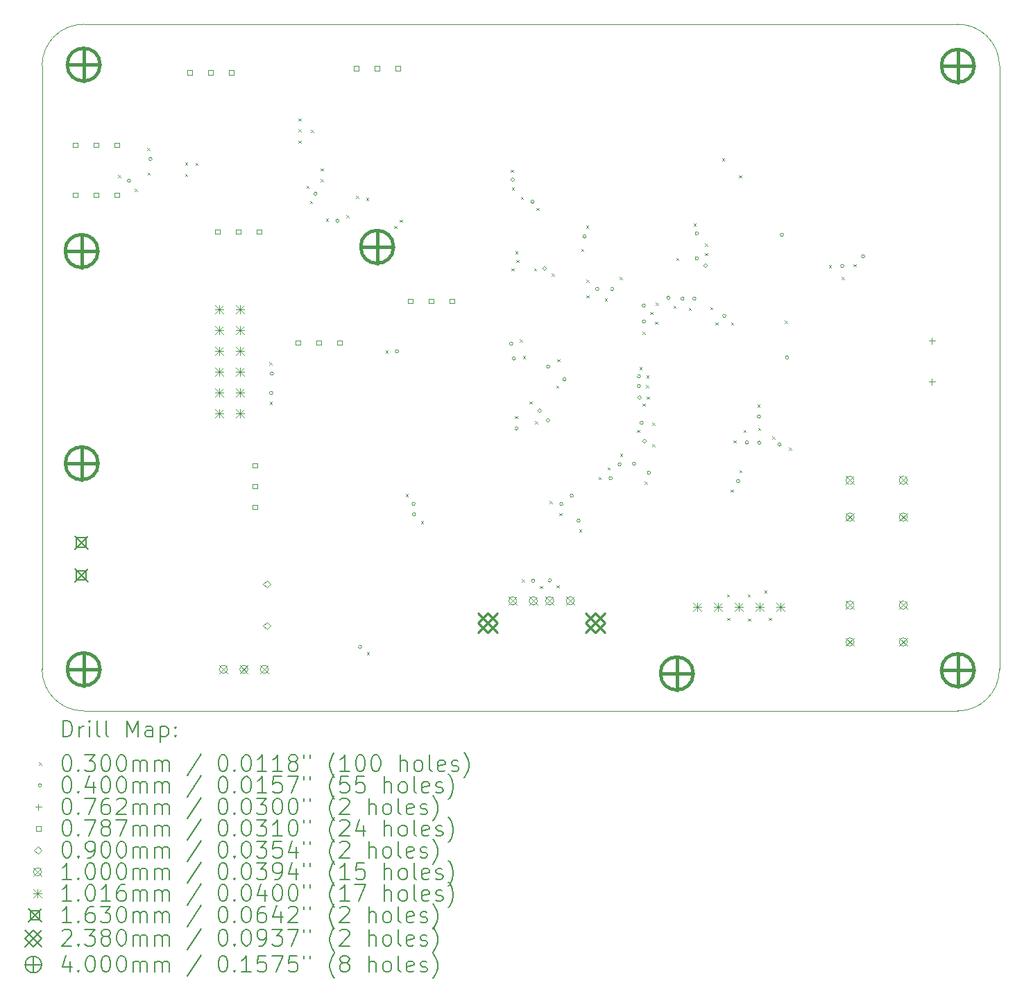
<source format=gbr>
%TF.GenerationSoftware,KiCad,Pcbnew,7.0.7*%
%TF.CreationDate,2024-06-01T18:58:20-04:00*%
%TF.ProjectId,Payload,5061796c-6f61-4642-9e6b-696361645f70,rev?*%
%TF.SameCoordinates,Original*%
%TF.FileFunction,Drillmap*%
%TF.FilePolarity,Positive*%
%FSLAX45Y45*%
G04 Gerber Fmt 4.5, Leading zero omitted, Abs format (unit mm)*
G04 Created by KiCad (PCBNEW 7.0.7) date 2024-06-01 18:58:20*
%MOMM*%
%LPD*%
G01*
G04 APERTURE LIST*
%ADD10C,0.100000*%
%ADD11C,0.200000*%
%ADD12C,0.030000*%
%ADD13C,0.040000*%
%ADD14C,0.076200*%
%ADD15C,0.078740*%
%ADD16C,0.090000*%
%ADD17C,0.101600*%
%ADD18C,0.163000*%
%ADD19C,0.238000*%
%ADD20C,0.400000*%
G04 APERTURE END LIST*
D10*
X6350000Y-3810000D02*
X17018000Y-3810000D01*
X5842000Y-11684000D02*
X5842000Y-4318000D01*
X17018000Y-12192000D02*
X6350000Y-12192000D01*
X17526000Y-4318000D02*
X17526000Y-11684000D01*
X6350000Y-3810000D02*
G75*
G03*
X5842000Y-4318000I0J-508000D01*
G01*
X5842000Y-11684000D02*
G75*
G03*
X6350000Y-12192000I508000J0D01*
G01*
X17018000Y-12192000D02*
G75*
G03*
X17526000Y-11684000I0J508000D01*
G01*
X17526000Y-4318000D02*
G75*
G03*
X17018000Y-3810000I-508000J0D01*
G01*
D11*
D12*
X6771880Y-5651740D02*
X6801880Y-5681740D01*
X6801880Y-5651740D02*
X6771880Y-5681740D01*
X6975080Y-5819380D02*
X7005080Y-5849380D01*
X7005080Y-5819380D02*
X6975080Y-5849380D01*
X7127480Y-5321540D02*
X7157480Y-5351540D01*
X7157480Y-5321540D02*
X7127480Y-5351540D01*
X7130020Y-5621260D02*
X7160020Y-5651260D01*
X7160020Y-5621260D02*
X7130020Y-5651260D01*
X7587220Y-5499340D02*
X7617220Y-5529340D01*
X7617220Y-5499340D02*
X7587220Y-5529340D01*
X7587220Y-5639040D02*
X7617220Y-5669040D01*
X7617220Y-5639040D02*
X7587220Y-5669040D01*
X7714220Y-5501880D02*
X7744220Y-5531880D01*
X7744220Y-5501880D02*
X7714220Y-5531880D01*
X8618460Y-7935200D02*
X8648460Y-7965200D01*
X8648460Y-7935200D02*
X8618460Y-7965200D01*
X8621000Y-8417800D02*
X8651000Y-8447800D01*
X8651000Y-8417800D02*
X8621000Y-8447800D01*
X8971520Y-4958320D02*
X9001520Y-4988320D01*
X9001520Y-4958320D02*
X8971520Y-4988320D01*
X8971520Y-5092940D02*
X9001520Y-5122940D01*
X9001520Y-5092940D02*
X8971520Y-5122940D01*
X8971520Y-5230100D02*
X9001520Y-5260100D01*
X9001520Y-5230100D02*
X8971520Y-5260100D01*
X9068040Y-5781280D02*
X9098040Y-5811280D01*
X9098040Y-5781280D02*
X9068040Y-5811280D01*
X9111220Y-5969240D02*
X9141220Y-5999240D01*
X9141220Y-5969240D02*
X9111220Y-5999240D01*
X9126460Y-5098020D02*
X9156460Y-5128020D01*
X9156460Y-5098020D02*
X9126460Y-5128020D01*
X9240760Y-5570460D02*
X9270760Y-5600460D01*
X9270760Y-5570460D02*
X9240760Y-5600460D01*
X9243300Y-5700000D02*
X9273300Y-5730000D01*
X9273300Y-5700000D02*
X9243300Y-5730000D01*
X9306800Y-6182600D02*
X9336800Y-6212600D01*
X9336800Y-6182600D02*
X9306800Y-6212600D01*
X9555720Y-6139420D02*
X9585720Y-6169420D01*
X9585720Y-6139420D02*
X9555720Y-6169420D01*
X9672560Y-5905740D02*
X9702560Y-5935740D01*
X9702560Y-5905740D02*
X9672560Y-5935740D01*
X9797020Y-5931140D02*
X9827020Y-5961140D01*
X9827020Y-5931140D02*
X9797020Y-5961140D01*
X9804640Y-11473420D02*
X9834640Y-11503420D01*
X9834640Y-11473420D02*
X9804640Y-11503420D01*
X10033240Y-7792960D02*
X10063240Y-7822960D01*
X10063240Y-7792960D02*
X10033240Y-7822960D01*
X10142460Y-6274040D02*
X10172460Y-6304040D01*
X10172460Y-6274040D02*
X10142460Y-6304040D01*
X10208500Y-6197840D02*
X10238500Y-6227840D01*
X10238500Y-6197840D02*
X10208500Y-6227840D01*
X10279620Y-9543020D02*
X10309620Y-9573020D01*
X10309620Y-9543020D02*
X10279620Y-9573020D01*
X10467580Y-9873220D02*
X10497580Y-9903220D01*
X10497580Y-9873220D02*
X10467580Y-9903220D01*
X11562320Y-5585700D02*
X11592320Y-5615700D01*
X11592320Y-5585700D02*
X11562320Y-5615700D01*
X11569940Y-6789660D02*
X11599940Y-6819660D01*
X11599940Y-6789660D02*
X11569940Y-6819660D01*
X11575020Y-5801600D02*
X11605020Y-5831600D01*
X11605020Y-5801600D02*
X11575020Y-5831600D01*
X11615660Y-8590520D02*
X11645660Y-8620520D01*
X11645660Y-8590520D02*
X11615660Y-8620520D01*
X11618200Y-6581380D02*
X11648200Y-6611380D01*
X11648200Y-6581380D02*
X11618200Y-6611380D01*
X11628360Y-6688060D02*
X11658360Y-6718060D01*
X11658360Y-6688060D02*
X11628360Y-6718060D01*
X11671540Y-7655800D02*
X11701540Y-7685800D01*
X11701540Y-7655800D02*
X11671540Y-7685800D01*
X11684240Y-5915900D02*
X11714240Y-5945900D01*
X11714240Y-5915900D02*
X11684240Y-5945900D01*
X11696940Y-10586960D02*
X11726940Y-10616960D01*
X11726940Y-10586960D02*
X11696940Y-10616960D01*
X11709640Y-7861540D02*
X11739640Y-7891540D01*
X11739640Y-7861540D02*
X11709640Y-7891540D01*
X11793460Y-8415260D02*
X11823460Y-8445260D01*
X11823460Y-8415260D02*
X11793460Y-8445260D01*
X11846800Y-6789660D02*
X11876800Y-6819660D01*
X11876800Y-6789660D02*
X11846800Y-6819660D01*
X11859500Y-8654020D02*
X11889500Y-8684020D01*
X11889500Y-8654020D02*
X11859500Y-8684020D01*
X11877280Y-6050520D02*
X11907280Y-6080520D01*
X11907280Y-6050520D02*
X11877280Y-6080520D01*
X11920460Y-10665700D02*
X11950460Y-10695700D01*
X11950460Y-10665700D02*
X11920460Y-10695700D01*
X12034760Y-9629380D02*
X12064760Y-9659380D01*
X12064760Y-9629380D02*
X12034760Y-9659380D01*
X12060160Y-6850620D02*
X12090160Y-6880620D01*
X12090160Y-6850620D02*
X12060160Y-6880620D01*
X12116040Y-8219680D02*
X12146040Y-8249680D01*
X12146040Y-8219680D02*
X12116040Y-8249680D01*
X12121120Y-10658080D02*
X12151120Y-10688080D01*
X12151120Y-10658080D02*
X12121120Y-10688080D01*
X12128740Y-7899640D02*
X12158740Y-7929640D01*
X12158740Y-7899640D02*
X12128740Y-7929640D01*
X12156680Y-9776700D02*
X12186680Y-9806700D01*
X12186680Y-9776700D02*
X12156680Y-9806700D01*
X12397980Y-9977360D02*
X12427980Y-10007360D01*
X12427980Y-9977360D02*
X12397980Y-10007360D01*
X12420840Y-6550900D02*
X12450840Y-6580900D01*
X12450840Y-6550900D02*
X12420840Y-6580900D01*
X12481800Y-6268960D02*
X12511800Y-6298960D01*
X12511800Y-6268960D02*
X12481800Y-6298960D01*
X12484340Y-7119860D02*
X12514340Y-7149860D01*
X12514340Y-7119860D02*
X12484340Y-7149860D01*
X12486880Y-6929360D02*
X12516880Y-6959360D01*
X12516880Y-6929360D02*
X12486880Y-6959360D01*
X12634200Y-9337280D02*
X12664200Y-9367280D01*
X12664200Y-9337280D02*
X12634200Y-9367280D01*
X12708235Y-7157585D02*
X12738235Y-7187585D01*
X12738235Y-7157585D02*
X12708235Y-7187585D01*
X12743420Y-9220440D02*
X12773420Y-9250440D01*
X12773420Y-9220440D02*
X12743420Y-9250440D01*
X12890740Y-6896340D02*
X12920740Y-6926340D01*
X12920740Y-6896340D02*
X12890740Y-6926340D01*
X12895820Y-9052800D02*
X12925820Y-9082800D01*
X12925820Y-9052800D02*
X12895820Y-9082800D01*
X13104100Y-8760700D02*
X13134100Y-8790700D01*
X13134100Y-8760700D02*
X13104100Y-8790700D01*
X13132040Y-7993620D02*
X13162040Y-8023620D01*
X13162040Y-7993620D02*
X13132040Y-8023620D01*
X13170140Y-7561820D02*
X13200140Y-7591820D01*
X13200140Y-7561820D02*
X13170140Y-7591820D01*
X13170140Y-8440660D02*
X13200140Y-8470660D01*
X13200140Y-8440660D02*
X13170140Y-8470660D01*
X13195540Y-9390620D02*
X13225540Y-9420620D01*
X13225540Y-9390620D02*
X13195540Y-9420620D01*
X13213320Y-8214600D02*
X13243320Y-8244600D01*
X13243320Y-8214600D02*
X13213320Y-8244600D01*
X13218400Y-8095220D02*
X13248400Y-8125220D01*
X13248400Y-8095220D02*
X13218400Y-8125220D01*
X13223480Y-8356840D02*
X13253480Y-8386840D01*
X13253480Y-8356840D02*
X13223480Y-8386840D01*
X13266660Y-7323060D02*
X13296660Y-7353060D01*
X13296660Y-7323060D02*
X13266660Y-7353060D01*
X13289520Y-8933420D02*
X13319520Y-8963420D01*
X13319520Y-8933420D02*
X13289520Y-8963420D01*
X13292060Y-8674340D02*
X13322060Y-8704340D01*
X13322060Y-8674340D02*
X13292060Y-8704340D01*
X13322540Y-7442440D02*
X13352540Y-7472440D01*
X13352540Y-7442440D02*
X13322540Y-7472440D01*
X13330160Y-7206220D02*
X13360160Y-7236220D01*
X13360160Y-7206220D02*
X13330160Y-7236220D01*
X13548600Y-7244320D02*
X13578600Y-7274320D01*
X13578600Y-7244320D02*
X13548600Y-7274320D01*
X13581620Y-6660120D02*
X13611620Y-6690120D01*
X13611620Y-6660120D02*
X13581620Y-6690120D01*
X13734020Y-7272260D02*
X13764020Y-7302260D01*
X13764020Y-7272260D02*
X13734020Y-7302260D01*
X13792440Y-6241020D02*
X13822440Y-6271020D01*
X13822440Y-6241020D02*
X13792440Y-6271020D01*
X13932140Y-6487400D02*
X13962140Y-6517400D01*
X13962140Y-6487400D02*
X13932140Y-6517400D01*
X13934680Y-6604240D02*
X13964680Y-6634240D01*
X13964680Y-6604240D02*
X13934680Y-6634240D01*
X13998180Y-7264640D02*
X14028180Y-7294640D01*
X14028180Y-7264640D02*
X13998180Y-7294640D01*
X14061680Y-7450060D02*
X14091680Y-7480060D01*
X14091680Y-7450060D02*
X14061680Y-7480060D01*
X14140420Y-5446000D02*
X14170420Y-5476000D01*
X14170420Y-5446000D02*
X14140420Y-5476000D01*
X14201380Y-10769840D02*
X14231380Y-10799840D01*
X14231380Y-10769840D02*
X14201380Y-10799840D01*
X14203920Y-11056860D02*
X14233920Y-11086860D01*
X14233920Y-11056860D02*
X14203920Y-11086860D01*
X14247100Y-9489680D02*
X14277100Y-9519680D01*
X14277100Y-9489680D02*
X14247100Y-9519680D01*
X14249640Y-7447520D02*
X14279640Y-7477520D01*
X14279640Y-7447520D02*
X14249640Y-7477520D01*
X14280120Y-8890240D02*
X14310120Y-8920240D01*
X14310120Y-8890240D02*
X14280120Y-8920240D01*
X14346160Y-5654280D02*
X14376160Y-5684280D01*
X14376160Y-5654280D02*
X14346160Y-5684280D01*
X14351240Y-9250920D02*
X14381240Y-9280920D01*
X14381240Y-9250920D02*
X14351240Y-9280920D01*
X14402040Y-8763240D02*
X14432040Y-8793240D01*
X14432040Y-8763240D02*
X14402040Y-8793240D01*
X14455380Y-10769840D02*
X14485380Y-10799840D01*
X14485380Y-10769840D02*
X14455380Y-10799840D01*
X14457920Y-11064480D02*
X14487920Y-11094480D01*
X14487920Y-11064480D02*
X14457920Y-11094480D01*
X14572220Y-8450820D02*
X14602220Y-8480820D01*
X14602220Y-8450820D02*
X14572220Y-8480820D01*
X14579840Y-8737840D02*
X14609840Y-8767840D01*
X14609840Y-8737840D02*
X14579840Y-8767840D01*
X14655387Y-10723467D02*
X14685387Y-10753467D01*
X14685387Y-10723467D02*
X14655387Y-10753467D01*
X14711920Y-11054320D02*
X14741920Y-11084320D01*
X14741920Y-11054320D02*
X14711920Y-11084320D01*
X14752560Y-8841980D02*
X14782560Y-8871980D01*
X14782560Y-8841980D02*
X14752560Y-8871980D01*
X14907500Y-7427200D02*
X14937500Y-7457200D01*
X14937500Y-7427200D02*
X14907500Y-7457200D01*
X14958300Y-8976600D02*
X14988300Y-9006600D01*
X14988300Y-8976600D02*
X14958300Y-9006600D01*
X15443440Y-6749020D02*
X15473440Y-6779020D01*
X15473440Y-6749020D02*
X15443440Y-6779020D01*
X15600920Y-6896340D02*
X15630920Y-6926340D01*
X15630920Y-6896340D02*
X15600920Y-6926340D01*
X15743160Y-6736320D02*
X15773160Y-6766320D01*
X15773160Y-6736320D02*
X15743160Y-6766320D01*
D13*
X6921180Y-5720080D02*
G75*
G03*
X6921180Y-5720080I-20000J0D01*
G01*
X7185340Y-5455250D02*
G75*
G03*
X7185340Y-5455250I-20000J0D01*
G01*
X8658540Y-8310880D02*
G75*
G03*
X8658540Y-8310880I-20000J0D01*
G01*
X8666160Y-8072120D02*
G75*
G03*
X8666160Y-8072120I-20000J0D01*
G01*
X9199560Y-5877560D02*
G75*
G03*
X9199560Y-5877560I-20000J0D01*
G01*
X9466260Y-6207760D02*
G75*
G03*
X9466260Y-6207760I-20000J0D01*
G01*
X9743120Y-11409680D02*
G75*
G03*
X9743120Y-11409680I-20000J0D01*
G01*
X10195240Y-7802880D02*
G75*
G03*
X10195240Y-7802880I-20000J0D01*
G01*
X10395900Y-9664700D02*
G75*
G03*
X10395900Y-9664700I-20000J0D01*
G01*
X10400980Y-9791700D02*
G75*
G03*
X10400980Y-9791700I-20000J0D01*
G01*
X11587160Y-7711440D02*
G75*
G03*
X11587160Y-7711440I-20000J0D01*
G01*
X11607480Y-5707380D02*
G75*
G03*
X11607480Y-5707380I-20000J0D01*
G01*
X11620180Y-7889240D02*
G75*
G03*
X11620180Y-7889240I-20000J0D01*
G01*
X11650660Y-8745220D02*
G75*
G03*
X11650660Y-8745220I-20000J0D01*
G01*
X11846240Y-5976620D02*
G75*
G03*
X11846240Y-5976620I-20000J0D01*
G01*
X11856400Y-10601960D02*
G75*
G03*
X11856400Y-10601960I-20000J0D01*
G01*
X11935140Y-8526780D02*
G75*
G03*
X11935140Y-8526780I-20000J0D01*
G01*
X11996100Y-6791960D02*
G75*
G03*
X11996100Y-6791960I-20000J0D01*
G01*
X12036740Y-8646160D02*
G75*
G03*
X12036740Y-8646160I-20000J0D01*
G01*
X12039280Y-7988300D02*
G75*
G03*
X12039280Y-7988300I-20000J0D01*
G01*
X12057060Y-10599420D02*
G75*
G03*
X12057060Y-10599420I-20000J0D01*
G01*
X12199300Y-9667240D02*
G75*
G03*
X12199300Y-9667240I-20000J0D01*
G01*
X12237400Y-8143240D02*
G75*
G03*
X12237400Y-8143240I-20000J0D01*
G01*
X12326300Y-9565640D02*
G75*
G03*
X12326300Y-9565640I-20000J0D01*
G01*
X12410120Y-9870440D02*
G75*
G03*
X12410120Y-9870440I-20000J0D01*
G01*
X12481240Y-6400800D02*
G75*
G03*
X12481240Y-6400800I-20000J0D01*
G01*
X12636180Y-7040880D02*
G75*
G03*
X12636180Y-7040880I-20000J0D01*
G01*
X12801280Y-9352280D02*
G75*
G03*
X12801280Y-9352280I-20000J0D01*
G01*
X12819060Y-7043420D02*
G75*
G03*
X12819060Y-7043420I-20000J0D01*
G01*
X12910500Y-9182100D02*
G75*
G03*
X12910500Y-9182100I-20000J0D01*
G01*
X13085760Y-9174480D02*
G75*
G03*
X13085760Y-9174480I-20000J0D01*
G01*
X13146720Y-8107680D02*
G75*
G03*
X13146720Y-8107680I-20000J0D01*
G01*
X13146720Y-8227060D02*
G75*
G03*
X13146720Y-8227060I-20000J0D01*
G01*
X13154340Y-8366760D02*
G75*
G03*
X13154340Y-8366760I-20000J0D01*
G01*
X13179740Y-8676640D02*
G75*
G03*
X13179740Y-8676640I-20000J0D01*
G01*
X13205140Y-7244080D02*
G75*
G03*
X13205140Y-7244080I-20000J0D01*
G01*
X13207680Y-7437120D02*
G75*
G03*
X13207680Y-7437120I-20000J0D01*
G01*
X13215300Y-8900160D02*
G75*
G03*
X13215300Y-8900160I-20000J0D01*
G01*
X13268640Y-9283700D02*
G75*
G03*
X13268640Y-9283700I-20000J0D01*
G01*
X13504860Y-7147560D02*
G75*
G03*
X13504860Y-7147560I-20000J0D01*
G01*
X13677580Y-7160260D02*
G75*
G03*
X13677580Y-7160260I-20000J0D01*
G01*
X13822360Y-7160260D02*
G75*
G03*
X13822360Y-7160260I-20000J0D01*
G01*
X13852840Y-6362700D02*
G75*
G03*
X13852840Y-6362700I-20000J0D01*
G01*
X13852840Y-6667500D02*
G75*
G03*
X13852840Y-6667500I-20000J0D01*
G01*
X13959520Y-6756400D02*
G75*
G03*
X13959520Y-6756400I-20000J0D01*
G01*
X14188120Y-7368540D02*
G75*
G03*
X14188120Y-7368540I-20000J0D01*
G01*
X14355760Y-9387840D02*
G75*
G03*
X14355760Y-9387840I-20000J0D01*
G01*
X14464980Y-8915400D02*
G75*
G03*
X14464980Y-8915400I-20000J0D01*
G01*
X14609760Y-8600440D02*
G75*
G03*
X14609760Y-8600440I-20000J0D01*
G01*
X14614840Y-8917940D02*
G75*
G03*
X14614840Y-8917940I-20000J0D01*
G01*
X14863760Y-8940800D02*
G75*
G03*
X14863760Y-8940800I-20000J0D01*
G01*
X14891700Y-6377940D02*
G75*
G03*
X14891700Y-6377940I-20000J0D01*
G01*
X14952660Y-7876540D02*
G75*
G03*
X14952660Y-7876540I-20000J0D01*
G01*
X15628300Y-6758940D02*
G75*
G03*
X15628300Y-6758940I-20000J0D01*
G01*
X15882300Y-6644640D02*
G75*
G03*
X15882300Y-6644640I-20000J0D01*
G01*
D14*
X16701987Y-7636700D02*
X16701987Y-7712900D01*
X16663887Y-7674800D02*
X16740087Y-7674800D01*
X16701987Y-8136700D02*
X16701987Y-8212900D01*
X16663887Y-8174800D02*
X16740087Y-8174800D01*
D15*
X6276239Y-5311039D02*
X6276239Y-5255361D01*
X6220561Y-5255361D01*
X6220561Y-5311039D01*
X6276239Y-5311039D01*
X6276239Y-5920639D02*
X6276239Y-5864961D01*
X6220561Y-5864961D01*
X6220561Y-5920639D01*
X6276239Y-5920639D01*
X6530239Y-5311039D02*
X6530239Y-5255361D01*
X6474561Y-5255361D01*
X6474561Y-5311039D01*
X6530239Y-5311039D01*
X6530239Y-5920639D02*
X6530239Y-5864961D01*
X6474561Y-5864961D01*
X6474561Y-5920639D01*
X6530239Y-5920639D01*
X6784239Y-5311039D02*
X6784239Y-5255361D01*
X6728561Y-5255361D01*
X6728561Y-5311039D01*
X6784239Y-5311039D01*
X6784239Y-5920639D02*
X6784239Y-5864961D01*
X6728561Y-5864961D01*
X6728561Y-5920639D01*
X6784239Y-5920639D01*
X7673239Y-4428389D02*
X7673239Y-4372711D01*
X7617561Y-4372711D01*
X7617561Y-4428389D01*
X7673239Y-4428389D01*
X7927239Y-4428389D02*
X7927239Y-4372711D01*
X7871561Y-4372711D01*
X7871561Y-4428389D01*
X7927239Y-4428389D01*
X8009839Y-6370189D02*
X8009839Y-6314511D01*
X7954161Y-6314511D01*
X7954161Y-6370189D01*
X8009839Y-6370189D01*
X8181239Y-4428389D02*
X8181239Y-4372711D01*
X8125561Y-4372711D01*
X8125561Y-4428389D01*
X8181239Y-4428389D01*
X8263839Y-6370189D02*
X8263839Y-6314511D01*
X8208161Y-6314511D01*
X8208161Y-6370189D01*
X8263839Y-6370189D01*
X8466989Y-9222639D02*
X8466989Y-9166961D01*
X8411311Y-9166961D01*
X8411311Y-9222639D01*
X8466989Y-9222639D01*
X8466989Y-9476639D02*
X8466989Y-9420961D01*
X8411311Y-9420961D01*
X8411311Y-9476639D01*
X8466989Y-9476639D01*
X8466989Y-9730639D02*
X8466989Y-9674961D01*
X8411311Y-9674961D01*
X8411311Y-9730639D01*
X8466989Y-9730639D01*
X8517839Y-6370189D02*
X8517839Y-6314511D01*
X8462161Y-6314511D01*
X8462161Y-6370189D01*
X8517839Y-6370189D01*
X8994039Y-7724039D02*
X8994039Y-7668361D01*
X8938361Y-7668361D01*
X8938361Y-7724039D01*
X8994039Y-7724039D01*
X9248039Y-7724039D02*
X9248039Y-7668361D01*
X9192361Y-7668361D01*
X9192361Y-7724039D01*
X9248039Y-7724039D01*
X9502039Y-7724039D02*
X9502039Y-7668361D01*
X9446361Y-7668361D01*
X9446361Y-7724039D01*
X9502039Y-7724039D01*
X9705239Y-4377589D02*
X9705239Y-4321911D01*
X9649561Y-4321911D01*
X9649561Y-4377589D01*
X9705239Y-4377589D01*
X9959239Y-4377589D02*
X9959239Y-4321911D01*
X9903561Y-4321911D01*
X9903561Y-4377589D01*
X9959239Y-4377589D01*
X10213239Y-4377589D02*
X10213239Y-4321911D01*
X10157561Y-4321911D01*
X10157561Y-4377589D01*
X10213239Y-4377589D01*
X10365639Y-7216039D02*
X10365639Y-7160361D01*
X10309961Y-7160361D01*
X10309961Y-7216039D01*
X10365639Y-7216039D01*
X10619639Y-7216039D02*
X10619639Y-7160361D01*
X10563961Y-7160361D01*
X10563961Y-7216039D01*
X10619639Y-7216039D01*
X10873639Y-7216039D02*
X10873639Y-7160361D01*
X10817961Y-7160361D01*
X10817961Y-7216039D01*
X10873639Y-7216039D01*
D16*
X8585200Y-10687600D02*
X8630200Y-10642600D01*
X8585200Y-10597600D01*
X8540200Y-10642600D01*
X8585200Y-10687600D01*
X8585200Y-11195600D02*
X8630200Y-11150600D01*
X8585200Y-11105600D01*
X8540200Y-11150600D01*
X8585200Y-11195600D01*
D10*
X8005800Y-11634000D02*
X8105800Y-11734000D01*
X8105800Y-11634000D02*
X8005800Y-11734000D01*
X8105800Y-11684000D02*
G75*
G03*
X8105800Y-11684000I-50000J0D01*
G01*
X8255800Y-11634000D02*
X8355800Y-11734000D01*
X8355800Y-11634000D02*
X8255800Y-11734000D01*
X8355800Y-11684000D02*
G75*
G03*
X8355800Y-11684000I-50000J0D01*
G01*
X8505800Y-11634000D02*
X8605800Y-11734000D01*
X8605800Y-11634000D02*
X8505800Y-11734000D01*
X8605800Y-11684000D02*
G75*
G03*
X8605800Y-11684000I-50000J0D01*
G01*
X11538000Y-10798400D02*
X11638000Y-10898400D01*
X11638000Y-10798400D02*
X11538000Y-10898400D01*
X11638000Y-10848400D02*
G75*
G03*
X11638000Y-10848400I-50000J0D01*
G01*
X11788000Y-10798400D02*
X11888000Y-10898400D01*
X11888000Y-10798400D02*
X11788000Y-10898400D01*
X11888000Y-10848400D02*
G75*
G03*
X11888000Y-10848400I-50000J0D01*
G01*
X11988000Y-10798400D02*
X12088000Y-10898400D01*
X12088000Y-10798400D02*
X11988000Y-10898400D01*
X12088000Y-10848400D02*
G75*
G03*
X12088000Y-10848400I-50000J0D01*
G01*
X12238000Y-10798400D02*
X12338000Y-10898400D01*
X12338000Y-10798400D02*
X12238000Y-10898400D01*
X12338000Y-10848400D02*
G75*
G03*
X12338000Y-10848400I-50000J0D01*
G01*
X15652400Y-9326200D02*
X15752400Y-9426200D01*
X15752400Y-9326200D02*
X15652400Y-9426200D01*
X15752400Y-9376200D02*
G75*
G03*
X15752400Y-9376200I-50000J0D01*
G01*
X15652400Y-9776200D02*
X15752400Y-9876200D01*
X15752400Y-9776200D02*
X15652400Y-9876200D01*
X15752400Y-9826200D02*
G75*
G03*
X15752400Y-9826200I-50000J0D01*
G01*
X15652400Y-10850200D02*
X15752400Y-10950200D01*
X15752400Y-10850200D02*
X15652400Y-10950200D01*
X15752400Y-10900200D02*
G75*
G03*
X15752400Y-10900200I-50000J0D01*
G01*
X15652400Y-11300200D02*
X15752400Y-11400200D01*
X15752400Y-11300200D02*
X15652400Y-11400200D01*
X15752400Y-11350200D02*
G75*
G03*
X15752400Y-11350200I-50000J0D01*
G01*
X16302400Y-9326200D02*
X16402400Y-9426200D01*
X16402400Y-9326200D02*
X16302400Y-9426200D01*
X16402400Y-9376200D02*
G75*
G03*
X16402400Y-9376200I-50000J0D01*
G01*
X16302400Y-9776200D02*
X16402400Y-9876200D01*
X16402400Y-9776200D02*
X16302400Y-9876200D01*
X16402400Y-9826200D02*
G75*
G03*
X16402400Y-9826200I-50000J0D01*
G01*
X16302400Y-10850200D02*
X16402400Y-10950200D01*
X16402400Y-10850200D02*
X16302400Y-10950200D01*
X16402400Y-10900200D02*
G75*
G03*
X16402400Y-10900200I-50000J0D01*
G01*
X16302400Y-11300200D02*
X16402400Y-11400200D01*
X16402400Y-11300200D02*
X16302400Y-11400200D01*
X16402400Y-11350200D02*
G75*
G03*
X16402400Y-11350200I-50000J0D01*
G01*
D17*
X7950200Y-7239000D02*
X8051800Y-7340600D01*
X8051800Y-7239000D02*
X7950200Y-7340600D01*
X8001000Y-7239000D02*
X8001000Y-7340600D01*
X7950200Y-7289800D02*
X8051800Y-7289800D01*
X7950200Y-7493000D02*
X8051800Y-7594600D01*
X8051800Y-7493000D02*
X7950200Y-7594600D01*
X8001000Y-7493000D02*
X8001000Y-7594600D01*
X7950200Y-7543800D02*
X8051800Y-7543800D01*
X7950200Y-7747000D02*
X8051800Y-7848600D01*
X8051800Y-7747000D02*
X7950200Y-7848600D01*
X8001000Y-7747000D02*
X8001000Y-7848600D01*
X7950200Y-7797800D02*
X8051800Y-7797800D01*
X7950200Y-8001000D02*
X8051800Y-8102600D01*
X8051800Y-8001000D02*
X7950200Y-8102600D01*
X8001000Y-8001000D02*
X8001000Y-8102600D01*
X7950200Y-8051800D02*
X8051800Y-8051800D01*
X7950200Y-8255000D02*
X8051800Y-8356600D01*
X8051800Y-8255000D02*
X7950200Y-8356600D01*
X8001000Y-8255000D02*
X8001000Y-8356600D01*
X7950200Y-8305800D02*
X8051800Y-8305800D01*
X7950200Y-8509000D02*
X8051800Y-8610600D01*
X8051800Y-8509000D02*
X7950200Y-8610600D01*
X8001000Y-8509000D02*
X8001000Y-8610600D01*
X7950200Y-8559800D02*
X8051800Y-8559800D01*
X8204200Y-7239000D02*
X8305800Y-7340600D01*
X8305800Y-7239000D02*
X8204200Y-7340600D01*
X8255000Y-7239000D02*
X8255000Y-7340600D01*
X8204200Y-7289800D02*
X8305800Y-7289800D01*
X8204200Y-7493000D02*
X8305800Y-7594600D01*
X8305800Y-7493000D02*
X8204200Y-7594600D01*
X8255000Y-7493000D02*
X8255000Y-7594600D01*
X8204200Y-7543800D02*
X8305800Y-7543800D01*
X8204200Y-7747000D02*
X8305800Y-7848600D01*
X8305800Y-7747000D02*
X8204200Y-7848600D01*
X8255000Y-7747000D02*
X8255000Y-7848600D01*
X8204200Y-7797800D02*
X8305800Y-7797800D01*
X8204200Y-8001000D02*
X8305800Y-8102600D01*
X8305800Y-8001000D02*
X8204200Y-8102600D01*
X8255000Y-8001000D02*
X8255000Y-8102600D01*
X8204200Y-8051800D02*
X8305800Y-8051800D01*
X8204200Y-8255000D02*
X8305800Y-8356600D01*
X8305800Y-8255000D02*
X8204200Y-8356600D01*
X8255000Y-8255000D02*
X8255000Y-8356600D01*
X8204200Y-8305800D02*
X8305800Y-8305800D01*
X8204200Y-8509000D02*
X8305800Y-8610600D01*
X8305800Y-8509000D02*
X8204200Y-8610600D01*
X8255000Y-8509000D02*
X8255000Y-8610600D01*
X8204200Y-8559800D02*
X8305800Y-8559800D01*
X13783310Y-10875010D02*
X13884910Y-10976610D01*
X13884910Y-10875010D02*
X13783310Y-10976610D01*
X13834110Y-10875010D02*
X13834110Y-10976610D01*
X13783310Y-10925810D02*
X13884910Y-10925810D01*
X14037310Y-10875010D02*
X14138910Y-10976610D01*
X14138910Y-10875010D02*
X14037310Y-10976610D01*
X14088110Y-10875010D02*
X14088110Y-10976610D01*
X14037310Y-10925810D02*
X14138910Y-10925810D01*
X14291310Y-10875010D02*
X14392910Y-10976610D01*
X14392910Y-10875010D02*
X14291310Y-10976610D01*
X14342110Y-10875010D02*
X14342110Y-10976610D01*
X14291310Y-10925810D02*
X14392910Y-10925810D01*
X14545310Y-10875010D02*
X14646910Y-10976610D01*
X14646910Y-10875010D02*
X14545310Y-10976610D01*
X14596110Y-10875010D02*
X14596110Y-10976610D01*
X14545310Y-10925810D02*
X14646910Y-10925810D01*
X14799310Y-10875010D02*
X14900910Y-10976610D01*
X14900910Y-10875010D02*
X14799310Y-10976610D01*
X14850110Y-10875010D02*
X14850110Y-10976610D01*
X14799310Y-10925810D02*
X14900910Y-10925810D01*
D18*
X6240700Y-10056300D02*
X6403700Y-10219300D01*
X6403700Y-10056300D02*
X6240700Y-10219300D01*
X6379830Y-10195430D02*
X6379830Y-10080170D01*
X6264570Y-10080170D01*
X6264570Y-10195430D01*
X6379830Y-10195430D01*
X6240700Y-10456300D02*
X6403700Y-10619300D01*
X6403700Y-10456300D02*
X6240700Y-10619300D01*
X6379830Y-10595430D02*
X6379830Y-10480170D01*
X6264570Y-10480170D01*
X6264570Y-10595430D01*
X6379830Y-10595430D01*
D19*
X11162000Y-11000400D02*
X11400000Y-11238400D01*
X11400000Y-11000400D02*
X11162000Y-11238400D01*
X11281000Y-11238400D02*
X11400000Y-11119400D01*
X11281000Y-11000400D01*
X11162000Y-11119400D01*
X11281000Y-11238400D01*
X12476000Y-11000400D02*
X12714000Y-11238400D01*
X12714000Y-11000400D02*
X12476000Y-11238400D01*
X12595000Y-11238400D02*
X12714000Y-11119400D01*
X12595000Y-11000400D01*
X12476000Y-11119400D01*
X12595000Y-11238400D01*
D20*
X6324600Y-6378600D02*
X6324600Y-6778600D01*
X6124600Y-6578600D02*
X6524600Y-6578600D01*
X6524600Y-6578600D02*
G75*
G03*
X6524600Y-6578600I-200000J0D01*
G01*
X6327140Y-8970140D02*
X6327140Y-9370140D01*
X6127140Y-9170140D02*
X6527140Y-9170140D01*
X6527140Y-9170140D02*
G75*
G03*
X6527140Y-9170140I-200000J0D01*
G01*
X6350000Y-4103500D02*
X6350000Y-4503500D01*
X6150000Y-4303500D02*
X6550000Y-4303500D01*
X6550000Y-4303500D02*
G75*
G03*
X6550000Y-4303500I-200000J0D01*
G01*
X6350000Y-11484000D02*
X6350000Y-11884000D01*
X6150000Y-11684000D02*
X6550000Y-11684000D01*
X6550000Y-11684000D02*
G75*
G03*
X6550000Y-11684000I-200000J0D01*
G01*
X9931400Y-6327800D02*
X9931400Y-6727800D01*
X9731400Y-6527800D02*
X10131400Y-6527800D01*
X10131400Y-6527800D02*
G75*
G03*
X10131400Y-6527800I-200000J0D01*
G01*
X13589000Y-11534800D02*
X13589000Y-11934800D01*
X13389000Y-11734800D02*
X13789000Y-11734800D01*
X13789000Y-11734800D02*
G75*
G03*
X13789000Y-11734800I-200000J0D01*
G01*
X17018000Y-4118000D02*
X17018000Y-4518000D01*
X16818000Y-4318000D02*
X17218000Y-4318000D01*
X17218000Y-4318000D02*
G75*
G03*
X17218000Y-4318000I-200000J0D01*
G01*
X17018000Y-11494900D02*
X17018000Y-11894900D01*
X16818000Y-11694900D02*
X17218000Y-11694900D01*
X17218000Y-11694900D02*
G75*
G03*
X17218000Y-11694900I-200000J0D01*
G01*
D11*
X6097777Y-12508484D02*
X6097777Y-12308484D01*
X6097777Y-12308484D02*
X6145396Y-12308484D01*
X6145396Y-12308484D02*
X6173967Y-12318008D01*
X6173967Y-12318008D02*
X6193015Y-12337055D01*
X6193015Y-12337055D02*
X6202539Y-12356103D01*
X6202539Y-12356103D02*
X6212062Y-12394198D01*
X6212062Y-12394198D02*
X6212062Y-12422769D01*
X6212062Y-12422769D02*
X6202539Y-12460865D01*
X6202539Y-12460865D02*
X6193015Y-12479912D01*
X6193015Y-12479912D02*
X6173967Y-12498960D01*
X6173967Y-12498960D02*
X6145396Y-12508484D01*
X6145396Y-12508484D02*
X6097777Y-12508484D01*
X6297777Y-12508484D02*
X6297777Y-12375150D01*
X6297777Y-12413246D02*
X6307301Y-12394198D01*
X6307301Y-12394198D02*
X6316824Y-12384674D01*
X6316824Y-12384674D02*
X6335872Y-12375150D01*
X6335872Y-12375150D02*
X6354920Y-12375150D01*
X6421586Y-12508484D02*
X6421586Y-12375150D01*
X6421586Y-12308484D02*
X6412062Y-12318008D01*
X6412062Y-12318008D02*
X6421586Y-12327531D01*
X6421586Y-12327531D02*
X6431110Y-12318008D01*
X6431110Y-12318008D02*
X6421586Y-12308484D01*
X6421586Y-12308484D02*
X6421586Y-12327531D01*
X6545396Y-12508484D02*
X6526348Y-12498960D01*
X6526348Y-12498960D02*
X6516824Y-12479912D01*
X6516824Y-12479912D02*
X6516824Y-12308484D01*
X6650158Y-12508484D02*
X6631110Y-12498960D01*
X6631110Y-12498960D02*
X6621586Y-12479912D01*
X6621586Y-12479912D02*
X6621586Y-12308484D01*
X6878729Y-12508484D02*
X6878729Y-12308484D01*
X6878729Y-12308484D02*
X6945396Y-12451341D01*
X6945396Y-12451341D02*
X7012062Y-12308484D01*
X7012062Y-12308484D02*
X7012062Y-12508484D01*
X7193015Y-12508484D02*
X7193015Y-12403722D01*
X7193015Y-12403722D02*
X7183491Y-12384674D01*
X7183491Y-12384674D02*
X7164443Y-12375150D01*
X7164443Y-12375150D02*
X7126348Y-12375150D01*
X7126348Y-12375150D02*
X7107301Y-12384674D01*
X7193015Y-12498960D02*
X7173967Y-12508484D01*
X7173967Y-12508484D02*
X7126348Y-12508484D01*
X7126348Y-12508484D02*
X7107301Y-12498960D01*
X7107301Y-12498960D02*
X7097777Y-12479912D01*
X7097777Y-12479912D02*
X7097777Y-12460865D01*
X7097777Y-12460865D02*
X7107301Y-12441817D01*
X7107301Y-12441817D02*
X7126348Y-12432293D01*
X7126348Y-12432293D02*
X7173967Y-12432293D01*
X7173967Y-12432293D02*
X7193015Y-12422769D01*
X7288253Y-12375150D02*
X7288253Y-12575150D01*
X7288253Y-12384674D02*
X7307301Y-12375150D01*
X7307301Y-12375150D02*
X7345396Y-12375150D01*
X7345396Y-12375150D02*
X7364443Y-12384674D01*
X7364443Y-12384674D02*
X7373967Y-12394198D01*
X7373967Y-12394198D02*
X7383491Y-12413246D01*
X7383491Y-12413246D02*
X7383491Y-12470388D01*
X7383491Y-12470388D02*
X7373967Y-12489436D01*
X7373967Y-12489436D02*
X7364443Y-12498960D01*
X7364443Y-12498960D02*
X7345396Y-12508484D01*
X7345396Y-12508484D02*
X7307301Y-12508484D01*
X7307301Y-12508484D02*
X7288253Y-12498960D01*
X7469205Y-12489436D02*
X7478729Y-12498960D01*
X7478729Y-12498960D02*
X7469205Y-12508484D01*
X7469205Y-12508484D02*
X7459682Y-12498960D01*
X7459682Y-12498960D02*
X7469205Y-12489436D01*
X7469205Y-12489436D02*
X7469205Y-12508484D01*
X7469205Y-12384674D02*
X7478729Y-12394198D01*
X7478729Y-12394198D02*
X7469205Y-12403722D01*
X7469205Y-12403722D02*
X7459682Y-12394198D01*
X7459682Y-12394198D02*
X7469205Y-12384674D01*
X7469205Y-12384674D02*
X7469205Y-12403722D01*
D12*
X5807000Y-12822000D02*
X5837000Y-12852000D01*
X5837000Y-12822000D02*
X5807000Y-12852000D01*
D11*
X6135872Y-12728484D02*
X6154920Y-12728484D01*
X6154920Y-12728484D02*
X6173967Y-12738008D01*
X6173967Y-12738008D02*
X6183491Y-12747531D01*
X6183491Y-12747531D02*
X6193015Y-12766579D01*
X6193015Y-12766579D02*
X6202539Y-12804674D01*
X6202539Y-12804674D02*
X6202539Y-12852293D01*
X6202539Y-12852293D02*
X6193015Y-12890388D01*
X6193015Y-12890388D02*
X6183491Y-12909436D01*
X6183491Y-12909436D02*
X6173967Y-12918960D01*
X6173967Y-12918960D02*
X6154920Y-12928484D01*
X6154920Y-12928484D02*
X6135872Y-12928484D01*
X6135872Y-12928484D02*
X6116824Y-12918960D01*
X6116824Y-12918960D02*
X6107301Y-12909436D01*
X6107301Y-12909436D02*
X6097777Y-12890388D01*
X6097777Y-12890388D02*
X6088253Y-12852293D01*
X6088253Y-12852293D02*
X6088253Y-12804674D01*
X6088253Y-12804674D02*
X6097777Y-12766579D01*
X6097777Y-12766579D02*
X6107301Y-12747531D01*
X6107301Y-12747531D02*
X6116824Y-12738008D01*
X6116824Y-12738008D02*
X6135872Y-12728484D01*
X6288253Y-12909436D02*
X6297777Y-12918960D01*
X6297777Y-12918960D02*
X6288253Y-12928484D01*
X6288253Y-12928484D02*
X6278729Y-12918960D01*
X6278729Y-12918960D02*
X6288253Y-12909436D01*
X6288253Y-12909436D02*
X6288253Y-12928484D01*
X6364443Y-12728484D02*
X6488253Y-12728484D01*
X6488253Y-12728484D02*
X6421586Y-12804674D01*
X6421586Y-12804674D02*
X6450158Y-12804674D01*
X6450158Y-12804674D02*
X6469205Y-12814198D01*
X6469205Y-12814198D02*
X6478729Y-12823722D01*
X6478729Y-12823722D02*
X6488253Y-12842769D01*
X6488253Y-12842769D02*
X6488253Y-12890388D01*
X6488253Y-12890388D02*
X6478729Y-12909436D01*
X6478729Y-12909436D02*
X6469205Y-12918960D01*
X6469205Y-12918960D02*
X6450158Y-12928484D01*
X6450158Y-12928484D02*
X6393015Y-12928484D01*
X6393015Y-12928484D02*
X6373967Y-12918960D01*
X6373967Y-12918960D02*
X6364443Y-12909436D01*
X6612062Y-12728484D02*
X6631110Y-12728484D01*
X6631110Y-12728484D02*
X6650158Y-12738008D01*
X6650158Y-12738008D02*
X6659682Y-12747531D01*
X6659682Y-12747531D02*
X6669205Y-12766579D01*
X6669205Y-12766579D02*
X6678729Y-12804674D01*
X6678729Y-12804674D02*
X6678729Y-12852293D01*
X6678729Y-12852293D02*
X6669205Y-12890388D01*
X6669205Y-12890388D02*
X6659682Y-12909436D01*
X6659682Y-12909436D02*
X6650158Y-12918960D01*
X6650158Y-12918960D02*
X6631110Y-12928484D01*
X6631110Y-12928484D02*
X6612062Y-12928484D01*
X6612062Y-12928484D02*
X6593015Y-12918960D01*
X6593015Y-12918960D02*
X6583491Y-12909436D01*
X6583491Y-12909436D02*
X6573967Y-12890388D01*
X6573967Y-12890388D02*
X6564443Y-12852293D01*
X6564443Y-12852293D02*
X6564443Y-12804674D01*
X6564443Y-12804674D02*
X6573967Y-12766579D01*
X6573967Y-12766579D02*
X6583491Y-12747531D01*
X6583491Y-12747531D02*
X6593015Y-12738008D01*
X6593015Y-12738008D02*
X6612062Y-12728484D01*
X6802539Y-12728484D02*
X6821586Y-12728484D01*
X6821586Y-12728484D02*
X6840634Y-12738008D01*
X6840634Y-12738008D02*
X6850158Y-12747531D01*
X6850158Y-12747531D02*
X6859682Y-12766579D01*
X6859682Y-12766579D02*
X6869205Y-12804674D01*
X6869205Y-12804674D02*
X6869205Y-12852293D01*
X6869205Y-12852293D02*
X6859682Y-12890388D01*
X6859682Y-12890388D02*
X6850158Y-12909436D01*
X6850158Y-12909436D02*
X6840634Y-12918960D01*
X6840634Y-12918960D02*
X6821586Y-12928484D01*
X6821586Y-12928484D02*
X6802539Y-12928484D01*
X6802539Y-12928484D02*
X6783491Y-12918960D01*
X6783491Y-12918960D02*
X6773967Y-12909436D01*
X6773967Y-12909436D02*
X6764443Y-12890388D01*
X6764443Y-12890388D02*
X6754920Y-12852293D01*
X6754920Y-12852293D02*
X6754920Y-12804674D01*
X6754920Y-12804674D02*
X6764443Y-12766579D01*
X6764443Y-12766579D02*
X6773967Y-12747531D01*
X6773967Y-12747531D02*
X6783491Y-12738008D01*
X6783491Y-12738008D02*
X6802539Y-12728484D01*
X6954920Y-12928484D02*
X6954920Y-12795150D01*
X6954920Y-12814198D02*
X6964443Y-12804674D01*
X6964443Y-12804674D02*
X6983491Y-12795150D01*
X6983491Y-12795150D02*
X7012063Y-12795150D01*
X7012063Y-12795150D02*
X7031110Y-12804674D01*
X7031110Y-12804674D02*
X7040634Y-12823722D01*
X7040634Y-12823722D02*
X7040634Y-12928484D01*
X7040634Y-12823722D02*
X7050158Y-12804674D01*
X7050158Y-12804674D02*
X7069205Y-12795150D01*
X7069205Y-12795150D02*
X7097777Y-12795150D01*
X7097777Y-12795150D02*
X7116824Y-12804674D01*
X7116824Y-12804674D02*
X7126348Y-12823722D01*
X7126348Y-12823722D02*
X7126348Y-12928484D01*
X7221586Y-12928484D02*
X7221586Y-12795150D01*
X7221586Y-12814198D02*
X7231110Y-12804674D01*
X7231110Y-12804674D02*
X7250158Y-12795150D01*
X7250158Y-12795150D02*
X7278729Y-12795150D01*
X7278729Y-12795150D02*
X7297777Y-12804674D01*
X7297777Y-12804674D02*
X7307301Y-12823722D01*
X7307301Y-12823722D02*
X7307301Y-12928484D01*
X7307301Y-12823722D02*
X7316824Y-12804674D01*
X7316824Y-12804674D02*
X7335872Y-12795150D01*
X7335872Y-12795150D02*
X7364443Y-12795150D01*
X7364443Y-12795150D02*
X7383491Y-12804674D01*
X7383491Y-12804674D02*
X7393015Y-12823722D01*
X7393015Y-12823722D02*
X7393015Y-12928484D01*
X7783491Y-12718960D02*
X7612063Y-12976103D01*
X8040634Y-12728484D02*
X8059682Y-12728484D01*
X8059682Y-12728484D02*
X8078729Y-12738008D01*
X8078729Y-12738008D02*
X8088253Y-12747531D01*
X8088253Y-12747531D02*
X8097777Y-12766579D01*
X8097777Y-12766579D02*
X8107301Y-12804674D01*
X8107301Y-12804674D02*
X8107301Y-12852293D01*
X8107301Y-12852293D02*
X8097777Y-12890388D01*
X8097777Y-12890388D02*
X8088253Y-12909436D01*
X8088253Y-12909436D02*
X8078729Y-12918960D01*
X8078729Y-12918960D02*
X8059682Y-12928484D01*
X8059682Y-12928484D02*
X8040634Y-12928484D01*
X8040634Y-12928484D02*
X8021586Y-12918960D01*
X8021586Y-12918960D02*
X8012063Y-12909436D01*
X8012063Y-12909436D02*
X8002539Y-12890388D01*
X8002539Y-12890388D02*
X7993015Y-12852293D01*
X7993015Y-12852293D02*
X7993015Y-12804674D01*
X7993015Y-12804674D02*
X8002539Y-12766579D01*
X8002539Y-12766579D02*
X8012063Y-12747531D01*
X8012063Y-12747531D02*
X8021586Y-12738008D01*
X8021586Y-12738008D02*
X8040634Y-12728484D01*
X8193015Y-12909436D02*
X8202539Y-12918960D01*
X8202539Y-12918960D02*
X8193015Y-12928484D01*
X8193015Y-12928484D02*
X8183491Y-12918960D01*
X8183491Y-12918960D02*
X8193015Y-12909436D01*
X8193015Y-12909436D02*
X8193015Y-12928484D01*
X8326348Y-12728484D02*
X8345396Y-12728484D01*
X8345396Y-12728484D02*
X8364444Y-12738008D01*
X8364444Y-12738008D02*
X8373967Y-12747531D01*
X8373967Y-12747531D02*
X8383491Y-12766579D01*
X8383491Y-12766579D02*
X8393015Y-12804674D01*
X8393015Y-12804674D02*
X8393015Y-12852293D01*
X8393015Y-12852293D02*
X8383491Y-12890388D01*
X8383491Y-12890388D02*
X8373967Y-12909436D01*
X8373967Y-12909436D02*
X8364444Y-12918960D01*
X8364444Y-12918960D02*
X8345396Y-12928484D01*
X8345396Y-12928484D02*
X8326348Y-12928484D01*
X8326348Y-12928484D02*
X8307301Y-12918960D01*
X8307301Y-12918960D02*
X8297777Y-12909436D01*
X8297777Y-12909436D02*
X8288253Y-12890388D01*
X8288253Y-12890388D02*
X8278729Y-12852293D01*
X8278729Y-12852293D02*
X8278729Y-12804674D01*
X8278729Y-12804674D02*
X8288253Y-12766579D01*
X8288253Y-12766579D02*
X8297777Y-12747531D01*
X8297777Y-12747531D02*
X8307301Y-12738008D01*
X8307301Y-12738008D02*
X8326348Y-12728484D01*
X8583491Y-12928484D02*
X8469206Y-12928484D01*
X8526348Y-12928484D02*
X8526348Y-12728484D01*
X8526348Y-12728484D02*
X8507301Y-12757055D01*
X8507301Y-12757055D02*
X8488253Y-12776103D01*
X8488253Y-12776103D02*
X8469206Y-12785627D01*
X8773968Y-12928484D02*
X8659682Y-12928484D01*
X8716825Y-12928484D02*
X8716825Y-12728484D01*
X8716825Y-12728484D02*
X8697777Y-12757055D01*
X8697777Y-12757055D02*
X8678729Y-12776103D01*
X8678729Y-12776103D02*
X8659682Y-12785627D01*
X8888253Y-12814198D02*
X8869206Y-12804674D01*
X8869206Y-12804674D02*
X8859682Y-12795150D01*
X8859682Y-12795150D02*
X8850158Y-12776103D01*
X8850158Y-12776103D02*
X8850158Y-12766579D01*
X8850158Y-12766579D02*
X8859682Y-12747531D01*
X8859682Y-12747531D02*
X8869206Y-12738008D01*
X8869206Y-12738008D02*
X8888253Y-12728484D01*
X8888253Y-12728484D02*
X8926349Y-12728484D01*
X8926349Y-12728484D02*
X8945396Y-12738008D01*
X8945396Y-12738008D02*
X8954920Y-12747531D01*
X8954920Y-12747531D02*
X8964444Y-12766579D01*
X8964444Y-12766579D02*
X8964444Y-12776103D01*
X8964444Y-12776103D02*
X8954920Y-12795150D01*
X8954920Y-12795150D02*
X8945396Y-12804674D01*
X8945396Y-12804674D02*
X8926349Y-12814198D01*
X8926349Y-12814198D02*
X8888253Y-12814198D01*
X8888253Y-12814198D02*
X8869206Y-12823722D01*
X8869206Y-12823722D02*
X8859682Y-12833246D01*
X8859682Y-12833246D02*
X8850158Y-12852293D01*
X8850158Y-12852293D02*
X8850158Y-12890388D01*
X8850158Y-12890388D02*
X8859682Y-12909436D01*
X8859682Y-12909436D02*
X8869206Y-12918960D01*
X8869206Y-12918960D02*
X8888253Y-12928484D01*
X8888253Y-12928484D02*
X8926349Y-12928484D01*
X8926349Y-12928484D02*
X8945396Y-12918960D01*
X8945396Y-12918960D02*
X8954920Y-12909436D01*
X8954920Y-12909436D02*
X8964444Y-12890388D01*
X8964444Y-12890388D02*
X8964444Y-12852293D01*
X8964444Y-12852293D02*
X8954920Y-12833246D01*
X8954920Y-12833246D02*
X8945396Y-12823722D01*
X8945396Y-12823722D02*
X8926349Y-12814198D01*
X9040634Y-12728484D02*
X9040634Y-12766579D01*
X9116825Y-12728484D02*
X9116825Y-12766579D01*
X9412063Y-13004674D02*
X9402539Y-12995150D01*
X9402539Y-12995150D02*
X9383491Y-12966579D01*
X9383491Y-12966579D02*
X9373968Y-12947531D01*
X9373968Y-12947531D02*
X9364444Y-12918960D01*
X9364444Y-12918960D02*
X9354920Y-12871341D01*
X9354920Y-12871341D02*
X9354920Y-12833246D01*
X9354920Y-12833246D02*
X9364444Y-12785627D01*
X9364444Y-12785627D02*
X9373968Y-12757055D01*
X9373968Y-12757055D02*
X9383491Y-12738008D01*
X9383491Y-12738008D02*
X9402539Y-12709436D01*
X9402539Y-12709436D02*
X9412063Y-12699912D01*
X9593015Y-12928484D02*
X9478730Y-12928484D01*
X9535872Y-12928484D02*
X9535872Y-12728484D01*
X9535872Y-12728484D02*
X9516825Y-12757055D01*
X9516825Y-12757055D02*
X9497777Y-12776103D01*
X9497777Y-12776103D02*
X9478730Y-12785627D01*
X9716825Y-12728484D02*
X9735872Y-12728484D01*
X9735872Y-12728484D02*
X9754920Y-12738008D01*
X9754920Y-12738008D02*
X9764444Y-12747531D01*
X9764444Y-12747531D02*
X9773968Y-12766579D01*
X9773968Y-12766579D02*
X9783491Y-12804674D01*
X9783491Y-12804674D02*
X9783491Y-12852293D01*
X9783491Y-12852293D02*
X9773968Y-12890388D01*
X9773968Y-12890388D02*
X9764444Y-12909436D01*
X9764444Y-12909436D02*
X9754920Y-12918960D01*
X9754920Y-12918960D02*
X9735872Y-12928484D01*
X9735872Y-12928484D02*
X9716825Y-12928484D01*
X9716825Y-12928484D02*
X9697777Y-12918960D01*
X9697777Y-12918960D02*
X9688253Y-12909436D01*
X9688253Y-12909436D02*
X9678730Y-12890388D01*
X9678730Y-12890388D02*
X9669206Y-12852293D01*
X9669206Y-12852293D02*
X9669206Y-12804674D01*
X9669206Y-12804674D02*
X9678730Y-12766579D01*
X9678730Y-12766579D02*
X9688253Y-12747531D01*
X9688253Y-12747531D02*
X9697777Y-12738008D01*
X9697777Y-12738008D02*
X9716825Y-12728484D01*
X9907301Y-12728484D02*
X9926349Y-12728484D01*
X9926349Y-12728484D02*
X9945396Y-12738008D01*
X9945396Y-12738008D02*
X9954920Y-12747531D01*
X9954920Y-12747531D02*
X9964444Y-12766579D01*
X9964444Y-12766579D02*
X9973968Y-12804674D01*
X9973968Y-12804674D02*
X9973968Y-12852293D01*
X9973968Y-12852293D02*
X9964444Y-12890388D01*
X9964444Y-12890388D02*
X9954920Y-12909436D01*
X9954920Y-12909436D02*
X9945396Y-12918960D01*
X9945396Y-12918960D02*
X9926349Y-12928484D01*
X9926349Y-12928484D02*
X9907301Y-12928484D01*
X9907301Y-12928484D02*
X9888253Y-12918960D01*
X9888253Y-12918960D02*
X9878730Y-12909436D01*
X9878730Y-12909436D02*
X9869206Y-12890388D01*
X9869206Y-12890388D02*
X9859682Y-12852293D01*
X9859682Y-12852293D02*
X9859682Y-12804674D01*
X9859682Y-12804674D02*
X9869206Y-12766579D01*
X9869206Y-12766579D02*
X9878730Y-12747531D01*
X9878730Y-12747531D02*
X9888253Y-12738008D01*
X9888253Y-12738008D02*
X9907301Y-12728484D01*
X10212063Y-12928484D02*
X10212063Y-12728484D01*
X10297777Y-12928484D02*
X10297777Y-12823722D01*
X10297777Y-12823722D02*
X10288253Y-12804674D01*
X10288253Y-12804674D02*
X10269206Y-12795150D01*
X10269206Y-12795150D02*
X10240634Y-12795150D01*
X10240634Y-12795150D02*
X10221587Y-12804674D01*
X10221587Y-12804674D02*
X10212063Y-12814198D01*
X10421587Y-12928484D02*
X10402539Y-12918960D01*
X10402539Y-12918960D02*
X10393015Y-12909436D01*
X10393015Y-12909436D02*
X10383492Y-12890388D01*
X10383492Y-12890388D02*
X10383492Y-12833246D01*
X10383492Y-12833246D02*
X10393015Y-12814198D01*
X10393015Y-12814198D02*
X10402539Y-12804674D01*
X10402539Y-12804674D02*
X10421587Y-12795150D01*
X10421587Y-12795150D02*
X10450158Y-12795150D01*
X10450158Y-12795150D02*
X10469206Y-12804674D01*
X10469206Y-12804674D02*
X10478730Y-12814198D01*
X10478730Y-12814198D02*
X10488253Y-12833246D01*
X10488253Y-12833246D02*
X10488253Y-12890388D01*
X10488253Y-12890388D02*
X10478730Y-12909436D01*
X10478730Y-12909436D02*
X10469206Y-12918960D01*
X10469206Y-12918960D02*
X10450158Y-12928484D01*
X10450158Y-12928484D02*
X10421587Y-12928484D01*
X10602539Y-12928484D02*
X10583492Y-12918960D01*
X10583492Y-12918960D02*
X10573968Y-12899912D01*
X10573968Y-12899912D02*
X10573968Y-12728484D01*
X10754920Y-12918960D02*
X10735873Y-12928484D01*
X10735873Y-12928484D02*
X10697777Y-12928484D01*
X10697777Y-12928484D02*
X10678730Y-12918960D01*
X10678730Y-12918960D02*
X10669206Y-12899912D01*
X10669206Y-12899912D02*
X10669206Y-12823722D01*
X10669206Y-12823722D02*
X10678730Y-12804674D01*
X10678730Y-12804674D02*
X10697777Y-12795150D01*
X10697777Y-12795150D02*
X10735873Y-12795150D01*
X10735873Y-12795150D02*
X10754920Y-12804674D01*
X10754920Y-12804674D02*
X10764444Y-12823722D01*
X10764444Y-12823722D02*
X10764444Y-12842769D01*
X10764444Y-12842769D02*
X10669206Y-12861817D01*
X10840634Y-12918960D02*
X10859682Y-12928484D01*
X10859682Y-12928484D02*
X10897777Y-12928484D01*
X10897777Y-12928484D02*
X10916825Y-12918960D01*
X10916825Y-12918960D02*
X10926349Y-12899912D01*
X10926349Y-12899912D02*
X10926349Y-12890388D01*
X10926349Y-12890388D02*
X10916825Y-12871341D01*
X10916825Y-12871341D02*
X10897777Y-12861817D01*
X10897777Y-12861817D02*
X10869206Y-12861817D01*
X10869206Y-12861817D02*
X10850158Y-12852293D01*
X10850158Y-12852293D02*
X10840634Y-12833246D01*
X10840634Y-12833246D02*
X10840634Y-12823722D01*
X10840634Y-12823722D02*
X10850158Y-12804674D01*
X10850158Y-12804674D02*
X10869206Y-12795150D01*
X10869206Y-12795150D02*
X10897777Y-12795150D01*
X10897777Y-12795150D02*
X10916825Y-12804674D01*
X10993015Y-13004674D02*
X11002539Y-12995150D01*
X11002539Y-12995150D02*
X11021587Y-12966579D01*
X11021587Y-12966579D02*
X11031111Y-12947531D01*
X11031111Y-12947531D02*
X11040634Y-12918960D01*
X11040634Y-12918960D02*
X11050158Y-12871341D01*
X11050158Y-12871341D02*
X11050158Y-12833246D01*
X11050158Y-12833246D02*
X11040634Y-12785627D01*
X11040634Y-12785627D02*
X11031111Y-12757055D01*
X11031111Y-12757055D02*
X11021587Y-12738008D01*
X11021587Y-12738008D02*
X11002539Y-12709436D01*
X11002539Y-12709436D02*
X10993015Y-12699912D01*
D13*
X5837000Y-13101000D02*
G75*
G03*
X5837000Y-13101000I-20000J0D01*
G01*
D11*
X6135872Y-12992484D02*
X6154920Y-12992484D01*
X6154920Y-12992484D02*
X6173967Y-13002008D01*
X6173967Y-13002008D02*
X6183491Y-13011531D01*
X6183491Y-13011531D02*
X6193015Y-13030579D01*
X6193015Y-13030579D02*
X6202539Y-13068674D01*
X6202539Y-13068674D02*
X6202539Y-13116293D01*
X6202539Y-13116293D02*
X6193015Y-13154388D01*
X6193015Y-13154388D02*
X6183491Y-13173436D01*
X6183491Y-13173436D02*
X6173967Y-13182960D01*
X6173967Y-13182960D02*
X6154920Y-13192484D01*
X6154920Y-13192484D02*
X6135872Y-13192484D01*
X6135872Y-13192484D02*
X6116824Y-13182960D01*
X6116824Y-13182960D02*
X6107301Y-13173436D01*
X6107301Y-13173436D02*
X6097777Y-13154388D01*
X6097777Y-13154388D02*
X6088253Y-13116293D01*
X6088253Y-13116293D02*
X6088253Y-13068674D01*
X6088253Y-13068674D02*
X6097777Y-13030579D01*
X6097777Y-13030579D02*
X6107301Y-13011531D01*
X6107301Y-13011531D02*
X6116824Y-13002008D01*
X6116824Y-13002008D02*
X6135872Y-12992484D01*
X6288253Y-13173436D02*
X6297777Y-13182960D01*
X6297777Y-13182960D02*
X6288253Y-13192484D01*
X6288253Y-13192484D02*
X6278729Y-13182960D01*
X6278729Y-13182960D02*
X6288253Y-13173436D01*
X6288253Y-13173436D02*
X6288253Y-13192484D01*
X6469205Y-13059150D02*
X6469205Y-13192484D01*
X6421586Y-12982960D02*
X6373967Y-13125817D01*
X6373967Y-13125817D02*
X6497777Y-13125817D01*
X6612062Y-12992484D02*
X6631110Y-12992484D01*
X6631110Y-12992484D02*
X6650158Y-13002008D01*
X6650158Y-13002008D02*
X6659682Y-13011531D01*
X6659682Y-13011531D02*
X6669205Y-13030579D01*
X6669205Y-13030579D02*
X6678729Y-13068674D01*
X6678729Y-13068674D02*
X6678729Y-13116293D01*
X6678729Y-13116293D02*
X6669205Y-13154388D01*
X6669205Y-13154388D02*
X6659682Y-13173436D01*
X6659682Y-13173436D02*
X6650158Y-13182960D01*
X6650158Y-13182960D02*
X6631110Y-13192484D01*
X6631110Y-13192484D02*
X6612062Y-13192484D01*
X6612062Y-13192484D02*
X6593015Y-13182960D01*
X6593015Y-13182960D02*
X6583491Y-13173436D01*
X6583491Y-13173436D02*
X6573967Y-13154388D01*
X6573967Y-13154388D02*
X6564443Y-13116293D01*
X6564443Y-13116293D02*
X6564443Y-13068674D01*
X6564443Y-13068674D02*
X6573967Y-13030579D01*
X6573967Y-13030579D02*
X6583491Y-13011531D01*
X6583491Y-13011531D02*
X6593015Y-13002008D01*
X6593015Y-13002008D02*
X6612062Y-12992484D01*
X6802539Y-12992484D02*
X6821586Y-12992484D01*
X6821586Y-12992484D02*
X6840634Y-13002008D01*
X6840634Y-13002008D02*
X6850158Y-13011531D01*
X6850158Y-13011531D02*
X6859682Y-13030579D01*
X6859682Y-13030579D02*
X6869205Y-13068674D01*
X6869205Y-13068674D02*
X6869205Y-13116293D01*
X6869205Y-13116293D02*
X6859682Y-13154388D01*
X6859682Y-13154388D02*
X6850158Y-13173436D01*
X6850158Y-13173436D02*
X6840634Y-13182960D01*
X6840634Y-13182960D02*
X6821586Y-13192484D01*
X6821586Y-13192484D02*
X6802539Y-13192484D01*
X6802539Y-13192484D02*
X6783491Y-13182960D01*
X6783491Y-13182960D02*
X6773967Y-13173436D01*
X6773967Y-13173436D02*
X6764443Y-13154388D01*
X6764443Y-13154388D02*
X6754920Y-13116293D01*
X6754920Y-13116293D02*
X6754920Y-13068674D01*
X6754920Y-13068674D02*
X6764443Y-13030579D01*
X6764443Y-13030579D02*
X6773967Y-13011531D01*
X6773967Y-13011531D02*
X6783491Y-13002008D01*
X6783491Y-13002008D02*
X6802539Y-12992484D01*
X6954920Y-13192484D02*
X6954920Y-13059150D01*
X6954920Y-13078198D02*
X6964443Y-13068674D01*
X6964443Y-13068674D02*
X6983491Y-13059150D01*
X6983491Y-13059150D02*
X7012063Y-13059150D01*
X7012063Y-13059150D02*
X7031110Y-13068674D01*
X7031110Y-13068674D02*
X7040634Y-13087722D01*
X7040634Y-13087722D02*
X7040634Y-13192484D01*
X7040634Y-13087722D02*
X7050158Y-13068674D01*
X7050158Y-13068674D02*
X7069205Y-13059150D01*
X7069205Y-13059150D02*
X7097777Y-13059150D01*
X7097777Y-13059150D02*
X7116824Y-13068674D01*
X7116824Y-13068674D02*
X7126348Y-13087722D01*
X7126348Y-13087722D02*
X7126348Y-13192484D01*
X7221586Y-13192484D02*
X7221586Y-13059150D01*
X7221586Y-13078198D02*
X7231110Y-13068674D01*
X7231110Y-13068674D02*
X7250158Y-13059150D01*
X7250158Y-13059150D02*
X7278729Y-13059150D01*
X7278729Y-13059150D02*
X7297777Y-13068674D01*
X7297777Y-13068674D02*
X7307301Y-13087722D01*
X7307301Y-13087722D02*
X7307301Y-13192484D01*
X7307301Y-13087722D02*
X7316824Y-13068674D01*
X7316824Y-13068674D02*
X7335872Y-13059150D01*
X7335872Y-13059150D02*
X7364443Y-13059150D01*
X7364443Y-13059150D02*
X7383491Y-13068674D01*
X7383491Y-13068674D02*
X7393015Y-13087722D01*
X7393015Y-13087722D02*
X7393015Y-13192484D01*
X7783491Y-12982960D02*
X7612063Y-13240103D01*
X8040634Y-12992484D02*
X8059682Y-12992484D01*
X8059682Y-12992484D02*
X8078729Y-13002008D01*
X8078729Y-13002008D02*
X8088253Y-13011531D01*
X8088253Y-13011531D02*
X8097777Y-13030579D01*
X8097777Y-13030579D02*
X8107301Y-13068674D01*
X8107301Y-13068674D02*
X8107301Y-13116293D01*
X8107301Y-13116293D02*
X8097777Y-13154388D01*
X8097777Y-13154388D02*
X8088253Y-13173436D01*
X8088253Y-13173436D02*
X8078729Y-13182960D01*
X8078729Y-13182960D02*
X8059682Y-13192484D01*
X8059682Y-13192484D02*
X8040634Y-13192484D01*
X8040634Y-13192484D02*
X8021586Y-13182960D01*
X8021586Y-13182960D02*
X8012063Y-13173436D01*
X8012063Y-13173436D02*
X8002539Y-13154388D01*
X8002539Y-13154388D02*
X7993015Y-13116293D01*
X7993015Y-13116293D02*
X7993015Y-13068674D01*
X7993015Y-13068674D02*
X8002539Y-13030579D01*
X8002539Y-13030579D02*
X8012063Y-13011531D01*
X8012063Y-13011531D02*
X8021586Y-13002008D01*
X8021586Y-13002008D02*
X8040634Y-12992484D01*
X8193015Y-13173436D02*
X8202539Y-13182960D01*
X8202539Y-13182960D02*
X8193015Y-13192484D01*
X8193015Y-13192484D02*
X8183491Y-13182960D01*
X8183491Y-13182960D02*
X8193015Y-13173436D01*
X8193015Y-13173436D02*
X8193015Y-13192484D01*
X8326348Y-12992484D02*
X8345396Y-12992484D01*
X8345396Y-12992484D02*
X8364444Y-13002008D01*
X8364444Y-13002008D02*
X8373967Y-13011531D01*
X8373967Y-13011531D02*
X8383491Y-13030579D01*
X8383491Y-13030579D02*
X8393015Y-13068674D01*
X8393015Y-13068674D02*
X8393015Y-13116293D01*
X8393015Y-13116293D02*
X8383491Y-13154388D01*
X8383491Y-13154388D02*
X8373967Y-13173436D01*
X8373967Y-13173436D02*
X8364444Y-13182960D01*
X8364444Y-13182960D02*
X8345396Y-13192484D01*
X8345396Y-13192484D02*
X8326348Y-13192484D01*
X8326348Y-13192484D02*
X8307301Y-13182960D01*
X8307301Y-13182960D02*
X8297777Y-13173436D01*
X8297777Y-13173436D02*
X8288253Y-13154388D01*
X8288253Y-13154388D02*
X8278729Y-13116293D01*
X8278729Y-13116293D02*
X8278729Y-13068674D01*
X8278729Y-13068674D02*
X8288253Y-13030579D01*
X8288253Y-13030579D02*
X8297777Y-13011531D01*
X8297777Y-13011531D02*
X8307301Y-13002008D01*
X8307301Y-13002008D02*
X8326348Y-12992484D01*
X8583491Y-13192484D02*
X8469206Y-13192484D01*
X8526348Y-13192484D02*
X8526348Y-12992484D01*
X8526348Y-12992484D02*
X8507301Y-13021055D01*
X8507301Y-13021055D02*
X8488253Y-13040103D01*
X8488253Y-13040103D02*
X8469206Y-13049627D01*
X8764444Y-12992484D02*
X8669206Y-12992484D01*
X8669206Y-12992484D02*
X8659682Y-13087722D01*
X8659682Y-13087722D02*
X8669206Y-13078198D01*
X8669206Y-13078198D02*
X8688253Y-13068674D01*
X8688253Y-13068674D02*
X8735872Y-13068674D01*
X8735872Y-13068674D02*
X8754920Y-13078198D01*
X8754920Y-13078198D02*
X8764444Y-13087722D01*
X8764444Y-13087722D02*
X8773968Y-13106769D01*
X8773968Y-13106769D02*
X8773968Y-13154388D01*
X8773968Y-13154388D02*
X8764444Y-13173436D01*
X8764444Y-13173436D02*
X8754920Y-13182960D01*
X8754920Y-13182960D02*
X8735872Y-13192484D01*
X8735872Y-13192484D02*
X8688253Y-13192484D01*
X8688253Y-13192484D02*
X8669206Y-13182960D01*
X8669206Y-13182960D02*
X8659682Y-13173436D01*
X8840634Y-12992484D02*
X8973968Y-12992484D01*
X8973968Y-12992484D02*
X8888253Y-13192484D01*
X9040634Y-12992484D02*
X9040634Y-13030579D01*
X9116825Y-12992484D02*
X9116825Y-13030579D01*
X9412063Y-13268674D02*
X9402539Y-13259150D01*
X9402539Y-13259150D02*
X9383491Y-13230579D01*
X9383491Y-13230579D02*
X9373968Y-13211531D01*
X9373968Y-13211531D02*
X9364444Y-13182960D01*
X9364444Y-13182960D02*
X9354920Y-13135341D01*
X9354920Y-13135341D02*
X9354920Y-13097246D01*
X9354920Y-13097246D02*
X9364444Y-13049627D01*
X9364444Y-13049627D02*
X9373968Y-13021055D01*
X9373968Y-13021055D02*
X9383491Y-13002008D01*
X9383491Y-13002008D02*
X9402539Y-12973436D01*
X9402539Y-12973436D02*
X9412063Y-12963912D01*
X9583491Y-12992484D02*
X9488253Y-12992484D01*
X9488253Y-12992484D02*
X9478730Y-13087722D01*
X9478730Y-13087722D02*
X9488253Y-13078198D01*
X9488253Y-13078198D02*
X9507301Y-13068674D01*
X9507301Y-13068674D02*
X9554920Y-13068674D01*
X9554920Y-13068674D02*
X9573968Y-13078198D01*
X9573968Y-13078198D02*
X9583491Y-13087722D01*
X9583491Y-13087722D02*
X9593015Y-13106769D01*
X9593015Y-13106769D02*
X9593015Y-13154388D01*
X9593015Y-13154388D02*
X9583491Y-13173436D01*
X9583491Y-13173436D02*
X9573968Y-13182960D01*
X9573968Y-13182960D02*
X9554920Y-13192484D01*
X9554920Y-13192484D02*
X9507301Y-13192484D01*
X9507301Y-13192484D02*
X9488253Y-13182960D01*
X9488253Y-13182960D02*
X9478730Y-13173436D01*
X9773968Y-12992484D02*
X9678730Y-12992484D01*
X9678730Y-12992484D02*
X9669206Y-13087722D01*
X9669206Y-13087722D02*
X9678730Y-13078198D01*
X9678730Y-13078198D02*
X9697777Y-13068674D01*
X9697777Y-13068674D02*
X9745396Y-13068674D01*
X9745396Y-13068674D02*
X9764444Y-13078198D01*
X9764444Y-13078198D02*
X9773968Y-13087722D01*
X9773968Y-13087722D02*
X9783491Y-13106769D01*
X9783491Y-13106769D02*
X9783491Y-13154388D01*
X9783491Y-13154388D02*
X9773968Y-13173436D01*
X9773968Y-13173436D02*
X9764444Y-13182960D01*
X9764444Y-13182960D02*
X9745396Y-13192484D01*
X9745396Y-13192484D02*
X9697777Y-13192484D01*
X9697777Y-13192484D02*
X9678730Y-13182960D01*
X9678730Y-13182960D02*
X9669206Y-13173436D01*
X10021587Y-13192484D02*
X10021587Y-12992484D01*
X10107301Y-13192484D02*
X10107301Y-13087722D01*
X10107301Y-13087722D02*
X10097777Y-13068674D01*
X10097777Y-13068674D02*
X10078730Y-13059150D01*
X10078730Y-13059150D02*
X10050158Y-13059150D01*
X10050158Y-13059150D02*
X10031111Y-13068674D01*
X10031111Y-13068674D02*
X10021587Y-13078198D01*
X10231111Y-13192484D02*
X10212063Y-13182960D01*
X10212063Y-13182960D02*
X10202539Y-13173436D01*
X10202539Y-13173436D02*
X10193015Y-13154388D01*
X10193015Y-13154388D02*
X10193015Y-13097246D01*
X10193015Y-13097246D02*
X10202539Y-13078198D01*
X10202539Y-13078198D02*
X10212063Y-13068674D01*
X10212063Y-13068674D02*
X10231111Y-13059150D01*
X10231111Y-13059150D02*
X10259682Y-13059150D01*
X10259682Y-13059150D02*
X10278730Y-13068674D01*
X10278730Y-13068674D02*
X10288253Y-13078198D01*
X10288253Y-13078198D02*
X10297777Y-13097246D01*
X10297777Y-13097246D02*
X10297777Y-13154388D01*
X10297777Y-13154388D02*
X10288253Y-13173436D01*
X10288253Y-13173436D02*
X10278730Y-13182960D01*
X10278730Y-13182960D02*
X10259682Y-13192484D01*
X10259682Y-13192484D02*
X10231111Y-13192484D01*
X10412063Y-13192484D02*
X10393015Y-13182960D01*
X10393015Y-13182960D02*
X10383492Y-13163912D01*
X10383492Y-13163912D02*
X10383492Y-12992484D01*
X10564444Y-13182960D02*
X10545396Y-13192484D01*
X10545396Y-13192484D02*
X10507301Y-13192484D01*
X10507301Y-13192484D02*
X10488253Y-13182960D01*
X10488253Y-13182960D02*
X10478730Y-13163912D01*
X10478730Y-13163912D02*
X10478730Y-13087722D01*
X10478730Y-13087722D02*
X10488253Y-13068674D01*
X10488253Y-13068674D02*
X10507301Y-13059150D01*
X10507301Y-13059150D02*
X10545396Y-13059150D01*
X10545396Y-13059150D02*
X10564444Y-13068674D01*
X10564444Y-13068674D02*
X10573968Y-13087722D01*
X10573968Y-13087722D02*
X10573968Y-13106769D01*
X10573968Y-13106769D02*
X10478730Y-13125817D01*
X10650158Y-13182960D02*
X10669206Y-13192484D01*
X10669206Y-13192484D02*
X10707301Y-13192484D01*
X10707301Y-13192484D02*
X10726349Y-13182960D01*
X10726349Y-13182960D02*
X10735873Y-13163912D01*
X10735873Y-13163912D02*
X10735873Y-13154388D01*
X10735873Y-13154388D02*
X10726349Y-13135341D01*
X10726349Y-13135341D02*
X10707301Y-13125817D01*
X10707301Y-13125817D02*
X10678730Y-13125817D01*
X10678730Y-13125817D02*
X10659682Y-13116293D01*
X10659682Y-13116293D02*
X10650158Y-13097246D01*
X10650158Y-13097246D02*
X10650158Y-13087722D01*
X10650158Y-13087722D02*
X10659682Y-13068674D01*
X10659682Y-13068674D02*
X10678730Y-13059150D01*
X10678730Y-13059150D02*
X10707301Y-13059150D01*
X10707301Y-13059150D02*
X10726349Y-13068674D01*
X10802539Y-13268674D02*
X10812063Y-13259150D01*
X10812063Y-13259150D02*
X10831111Y-13230579D01*
X10831111Y-13230579D02*
X10840634Y-13211531D01*
X10840634Y-13211531D02*
X10850158Y-13182960D01*
X10850158Y-13182960D02*
X10859682Y-13135341D01*
X10859682Y-13135341D02*
X10859682Y-13097246D01*
X10859682Y-13097246D02*
X10850158Y-13049627D01*
X10850158Y-13049627D02*
X10840634Y-13021055D01*
X10840634Y-13021055D02*
X10831111Y-13002008D01*
X10831111Y-13002008D02*
X10812063Y-12973436D01*
X10812063Y-12973436D02*
X10802539Y-12963912D01*
D14*
X5798900Y-13326900D02*
X5798900Y-13403100D01*
X5760800Y-13365000D02*
X5837000Y-13365000D01*
D11*
X6135872Y-13256484D02*
X6154920Y-13256484D01*
X6154920Y-13256484D02*
X6173967Y-13266008D01*
X6173967Y-13266008D02*
X6183491Y-13275531D01*
X6183491Y-13275531D02*
X6193015Y-13294579D01*
X6193015Y-13294579D02*
X6202539Y-13332674D01*
X6202539Y-13332674D02*
X6202539Y-13380293D01*
X6202539Y-13380293D02*
X6193015Y-13418388D01*
X6193015Y-13418388D02*
X6183491Y-13437436D01*
X6183491Y-13437436D02*
X6173967Y-13446960D01*
X6173967Y-13446960D02*
X6154920Y-13456484D01*
X6154920Y-13456484D02*
X6135872Y-13456484D01*
X6135872Y-13456484D02*
X6116824Y-13446960D01*
X6116824Y-13446960D02*
X6107301Y-13437436D01*
X6107301Y-13437436D02*
X6097777Y-13418388D01*
X6097777Y-13418388D02*
X6088253Y-13380293D01*
X6088253Y-13380293D02*
X6088253Y-13332674D01*
X6088253Y-13332674D02*
X6097777Y-13294579D01*
X6097777Y-13294579D02*
X6107301Y-13275531D01*
X6107301Y-13275531D02*
X6116824Y-13266008D01*
X6116824Y-13266008D02*
X6135872Y-13256484D01*
X6288253Y-13437436D02*
X6297777Y-13446960D01*
X6297777Y-13446960D02*
X6288253Y-13456484D01*
X6288253Y-13456484D02*
X6278729Y-13446960D01*
X6278729Y-13446960D02*
X6288253Y-13437436D01*
X6288253Y-13437436D02*
X6288253Y-13456484D01*
X6364443Y-13256484D02*
X6497777Y-13256484D01*
X6497777Y-13256484D02*
X6412062Y-13456484D01*
X6659682Y-13256484D02*
X6621586Y-13256484D01*
X6621586Y-13256484D02*
X6602539Y-13266008D01*
X6602539Y-13266008D02*
X6593015Y-13275531D01*
X6593015Y-13275531D02*
X6573967Y-13304103D01*
X6573967Y-13304103D02*
X6564443Y-13342198D01*
X6564443Y-13342198D02*
X6564443Y-13418388D01*
X6564443Y-13418388D02*
X6573967Y-13437436D01*
X6573967Y-13437436D02*
X6583491Y-13446960D01*
X6583491Y-13446960D02*
X6602539Y-13456484D01*
X6602539Y-13456484D02*
X6640634Y-13456484D01*
X6640634Y-13456484D02*
X6659682Y-13446960D01*
X6659682Y-13446960D02*
X6669205Y-13437436D01*
X6669205Y-13437436D02*
X6678729Y-13418388D01*
X6678729Y-13418388D02*
X6678729Y-13370769D01*
X6678729Y-13370769D02*
X6669205Y-13351722D01*
X6669205Y-13351722D02*
X6659682Y-13342198D01*
X6659682Y-13342198D02*
X6640634Y-13332674D01*
X6640634Y-13332674D02*
X6602539Y-13332674D01*
X6602539Y-13332674D02*
X6583491Y-13342198D01*
X6583491Y-13342198D02*
X6573967Y-13351722D01*
X6573967Y-13351722D02*
X6564443Y-13370769D01*
X6754920Y-13275531D02*
X6764443Y-13266008D01*
X6764443Y-13266008D02*
X6783491Y-13256484D01*
X6783491Y-13256484D02*
X6831110Y-13256484D01*
X6831110Y-13256484D02*
X6850158Y-13266008D01*
X6850158Y-13266008D02*
X6859682Y-13275531D01*
X6859682Y-13275531D02*
X6869205Y-13294579D01*
X6869205Y-13294579D02*
X6869205Y-13313627D01*
X6869205Y-13313627D02*
X6859682Y-13342198D01*
X6859682Y-13342198D02*
X6745396Y-13456484D01*
X6745396Y-13456484D02*
X6869205Y-13456484D01*
X6954920Y-13456484D02*
X6954920Y-13323150D01*
X6954920Y-13342198D02*
X6964443Y-13332674D01*
X6964443Y-13332674D02*
X6983491Y-13323150D01*
X6983491Y-13323150D02*
X7012063Y-13323150D01*
X7012063Y-13323150D02*
X7031110Y-13332674D01*
X7031110Y-13332674D02*
X7040634Y-13351722D01*
X7040634Y-13351722D02*
X7040634Y-13456484D01*
X7040634Y-13351722D02*
X7050158Y-13332674D01*
X7050158Y-13332674D02*
X7069205Y-13323150D01*
X7069205Y-13323150D02*
X7097777Y-13323150D01*
X7097777Y-13323150D02*
X7116824Y-13332674D01*
X7116824Y-13332674D02*
X7126348Y-13351722D01*
X7126348Y-13351722D02*
X7126348Y-13456484D01*
X7221586Y-13456484D02*
X7221586Y-13323150D01*
X7221586Y-13342198D02*
X7231110Y-13332674D01*
X7231110Y-13332674D02*
X7250158Y-13323150D01*
X7250158Y-13323150D02*
X7278729Y-13323150D01*
X7278729Y-13323150D02*
X7297777Y-13332674D01*
X7297777Y-13332674D02*
X7307301Y-13351722D01*
X7307301Y-13351722D02*
X7307301Y-13456484D01*
X7307301Y-13351722D02*
X7316824Y-13332674D01*
X7316824Y-13332674D02*
X7335872Y-13323150D01*
X7335872Y-13323150D02*
X7364443Y-13323150D01*
X7364443Y-13323150D02*
X7383491Y-13332674D01*
X7383491Y-13332674D02*
X7393015Y-13351722D01*
X7393015Y-13351722D02*
X7393015Y-13456484D01*
X7783491Y-13246960D02*
X7612063Y-13504103D01*
X8040634Y-13256484D02*
X8059682Y-13256484D01*
X8059682Y-13256484D02*
X8078729Y-13266008D01*
X8078729Y-13266008D02*
X8088253Y-13275531D01*
X8088253Y-13275531D02*
X8097777Y-13294579D01*
X8097777Y-13294579D02*
X8107301Y-13332674D01*
X8107301Y-13332674D02*
X8107301Y-13380293D01*
X8107301Y-13380293D02*
X8097777Y-13418388D01*
X8097777Y-13418388D02*
X8088253Y-13437436D01*
X8088253Y-13437436D02*
X8078729Y-13446960D01*
X8078729Y-13446960D02*
X8059682Y-13456484D01*
X8059682Y-13456484D02*
X8040634Y-13456484D01*
X8040634Y-13456484D02*
X8021586Y-13446960D01*
X8021586Y-13446960D02*
X8012063Y-13437436D01*
X8012063Y-13437436D02*
X8002539Y-13418388D01*
X8002539Y-13418388D02*
X7993015Y-13380293D01*
X7993015Y-13380293D02*
X7993015Y-13332674D01*
X7993015Y-13332674D02*
X8002539Y-13294579D01*
X8002539Y-13294579D02*
X8012063Y-13275531D01*
X8012063Y-13275531D02*
X8021586Y-13266008D01*
X8021586Y-13266008D02*
X8040634Y-13256484D01*
X8193015Y-13437436D02*
X8202539Y-13446960D01*
X8202539Y-13446960D02*
X8193015Y-13456484D01*
X8193015Y-13456484D02*
X8183491Y-13446960D01*
X8183491Y-13446960D02*
X8193015Y-13437436D01*
X8193015Y-13437436D02*
X8193015Y-13456484D01*
X8326348Y-13256484D02*
X8345396Y-13256484D01*
X8345396Y-13256484D02*
X8364444Y-13266008D01*
X8364444Y-13266008D02*
X8373967Y-13275531D01*
X8373967Y-13275531D02*
X8383491Y-13294579D01*
X8383491Y-13294579D02*
X8393015Y-13332674D01*
X8393015Y-13332674D02*
X8393015Y-13380293D01*
X8393015Y-13380293D02*
X8383491Y-13418388D01*
X8383491Y-13418388D02*
X8373967Y-13437436D01*
X8373967Y-13437436D02*
X8364444Y-13446960D01*
X8364444Y-13446960D02*
X8345396Y-13456484D01*
X8345396Y-13456484D02*
X8326348Y-13456484D01*
X8326348Y-13456484D02*
X8307301Y-13446960D01*
X8307301Y-13446960D02*
X8297777Y-13437436D01*
X8297777Y-13437436D02*
X8288253Y-13418388D01*
X8288253Y-13418388D02*
X8278729Y-13380293D01*
X8278729Y-13380293D02*
X8278729Y-13332674D01*
X8278729Y-13332674D02*
X8288253Y-13294579D01*
X8288253Y-13294579D02*
X8297777Y-13275531D01*
X8297777Y-13275531D02*
X8307301Y-13266008D01*
X8307301Y-13266008D02*
X8326348Y-13256484D01*
X8459682Y-13256484D02*
X8583491Y-13256484D01*
X8583491Y-13256484D02*
X8516825Y-13332674D01*
X8516825Y-13332674D02*
X8545396Y-13332674D01*
X8545396Y-13332674D02*
X8564444Y-13342198D01*
X8564444Y-13342198D02*
X8573968Y-13351722D01*
X8573968Y-13351722D02*
X8583491Y-13370769D01*
X8583491Y-13370769D02*
X8583491Y-13418388D01*
X8583491Y-13418388D02*
X8573968Y-13437436D01*
X8573968Y-13437436D02*
X8564444Y-13446960D01*
X8564444Y-13446960D02*
X8545396Y-13456484D01*
X8545396Y-13456484D02*
X8488253Y-13456484D01*
X8488253Y-13456484D02*
X8469206Y-13446960D01*
X8469206Y-13446960D02*
X8459682Y-13437436D01*
X8707301Y-13256484D02*
X8726349Y-13256484D01*
X8726349Y-13256484D02*
X8745396Y-13266008D01*
X8745396Y-13266008D02*
X8754920Y-13275531D01*
X8754920Y-13275531D02*
X8764444Y-13294579D01*
X8764444Y-13294579D02*
X8773968Y-13332674D01*
X8773968Y-13332674D02*
X8773968Y-13380293D01*
X8773968Y-13380293D02*
X8764444Y-13418388D01*
X8764444Y-13418388D02*
X8754920Y-13437436D01*
X8754920Y-13437436D02*
X8745396Y-13446960D01*
X8745396Y-13446960D02*
X8726349Y-13456484D01*
X8726349Y-13456484D02*
X8707301Y-13456484D01*
X8707301Y-13456484D02*
X8688253Y-13446960D01*
X8688253Y-13446960D02*
X8678729Y-13437436D01*
X8678729Y-13437436D02*
X8669206Y-13418388D01*
X8669206Y-13418388D02*
X8659682Y-13380293D01*
X8659682Y-13380293D02*
X8659682Y-13332674D01*
X8659682Y-13332674D02*
X8669206Y-13294579D01*
X8669206Y-13294579D02*
X8678729Y-13275531D01*
X8678729Y-13275531D02*
X8688253Y-13266008D01*
X8688253Y-13266008D02*
X8707301Y-13256484D01*
X8897777Y-13256484D02*
X8916825Y-13256484D01*
X8916825Y-13256484D02*
X8935872Y-13266008D01*
X8935872Y-13266008D02*
X8945396Y-13275531D01*
X8945396Y-13275531D02*
X8954920Y-13294579D01*
X8954920Y-13294579D02*
X8964444Y-13332674D01*
X8964444Y-13332674D02*
X8964444Y-13380293D01*
X8964444Y-13380293D02*
X8954920Y-13418388D01*
X8954920Y-13418388D02*
X8945396Y-13437436D01*
X8945396Y-13437436D02*
X8935872Y-13446960D01*
X8935872Y-13446960D02*
X8916825Y-13456484D01*
X8916825Y-13456484D02*
X8897777Y-13456484D01*
X8897777Y-13456484D02*
X8878729Y-13446960D01*
X8878729Y-13446960D02*
X8869206Y-13437436D01*
X8869206Y-13437436D02*
X8859682Y-13418388D01*
X8859682Y-13418388D02*
X8850158Y-13380293D01*
X8850158Y-13380293D02*
X8850158Y-13332674D01*
X8850158Y-13332674D02*
X8859682Y-13294579D01*
X8859682Y-13294579D02*
X8869206Y-13275531D01*
X8869206Y-13275531D02*
X8878729Y-13266008D01*
X8878729Y-13266008D02*
X8897777Y-13256484D01*
X9040634Y-13256484D02*
X9040634Y-13294579D01*
X9116825Y-13256484D02*
X9116825Y-13294579D01*
X9412063Y-13532674D02*
X9402539Y-13523150D01*
X9402539Y-13523150D02*
X9383491Y-13494579D01*
X9383491Y-13494579D02*
X9373968Y-13475531D01*
X9373968Y-13475531D02*
X9364444Y-13446960D01*
X9364444Y-13446960D02*
X9354920Y-13399341D01*
X9354920Y-13399341D02*
X9354920Y-13361246D01*
X9354920Y-13361246D02*
X9364444Y-13313627D01*
X9364444Y-13313627D02*
X9373968Y-13285055D01*
X9373968Y-13285055D02*
X9383491Y-13266008D01*
X9383491Y-13266008D02*
X9402539Y-13237436D01*
X9402539Y-13237436D02*
X9412063Y-13227912D01*
X9478730Y-13275531D02*
X9488253Y-13266008D01*
X9488253Y-13266008D02*
X9507301Y-13256484D01*
X9507301Y-13256484D02*
X9554920Y-13256484D01*
X9554920Y-13256484D02*
X9573968Y-13266008D01*
X9573968Y-13266008D02*
X9583491Y-13275531D01*
X9583491Y-13275531D02*
X9593015Y-13294579D01*
X9593015Y-13294579D02*
X9593015Y-13313627D01*
X9593015Y-13313627D02*
X9583491Y-13342198D01*
X9583491Y-13342198D02*
X9469206Y-13456484D01*
X9469206Y-13456484D02*
X9593015Y-13456484D01*
X9831111Y-13456484D02*
X9831111Y-13256484D01*
X9916825Y-13456484D02*
X9916825Y-13351722D01*
X9916825Y-13351722D02*
X9907301Y-13332674D01*
X9907301Y-13332674D02*
X9888253Y-13323150D01*
X9888253Y-13323150D02*
X9859682Y-13323150D01*
X9859682Y-13323150D02*
X9840634Y-13332674D01*
X9840634Y-13332674D02*
X9831111Y-13342198D01*
X10040634Y-13456484D02*
X10021587Y-13446960D01*
X10021587Y-13446960D02*
X10012063Y-13437436D01*
X10012063Y-13437436D02*
X10002539Y-13418388D01*
X10002539Y-13418388D02*
X10002539Y-13361246D01*
X10002539Y-13361246D02*
X10012063Y-13342198D01*
X10012063Y-13342198D02*
X10021587Y-13332674D01*
X10021587Y-13332674D02*
X10040634Y-13323150D01*
X10040634Y-13323150D02*
X10069206Y-13323150D01*
X10069206Y-13323150D02*
X10088253Y-13332674D01*
X10088253Y-13332674D02*
X10097777Y-13342198D01*
X10097777Y-13342198D02*
X10107301Y-13361246D01*
X10107301Y-13361246D02*
X10107301Y-13418388D01*
X10107301Y-13418388D02*
X10097777Y-13437436D01*
X10097777Y-13437436D02*
X10088253Y-13446960D01*
X10088253Y-13446960D02*
X10069206Y-13456484D01*
X10069206Y-13456484D02*
X10040634Y-13456484D01*
X10221587Y-13456484D02*
X10202539Y-13446960D01*
X10202539Y-13446960D02*
X10193015Y-13427912D01*
X10193015Y-13427912D02*
X10193015Y-13256484D01*
X10373968Y-13446960D02*
X10354920Y-13456484D01*
X10354920Y-13456484D02*
X10316825Y-13456484D01*
X10316825Y-13456484D02*
X10297777Y-13446960D01*
X10297777Y-13446960D02*
X10288253Y-13427912D01*
X10288253Y-13427912D02*
X10288253Y-13351722D01*
X10288253Y-13351722D02*
X10297777Y-13332674D01*
X10297777Y-13332674D02*
X10316825Y-13323150D01*
X10316825Y-13323150D02*
X10354920Y-13323150D01*
X10354920Y-13323150D02*
X10373968Y-13332674D01*
X10373968Y-13332674D02*
X10383492Y-13351722D01*
X10383492Y-13351722D02*
X10383492Y-13370769D01*
X10383492Y-13370769D02*
X10288253Y-13389817D01*
X10459682Y-13446960D02*
X10478730Y-13456484D01*
X10478730Y-13456484D02*
X10516825Y-13456484D01*
X10516825Y-13456484D02*
X10535873Y-13446960D01*
X10535873Y-13446960D02*
X10545396Y-13427912D01*
X10545396Y-13427912D02*
X10545396Y-13418388D01*
X10545396Y-13418388D02*
X10535873Y-13399341D01*
X10535873Y-13399341D02*
X10516825Y-13389817D01*
X10516825Y-13389817D02*
X10488253Y-13389817D01*
X10488253Y-13389817D02*
X10469206Y-13380293D01*
X10469206Y-13380293D02*
X10459682Y-13361246D01*
X10459682Y-13361246D02*
X10459682Y-13351722D01*
X10459682Y-13351722D02*
X10469206Y-13332674D01*
X10469206Y-13332674D02*
X10488253Y-13323150D01*
X10488253Y-13323150D02*
X10516825Y-13323150D01*
X10516825Y-13323150D02*
X10535873Y-13332674D01*
X10612063Y-13532674D02*
X10621587Y-13523150D01*
X10621587Y-13523150D02*
X10640634Y-13494579D01*
X10640634Y-13494579D02*
X10650158Y-13475531D01*
X10650158Y-13475531D02*
X10659682Y-13446960D01*
X10659682Y-13446960D02*
X10669206Y-13399341D01*
X10669206Y-13399341D02*
X10669206Y-13361246D01*
X10669206Y-13361246D02*
X10659682Y-13313627D01*
X10659682Y-13313627D02*
X10650158Y-13285055D01*
X10650158Y-13285055D02*
X10640634Y-13266008D01*
X10640634Y-13266008D02*
X10621587Y-13237436D01*
X10621587Y-13237436D02*
X10612063Y-13227912D01*
D15*
X5825469Y-13656839D02*
X5825469Y-13601161D01*
X5769791Y-13601161D01*
X5769791Y-13656839D01*
X5825469Y-13656839D01*
D11*
X6135872Y-13520484D02*
X6154920Y-13520484D01*
X6154920Y-13520484D02*
X6173967Y-13530008D01*
X6173967Y-13530008D02*
X6183491Y-13539531D01*
X6183491Y-13539531D02*
X6193015Y-13558579D01*
X6193015Y-13558579D02*
X6202539Y-13596674D01*
X6202539Y-13596674D02*
X6202539Y-13644293D01*
X6202539Y-13644293D02*
X6193015Y-13682388D01*
X6193015Y-13682388D02*
X6183491Y-13701436D01*
X6183491Y-13701436D02*
X6173967Y-13710960D01*
X6173967Y-13710960D02*
X6154920Y-13720484D01*
X6154920Y-13720484D02*
X6135872Y-13720484D01*
X6135872Y-13720484D02*
X6116824Y-13710960D01*
X6116824Y-13710960D02*
X6107301Y-13701436D01*
X6107301Y-13701436D02*
X6097777Y-13682388D01*
X6097777Y-13682388D02*
X6088253Y-13644293D01*
X6088253Y-13644293D02*
X6088253Y-13596674D01*
X6088253Y-13596674D02*
X6097777Y-13558579D01*
X6097777Y-13558579D02*
X6107301Y-13539531D01*
X6107301Y-13539531D02*
X6116824Y-13530008D01*
X6116824Y-13530008D02*
X6135872Y-13520484D01*
X6288253Y-13701436D02*
X6297777Y-13710960D01*
X6297777Y-13710960D02*
X6288253Y-13720484D01*
X6288253Y-13720484D02*
X6278729Y-13710960D01*
X6278729Y-13710960D02*
X6288253Y-13701436D01*
X6288253Y-13701436D02*
X6288253Y-13720484D01*
X6364443Y-13520484D02*
X6497777Y-13520484D01*
X6497777Y-13520484D02*
X6412062Y-13720484D01*
X6602539Y-13606198D02*
X6583491Y-13596674D01*
X6583491Y-13596674D02*
X6573967Y-13587150D01*
X6573967Y-13587150D02*
X6564443Y-13568103D01*
X6564443Y-13568103D02*
X6564443Y-13558579D01*
X6564443Y-13558579D02*
X6573967Y-13539531D01*
X6573967Y-13539531D02*
X6583491Y-13530008D01*
X6583491Y-13530008D02*
X6602539Y-13520484D01*
X6602539Y-13520484D02*
X6640634Y-13520484D01*
X6640634Y-13520484D02*
X6659682Y-13530008D01*
X6659682Y-13530008D02*
X6669205Y-13539531D01*
X6669205Y-13539531D02*
X6678729Y-13558579D01*
X6678729Y-13558579D02*
X6678729Y-13568103D01*
X6678729Y-13568103D02*
X6669205Y-13587150D01*
X6669205Y-13587150D02*
X6659682Y-13596674D01*
X6659682Y-13596674D02*
X6640634Y-13606198D01*
X6640634Y-13606198D02*
X6602539Y-13606198D01*
X6602539Y-13606198D02*
X6583491Y-13615722D01*
X6583491Y-13615722D02*
X6573967Y-13625246D01*
X6573967Y-13625246D02*
X6564443Y-13644293D01*
X6564443Y-13644293D02*
X6564443Y-13682388D01*
X6564443Y-13682388D02*
X6573967Y-13701436D01*
X6573967Y-13701436D02*
X6583491Y-13710960D01*
X6583491Y-13710960D02*
X6602539Y-13720484D01*
X6602539Y-13720484D02*
X6640634Y-13720484D01*
X6640634Y-13720484D02*
X6659682Y-13710960D01*
X6659682Y-13710960D02*
X6669205Y-13701436D01*
X6669205Y-13701436D02*
X6678729Y-13682388D01*
X6678729Y-13682388D02*
X6678729Y-13644293D01*
X6678729Y-13644293D02*
X6669205Y-13625246D01*
X6669205Y-13625246D02*
X6659682Y-13615722D01*
X6659682Y-13615722D02*
X6640634Y-13606198D01*
X6745396Y-13520484D02*
X6878729Y-13520484D01*
X6878729Y-13520484D02*
X6793015Y-13720484D01*
X6954920Y-13720484D02*
X6954920Y-13587150D01*
X6954920Y-13606198D02*
X6964443Y-13596674D01*
X6964443Y-13596674D02*
X6983491Y-13587150D01*
X6983491Y-13587150D02*
X7012063Y-13587150D01*
X7012063Y-13587150D02*
X7031110Y-13596674D01*
X7031110Y-13596674D02*
X7040634Y-13615722D01*
X7040634Y-13615722D02*
X7040634Y-13720484D01*
X7040634Y-13615722D02*
X7050158Y-13596674D01*
X7050158Y-13596674D02*
X7069205Y-13587150D01*
X7069205Y-13587150D02*
X7097777Y-13587150D01*
X7097777Y-13587150D02*
X7116824Y-13596674D01*
X7116824Y-13596674D02*
X7126348Y-13615722D01*
X7126348Y-13615722D02*
X7126348Y-13720484D01*
X7221586Y-13720484D02*
X7221586Y-13587150D01*
X7221586Y-13606198D02*
X7231110Y-13596674D01*
X7231110Y-13596674D02*
X7250158Y-13587150D01*
X7250158Y-13587150D02*
X7278729Y-13587150D01*
X7278729Y-13587150D02*
X7297777Y-13596674D01*
X7297777Y-13596674D02*
X7307301Y-13615722D01*
X7307301Y-13615722D02*
X7307301Y-13720484D01*
X7307301Y-13615722D02*
X7316824Y-13596674D01*
X7316824Y-13596674D02*
X7335872Y-13587150D01*
X7335872Y-13587150D02*
X7364443Y-13587150D01*
X7364443Y-13587150D02*
X7383491Y-13596674D01*
X7383491Y-13596674D02*
X7393015Y-13615722D01*
X7393015Y-13615722D02*
X7393015Y-13720484D01*
X7783491Y-13510960D02*
X7612063Y-13768103D01*
X8040634Y-13520484D02*
X8059682Y-13520484D01*
X8059682Y-13520484D02*
X8078729Y-13530008D01*
X8078729Y-13530008D02*
X8088253Y-13539531D01*
X8088253Y-13539531D02*
X8097777Y-13558579D01*
X8097777Y-13558579D02*
X8107301Y-13596674D01*
X8107301Y-13596674D02*
X8107301Y-13644293D01*
X8107301Y-13644293D02*
X8097777Y-13682388D01*
X8097777Y-13682388D02*
X8088253Y-13701436D01*
X8088253Y-13701436D02*
X8078729Y-13710960D01*
X8078729Y-13710960D02*
X8059682Y-13720484D01*
X8059682Y-13720484D02*
X8040634Y-13720484D01*
X8040634Y-13720484D02*
X8021586Y-13710960D01*
X8021586Y-13710960D02*
X8012063Y-13701436D01*
X8012063Y-13701436D02*
X8002539Y-13682388D01*
X8002539Y-13682388D02*
X7993015Y-13644293D01*
X7993015Y-13644293D02*
X7993015Y-13596674D01*
X7993015Y-13596674D02*
X8002539Y-13558579D01*
X8002539Y-13558579D02*
X8012063Y-13539531D01*
X8012063Y-13539531D02*
X8021586Y-13530008D01*
X8021586Y-13530008D02*
X8040634Y-13520484D01*
X8193015Y-13701436D02*
X8202539Y-13710960D01*
X8202539Y-13710960D02*
X8193015Y-13720484D01*
X8193015Y-13720484D02*
X8183491Y-13710960D01*
X8183491Y-13710960D02*
X8193015Y-13701436D01*
X8193015Y-13701436D02*
X8193015Y-13720484D01*
X8326348Y-13520484D02*
X8345396Y-13520484D01*
X8345396Y-13520484D02*
X8364444Y-13530008D01*
X8364444Y-13530008D02*
X8373967Y-13539531D01*
X8373967Y-13539531D02*
X8383491Y-13558579D01*
X8383491Y-13558579D02*
X8393015Y-13596674D01*
X8393015Y-13596674D02*
X8393015Y-13644293D01*
X8393015Y-13644293D02*
X8383491Y-13682388D01*
X8383491Y-13682388D02*
X8373967Y-13701436D01*
X8373967Y-13701436D02*
X8364444Y-13710960D01*
X8364444Y-13710960D02*
X8345396Y-13720484D01*
X8345396Y-13720484D02*
X8326348Y-13720484D01*
X8326348Y-13720484D02*
X8307301Y-13710960D01*
X8307301Y-13710960D02*
X8297777Y-13701436D01*
X8297777Y-13701436D02*
X8288253Y-13682388D01*
X8288253Y-13682388D02*
X8278729Y-13644293D01*
X8278729Y-13644293D02*
X8278729Y-13596674D01*
X8278729Y-13596674D02*
X8288253Y-13558579D01*
X8288253Y-13558579D02*
X8297777Y-13539531D01*
X8297777Y-13539531D02*
X8307301Y-13530008D01*
X8307301Y-13530008D02*
X8326348Y-13520484D01*
X8459682Y-13520484D02*
X8583491Y-13520484D01*
X8583491Y-13520484D02*
X8516825Y-13596674D01*
X8516825Y-13596674D02*
X8545396Y-13596674D01*
X8545396Y-13596674D02*
X8564444Y-13606198D01*
X8564444Y-13606198D02*
X8573968Y-13615722D01*
X8573968Y-13615722D02*
X8583491Y-13634769D01*
X8583491Y-13634769D02*
X8583491Y-13682388D01*
X8583491Y-13682388D02*
X8573968Y-13701436D01*
X8573968Y-13701436D02*
X8564444Y-13710960D01*
X8564444Y-13710960D02*
X8545396Y-13720484D01*
X8545396Y-13720484D02*
X8488253Y-13720484D01*
X8488253Y-13720484D02*
X8469206Y-13710960D01*
X8469206Y-13710960D02*
X8459682Y-13701436D01*
X8773968Y-13720484D02*
X8659682Y-13720484D01*
X8716825Y-13720484D02*
X8716825Y-13520484D01*
X8716825Y-13520484D02*
X8697777Y-13549055D01*
X8697777Y-13549055D02*
X8678729Y-13568103D01*
X8678729Y-13568103D02*
X8659682Y-13577627D01*
X8897777Y-13520484D02*
X8916825Y-13520484D01*
X8916825Y-13520484D02*
X8935872Y-13530008D01*
X8935872Y-13530008D02*
X8945396Y-13539531D01*
X8945396Y-13539531D02*
X8954920Y-13558579D01*
X8954920Y-13558579D02*
X8964444Y-13596674D01*
X8964444Y-13596674D02*
X8964444Y-13644293D01*
X8964444Y-13644293D02*
X8954920Y-13682388D01*
X8954920Y-13682388D02*
X8945396Y-13701436D01*
X8945396Y-13701436D02*
X8935872Y-13710960D01*
X8935872Y-13710960D02*
X8916825Y-13720484D01*
X8916825Y-13720484D02*
X8897777Y-13720484D01*
X8897777Y-13720484D02*
X8878729Y-13710960D01*
X8878729Y-13710960D02*
X8869206Y-13701436D01*
X8869206Y-13701436D02*
X8859682Y-13682388D01*
X8859682Y-13682388D02*
X8850158Y-13644293D01*
X8850158Y-13644293D02*
X8850158Y-13596674D01*
X8850158Y-13596674D02*
X8859682Y-13558579D01*
X8859682Y-13558579D02*
X8869206Y-13539531D01*
X8869206Y-13539531D02*
X8878729Y-13530008D01*
X8878729Y-13530008D02*
X8897777Y-13520484D01*
X9040634Y-13520484D02*
X9040634Y-13558579D01*
X9116825Y-13520484D02*
X9116825Y-13558579D01*
X9412063Y-13796674D02*
X9402539Y-13787150D01*
X9402539Y-13787150D02*
X9383491Y-13758579D01*
X9383491Y-13758579D02*
X9373968Y-13739531D01*
X9373968Y-13739531D02*
X9364444Y-13710960D01*
X9364444Y-13710960D02*
X9354920Y-13663341D01*
X9354920Y-13663341D02*
X9354920Y-13625246D01*
X9354920Y-13625246D02*
X9364444Y-13577627D01*
X9364444Y-13577627D02*
X9373968Y-13549055D01*
X9373968Y-13549055D02*
X9383491Y-13530008D01*
X9383491Y-13530008D02*
X9402539Y-13501436D01*
X9402539Y-13501436D02*
X9412063Y-13491912D01*
X9478730Y-13539531D02*
X9488253Y-13530008D01*
X9488253Y-13530008D02*
X9507301Y-13520484D01*
X9507301Y-13520484D02*
X9554920Y-13520484D01*
X9554920Y-13520484D02*
X9573968Y-13530008D01*
X9573968Y-13530008D02*
X9583491Y-13539531D01*
X9583491Y-13539531D02*
X9593015Y-13558579D01*
X9593015Y-13558579D02*
X9593015Y-13577627D01*
X9593015Y-13577627D02*
X9583491Y-13606198D01*
X9583491Y-13606198D02*
X9469206Y-13720484D01*
X9469206Y-13720484D02*
X9593015Y-13720484D01*
X9764444Y-13587150D02*
X9764444Y-13720484D01*
X9716825Y-13510960D02*
X9669206Y-13653817D01*
X9669206Y-13653817D02*
X9793015Y-13653817D01*
X10021587Y-13720484D02*
X10021587Y-13520484D01*
X10107301Y-13720484D02*
X10107301Y-13615722D01*
X10107301Y-13615722D02*
X10097777Y-13596674D01*
X10097777Y-13596674D02*
X10078730Y-13587150D01*
X10078730Y-13587150D02*
X10050158Y-13587150D01*
X10050158Y-13587150D02*
X10031111Y-13596674D01*
X10031111Y-13596674D02*
X10021587Y-13606198D01*
X10231111Y-13720484D02*
X10212063Y-13710960D01*
X10212063Y-13710960D02*
X10202539Y-13701436D01*
X10202539Y-13701436D02*
X10193015Y-13682388D01*
X10193015Y-13682388D02*
X10193015Y-13625246D01*
X10193015Y-13625246D02*
X10202539Y-13606198D01*
X10202539Y-13606198D02*
X10212063Y-13596674D01*
X10212063Y-13596674D02*
X10231111Y-13587150D01*
X10231111Y-13587150D02*
X10259682Y-13587150D01*
X10259682Y-13587150D02*
X10278730Y-13596674D01*
X10278730Y-13596674D02*
X10288253Y-13606198D01*
X10288253Y-13606198D02*
X10297777Y-13625246D01*
X10297777Y-13625246D02*
X10297777Y-13682388D01*
X10297777Y-13682388D02*
X10288253Y-13701436D01*
X10288253Y-13701436D02*
X10278730Y-13710960D01*
X10278730Y-13710960D02*
X10259682Y-13720484D01*
X10259682Y-13720484D02*
X10231111Y-13720484D01*
X10412063Y-13720484D02*
X10393015Y-13710960D01*
X10393015Y-13710960D02*
X10383492Y-13691912D01*
X10383492Y-13691912D02*
X10383492Y-13520484D01*
X10564444Y-13710960D02*
X10545396Y-13720484D01*
X10545396Y-13720484D02*
X10507301Y-13720484D01*
X10507301Y-13720484D02*
X10488253Y-13710960D01*
X10488253Y-13710960D02*
X10478730Y-13691912D01*
X10478730Y-13691912D02*
X10478730Y-13615722D01*
X10478730Y-13615722D02*
X10488253Y-13596674D01*
X10488253Y-13596674D02*
X10507301Y-13587150D01*
X10507301Y-13587150D02*
X10545396Y-13587150D01*
X10545396Y-13587150D02*
X10564444Y-13596674D01*
X10564444Y-13596674D02*
X10573968Y-13615722D01*
X10573968Y-13615722D02*
X10573968Y-13634769D01*
X10573968Y-13634769D02*
X10478730Y-13653817D01*
X10650158Y-13710960D02*
X10669206Y-13720484D01*
X10669206Y-13720484D02*
X10707301Y-13720484D01*
X10707301Y-13720484D02*
X10726349Y-13710960D01*
X10726349Y-13710960D02*
X10735873Y-13691912D01*
X10735873Y-13691912D02*
X10735873Y-13682388D01*
X10735873Y-13682388D02*
X10726349Y-13663341D01*
X10726349Y-13663341D02*
X10707301Y-13653817D01*
X10707301Y-13653817D02*
X10678730Y-13653817D01*
X10678730Y-13653817D02*
X10659682Y-13644293D01*
X10659682Y-13644293D02*
X10650158Y-13625246D01*
X10650158Y-13625246D02*
X10650158Y-13615722D01*
X10650158Y-13615722D02*
X10659682Y-13596674D01*
X10659682Y-13596674D02*
X10678730Y-13587150D01*
X10678730Y-13587150D02*
X10707301Y-13587150D01*
X10707301Y-13587150D02*
X10726349Y-13596674D01*
X10802539Y-13796674D02*
X10812063Y-13787150D01*
X10812063Y-13787150D02*
X10831111Y-13758579D01*
X10831111Y-13758579D02*
X10840634Y-13739531D01*
X10840634Y-13739531D02*
X10850158Y-13710960D01*
X10850158Y-13710960D02*
X10859682Y-13663341D01*
X10859682Y-13663341D02*
X10859682Y-13625246D01*
X10859682Y-13625246D02*
X10850158Y-13577627D01*
X10850158Y-13577627D02*
X10840634Y-13549055D01*
X10840634Y-13549055D02*
X10831111Y-13530008D01*
X10831111Y-13530008D02*
X10812063Y-13501436D01*
X10812063Y-13501436D02*
X10802539Y-13491912D01*
D16*
X5792000Y-13938000D02*
X5837000Y-13893000D01*
X5792000Y-13848000D01*
X5747000Y-13893000D01*
X5792000Y-13938000D01*
D11*
X6135872Y-13784484D02*
X6154920Y-13784484D01*
X6154920Y-13784484D02*
X6173967Y-13794008D01*
X6173967Y-13794008D02*
X6183491Y-13803531D01*
X6183491Y-13803531D02*
X6193015Y-13822579D01*
X6193015Y-13822579D02*
X6202539Y-13860674D01*
X6202539Y-13860674D02*
X6202539Y-13908293D01*
X6202539Y-13908293D02*
X6193015Y-13946388D01*
X6193015Y-13946388D02*
X6183491Y-13965436D01*
X6183491Y-13965436D02*
X6173967Y-13974960D01*
X6173967Y-13974960D02*
X6154920Y-13984484D01*
X6154920Y-13984484D02*
X6135872Y-13984484D01*
X6135872Y-13984484D02*
X6116824Y-13974960D01*
X6116824Y-13974960D02*
X6107301Y-13965436D01*
X6107301Y-13965436D02*
X6097777Y-13946388D01*
X6097777Y-13946388D02*
X6088253Y-13908293D01*
X6088253Y-13908293D02*
X6088253Y-13860674D01*
X6088253Y-13860674D02*
X6097777Y-13822579D01*
X6097777Y-13822579D02*
X6107301Y-13803531D01*
X6107301Y-13803531D02*
X6116824Y-13794008D01*
X6116824Y-13794008D02*
X6135872Y-13784484D01*
X6288253Y-13965436D02*
X6297777Y-13974960D01*
X6297777Y-13974960D02*
X6288253Y-13984484D01*
X6288253Y-13984484D02*
X6278729Y-13974960D01*
X6278729Y-13974960D02*
X6288253Y-13965436D01*
X6288253Y-13965436D02*
X6288253Y-13984484D01*
X6393015Y-13984484D02*
X6431110Y-13984484D01*
X6431110Y-13984484D02*
X6450158Y-13974960D01*
X6450158Y-13974960D02*
X6459682Y-13965436D01*
X6459682Y-13965436D02*
X6478729Y-13936865D01*
X6478729Y-13936865D02*
X6488253Y-13898769D01*
X6488253Y-13898769D02*
X6488253Y-13822579D01*
X6488253Y-13822579D02*
X6478729Y-13803531D01*
X6478729Y-13803531D02*
X6469205Y-13794008D01*
X6469205Y-13794008D02*
X6450158Y-13784484D01*
X6450158Y-13784484D02*
X6412062Y-13784484D01*
X6412062Y-13784484D02*
X6393015Y-13794008D01*
X6393015Y-13794008D02*
X6383491Y-13803531D01*
X6383491Y-13803531D02*
X6373967Y-13822579D01*
X6373967Y-13822579D02*
X6373967Y-13870198D01*
X6373967Y-13870198D02*
X6383491Y-13889246D01*
X6383491Y-13889246D02*
X6393015Y-13898769D01*
X6393015Y-13898769D02*
X6412062Y-13908293D01*
X6412062Y-13908293D02*
X6450158Y-13908293D01*
X6450158Y-13908293D02*
X6469205Y-13898769D01*
X6469205Y-13898769D02*
X6478729Y-13889246D01*
X6478729Y-13889246D02*
X6488253Y-13870198D01*
X6612062Y-13784484D02*
X6631110Y-13784484D01*
X6631110Y-13784484D02*
X6650158Y-13794008D01*
X6650158Y-13794008D02*
X6659682Y-13803531D01*
X6659682Y-13803531D02*
X6669205Y-13822579D01*
X6669205Y-13822579D02*
X6678729Y-13860674D01*
X6678729Y-13860674D02*
X6678729Y-13908293D01*
X6678729Y-13908293D02*
X6669205Y-13946388D01*
X6669205Y-13946388D02*
X6659682Y-13965436D01*
X6659682Y-13965436D02*
X6650158Y-13974960D01*
X6650158Y-13974960D02*
X6631110Y-13984484D01*
X6631110Y-13984484D02*
X6612062Y-13984484D01*
X6612062Y-13984484D02*
X6593015Y-13974960D01*
X6593015Y-13974960D02*
X6583491Y-13965436D01*
X6583491Y-13965436D02*
X6573967Y-13946388D01*
X6573967Y-13946388D02*
X6564443Y-13908293D01*
X6564443Y-13908293D02*
X6564443Y-13860674D01*
X6564443Y-13860674D02*
X6573967Y-13822579D01*
X6573967Y-13822579D02*
X6583491Y-13803531D01*
X6583491Y-13803531D02*
X6593015Y-13794008D01*
X6593015Y-13794008D02*
X6612062Y-13784484D01*
X6802539Y-13784484D02*
X6821586Y-13784484D01*
X6821586Y-13784484D02*
X6840634Y-13794008D01*
X6840634Y-13794008D02*
X6850158Y-13803531D01*
X6850158Y-13803531D02*
X6859682Y-13822579D01*
X6859682Y-13822579D02*
X6869205Y-13860674D01*
X6869205Y-13860674D02*
X6869205Y-13908293D01*
X6869205Y-13908293D02*
X6859682Y-13946388D01*
X6859682Y-13946388D02*
X6850158Y-13965436D01*
X6850158Y-13965436D02*
X6840634Y-13974960D01*
X6840634Y-13974960D02*
X6821586Y-13984484D01*
X6821586Y-13984484D02*
X6802539Y-13984484D01*
X6802539Y-13984484D02*
X6783491Y-13974960D01*
X6783491Y-13974960D02*
X6773967Y-13965436D01*
X6773967Y-13965436D02*
X6764443Y-13946388D01*
X6764443Y-13946388D02*
X6754920Y-13908293D01*
X6754920Y-13908293D02*
X6754920Y-13860674D01*
X6754920Y-13860674D02*
X6764443Y-13822579D01*
X6764443Y-13822579D02*
X6773967Y-13803531D01*
X6773967Y-13803531D02*
X6783491Y-13794008D01*
X6783491Y-13794008D02*
X6802539Y-13784484D01*
X6954920Y-13984484D02*
X6954920Y-13851150D01*
X6954920Y-13870198D02*
X6964443Y-13860674D01*
X6964443Y-13860674D02*
X6983491Y-13851150D01*
X6983491Y-13851150D02*
X7012063Y-13851150D01*
X7012063Y-13851150D02*
X7031110Y-13860674D01*
X7031110Y-13860674D02*
X7040634Y-13879722D01*
X7040634Y-13879722D02*
X7040634Y-13984484D01*
X7040634Y-13879722D02*
X7050158Y-13860674D01*
X7050158Y-13860674D02*
X7069205Y-13851150D01*
X7069205Y-13851150D02*
X7097777Y-13851150D01*
X7097777Y-13851150D02*
X7116824Y-13860674D01*
X7116824Y-13860674D02*
X7126348Y-13879722D01*
X7126348Y-13879722D02*
X7126348Y-13984484D01*
X7221586Y-13984484D02*
X7221586Y-13851150D01*
X7221586Y-13870198D02*
X7231110Y-13860674D01*
X7231110Y-13860674D02*
X7250158Y-13851150D01*
X7250158Y-13851150D02*
X7278729Y-13851150D01*
X7278729Y-13851150D02*
X7297777Y-13860674D01*
X7297777Y-13860674D02*
X7307301Y-13879722D01*
X7307301Y-13879722D02*
X7307301Y-13984484D01*
X7307301Y-13879722D02*
X7316824Y-13860674D01*
X7316824Y-13860674D02*
X7335872Y-13851150D01*
X7335872Y-13851150D02*
X7364443Y-13851150D01*
X7364443Y-13851150D02*
X7383491Y-13860674D01*
X7383491Y-13860674D02*
X7393015Y-13879722D01*
X7393015Y-13879722D02*
X7393015Y-13984484D01*
X7783491Y-13774960D02*
X7612063Y-14032103D01*
X8040634Y-13784484D02*
X8059682Y-13784484D01*
X8059682Y-13784484D02*
X8078729Y-13794008D01*
X8078729Y-13794008D02*
X8088253Y-13803531D01*
X8088253Y-13803531D02*
X8097777Y-13822579D01*
X8097777Y-13822579D02*
X8107301Y-13860674D01*
X8107301Y-13860674D02*
X8107301Y-13908293D01*
X8107301Y-13908293D02*
X8097777Y-13946388D01*
X8097777Y-13946388D02*
X8088253Y-13965436D01*
X8088253Y-13965436D02*
X8078729Y-13974960D01*
X8078729Y-13974960D02*
X8059682Y-13984484D01*
X8059682Y-13984484D02*
X8040634Y-13984484D01*
X8040634Y-13984484D02*
X8021586Y-13974960D01*
X8021586Y-13974960D02*
X8012063Y-13965436D01*
X8012063Y-13965436D02*
X8002539Y-13946388D01*
X8002539Y-13946388D02*
X7993015Y-13908293D01*
X7993015Y-13908293D02*
X7993015Y-13860674D01*
X7993015Y-13860674D02*
X8002539Y-13822579D01*
X8002539Y-13822579D02*
X8012063Y-13803531D01*
X8012063Y-13803531D02*
X8021586Y-13794008D01*
X8021586Y-13794008D02*
X8040634Y-13784484D01*
X8193015Y-13965436D02*
X8202539Y-13974960D01*
X8202539Y-13974960D02*
X8193015Y-13984484D01*
X8193015Y-13984484D02*
X8183491Y-13974960D01*
X8183491Y-13974960D02*
X8193015Y-13965436D01*
X8193015Y-13965436D02*
X8193015Y-13984484D01*
X8326348Y-13784484D02*
X8345396Y-13784484D01*
X8345396Y-13784484D02*
X8364444Y-13794008D01*
X8364444Y-13794008D02*
X8373967Y-13803531D01*
X8373967Y-13803531D02*
X8383491Y-13822579D01*
X8383491Y-13822579D02*
X8393015Y-13860674D01*
X8393015Y-13860674D02*
X8393015Y-13908293D01*
X8393015Y-13908293D02*
X8383491Y-13946388D01*
X8383491Y-13946388D02*
X8373967Y-13965436D01*
X8373967Y-13965436D02*
X8364444Y-13974960D01*
X8364444Y-13974960D02*
X8345396Y-13984484D01*
X8345396Y-13984484D02*
X8326348Y-13984484D01*
X8326348Y-13984484D02*
X8307301Y-13974960D01*
X8307301Y-13974960D02*
X8297777Y-13965436D01*
X8297777Y-13965436D02*
X8288253Y-13946388D01*
X8288253Y-13946388D02*
X8278729Y-13908293D01*
X8278729Y-13908293D02*
X8278729Y-13860674D01*
X8278729Y-13860674D02*
X8288253Y-13822579D01*
X8288253Y-13822579D02*
X8297777Y-13803531D01*
X8297777Y-13803531D02*
X8307301Y-13794008D01*
X8307301Y-13794008D02*
X8326348Y-13784484D01*
X8459682Y-13784484D02*
X8583491Y-13784484D01*
X8583491Y-13784484D02*
X8516825Y-13860674D01*
X8516825Y-13860674D02*
X8545396Y-13860674D01*
X8545396Y-13860674D02*
X8564444Y-13870198D01*
X8564444Y-13870198D02*
X8573968Y-13879722D01*
X8573968Y-13879722D02*
X8583491Y-13898769D01*
X8583491Y-13898769D02*
X8583491Y-13946388D01*
X8583491Y-13946388D02*
X8573968Y-13965436D01*
X8573968Y-13965436D02*
X8564444Y-13974960D01*
X8564444Y-13974960D02*
X8545396Y-13984484D01*
X8545396Y-13984484D02*
X8488253Y-13984484D01*
X8488253Y-13984484D02*
X8469206Y-13974960D01*
X8469206Y-13974960D02*
X8459682Y-13965436D01*
X8764444Y-13784484D02*
X8669206Y-13784484D01*
X8669206Y-13784484D02*
X8659682Y-13879722D01*
X8659682Y-13879722D02*
X8669206Y-13870198D01*
X8669206Y-13870198D02*
X8688253Y-13860674D01*
X8688253Y-13860674D02*
X8735872Y-13860674D01*
X8735872Y-13860674D02*
X8754920Y-13870198D01*
X8754920Y-13870198D02*
X8764444Y-13879722D01*
X8764444Y-13879722D02*
X8773968Y-13898769D01*
X8773968Y-13898769D02*
X8773968Y-13946388D01*
X8773968Y-13946388D02*
X8764444Y-13965436D01*
X8764444Y-13965436D02*
X8754920Y-13974960D01*
X8754920Y-13974960D02*
X8735872Y-13984484D01*
X8735872Y-13984484D02*
X8688253Y-13984484D01*
X8688253Y-13984484D02*
X8669206Y-13974960D01*
X8669206Y-13974960D02*
X8659682Y-13965436D01*
X8945396Y-13851150D02*
X8945396Y-13984484D01*
X8897777Y-13774960D02*
X8850158Y-13917817D01*
X8850158Y-13917817D02*
X8973968Y-13917817D01*
X9040634Y-13784484D02*
X9040634Y-13822579D01*
X9116825Y-13784484D02*
X9116825Y-13822579D01*
X9412063Y-14060674D02*
X9402539Y-14051150D01*
X9402539Y-14051150D02*
X9383491Y-14022579D01*
X9383491Y-14022579D02*
X9373968Y-14003531D01*
X9373968Y-14003531D02*
X9364444Y-13974960D01*
X9364444Y-13974960D02*
X9354920Y-13927341D01*
X9354920Y-13927341D02*
X9354920Y-13889246D01*
X9354920Y-13889246D02*
X9364444Y-13841627D01*
X9364444Y-13841627D02*
X9373968Y-13813055D01*
X9373968Y-13813055D02*
X9383491Y-13794008D01*
X9383491Y-13794008D02*
X9402539Y-13765436D01*
X9402539Y-13765436D02*
X9412063Y-13755912D01*
X9478730Y-13803531D02*
X9488253Y-13794008D01*
X9488253Y-13794008D02*
X9507301Y-13784484D01*
X9507301Y-13784484D02*
X9554920Y-13784484D01*
X9554920Y-13784484D02*
X9573968Y-13794008D01*
X9573968Y-13794008D02*
X9583491Y-13803531D01*
X9583491Y-13803531D02*
X9593015Y-13822579D01*
X9593015Y-13822579D02*
X9593015Y-13841627D01*
X9593015Y-13841627D02*
X9583491Y-13870198D01*
X9583491Y-13870198D02*
X9469206Y-13984484D01*
X9469206Y-13984484D02*
X9593015Y-13984484D01*
X9831111Y-13984484D02*
X9831111Y-13784484D01*
X9916825Y-13984484D02*
X9916825Y-13879722D01*
X9916825Y-13879722D02*
X9907301Y-13860674D01*
X9907301Y-13860674D02*
X9888253Y-13851150D01*
X9888253Y-13851150D02*
X9859682Y-13851150D01*
X9859682Y-13851150D02*
X9840634Y-13860674D01*
X9840634Y-13860674D02*
X9831111Y-13870198D01*
X10040634Y-13984484D02*
X10021587Y-13974960D01*
X10021587Y-13974960D02*
X10012063Y-13965436D01*
X10012063Y-13965436D02*
X10002539Y-13946388D01*
X10002539Y-13946388D02*
X10002539Y-13889246D01*
X10002539Y-13889246D02*
X10012063Y-13870198D01*
X10012063Y-13870198D02*
X10021587Y-13860674D01*
X10021587Y-13860674D02*
X10040634Y-13851150D01*
X10040634Y-13851150D02*
X10069206Y-13851150D01*
X10069206Y-13851150D02*
X10088253Y-13860674D01*
X10088253Y-13860674D02*
X10097777Y-13870198D01*
X10097777Y-13870198D02*
X10107301Y-13889246D01*
X10107301Y-13889246D02*
X10107301Y-13946388D01*
X10107301Y-13946388D02*
X10097777Y-13965436D01*
X10097777Y-13965436D02*
X10088253Y-13974960D01*
X10088253Y-13974960D02*
X10069206Y-13984484D01*
X10069206Y-13984484D02*
X10040634Y-13984484D01*
X10221587Y-13984484D02*
X10202539Y-13974960D01*
X10202539Y-13974960D02*
X10193015Y-13955912D01*
X10193015Y-13955912D02*
X10193015Y-13784484D01*
X10373968Y-13974960D02*
X10354920Y-13984484D01*
X10354920Y-13984484D02*
X10316825Y-13984484D01*
X10316825Y-13984484D02*
X10297777Y-13974960D01*
X10297777Y-13974960D02*
X10288253Y-13955912D01*
X10288253Y-13955912D02*
X10288253Y-13879722D01*
X10288253Y-13879722D02*
X10297777Y-13860674D01*
X10297777Y-13860674D02*
X10316825Y-13851150D01*
X10316825Y-13851150D02*
X10354920Y-13851150D01*
X10354920Y-13851150D02*
X10373968Y-13860674D01*
X10373968Y-13860674D02*
X10383492Y-13879722D01*
X10383492Y-13879722D02*
X10383492Y-13898769D01*
X10383492Y-13898769D02*
X10288253Y-13917817D01*
X10459682Y-13974960D02*
X10478730Y-13984484D01*
X10478730Y-13984484D02*
X10516825Y-13984484D01*
X10516825Y-13984484D02*
X10535873Y-13974960D01*
X10535873Y-13974960D02*
X10545396Y-13955912D01*
X10545396Y-13955912D02*
X10545396Y-13946388D01*
X10545396Y-13946388D02*
X10535873Y-13927341D01*
X10535873Y-13927341D02*
X10516825Y-13917817D01*
X10516825Y-13917817D02*
X10488253Y-13917817D01*
X10488253Y-13917817D02*
X10469206Y-13908293D01*
X10469206Y-13908293D02*
X10459682Y-13889246D01*
X10459682Y-13889246D02*
X10459682Y-13879722D01*
X10459682Y-13879722D02*
X10469206Y-13860674D01*
X10469206Y-13860674D02*
X10488253Y-13851150D01*
X10488253Y-13851150D02*
X10516825Y-13851150D01*
X10516825Y-13851150D02*
X10535873Y-13860674D01*
X10612063Y-14060674D02*
X10621587Y-14051150D01*
X10621587Y-14051150D02*
X10640634Y-14022579D01*
X10640634Y-14022579D02*
X10650158Y-14003531D01*
X10650158Y-14003531D02*
X10659682Y-13974960D01*
X10659682Y-13974960D02*
X10669206Y-13927341D01*
X10669206Y-13927341D02*
X10669206Y-13889246D01*
X10669206Y-13889246D02*
X10659682Y-13841627D01*
X10659682Y-13841627D02*
X10650158Y-13813055D01*
X10650158Y-13813055D02*
X10640634Y-13794008D01*
X10640634Y-13794008D02*
X10621587Y-13765436D01*
X10621587Y-13765436D02*
X10612063Y-13755912D01*
D10*
X5737000Y-14107000D02*
X5837000Y-14207000D01*
X5837000Y-14107000D02*
X5737000Y-14207000D01*
X5837000Y-14157000D02*
G75*
G03*
X5837000Y-14157000I-50000J0D01*
G01*
D11*
X6202539Y-14248484D02*
X6088253Y-14248484D01*
X6145396Y-14248484D02*
X6145396Y-14048484D01*
X6145396Y-14048484D02*
X6126348Y-14077055D01*
X6126348Y-14077055D02*
X6107301Y-14096103D01*
X6107301Y-14096103D02*
X6088253Y-14105627D01*
X6288253Y-14229436D02*
X6297777Y-14238960D01*
X6297777Y-14238960D02*
X6288253Y-14248484D01*
X6288253Y-14248484D02*
X6278729Y-14238960D01*
X6278729Y-14238960D02*
X6288253Y-14229436D01*
X6288253Y-14229436D02*
X6288253Y-14248484D01*
X6421586Y-14048484D02*
X6440634Y-14048484D01*
X6440634Y-14048484D02*
X6459682Y-14058008D01*
X6459682Y-14058008D02*
X6469205Y-14067531D01*
X6469205Y-14067531D02*
X6478729Y-14086579D01*
X6478729Y-14086579D02*
X6488253Y-14124674D01*
X6488253Y-14124674D02*
X6488253Y-14172293D01*
X6488253Y-14172293D02*
X6478729Y-14210388D01*
X6478729Y-14210388D02*
X6469205Y-14229436D01*
X6469205Y-14229436D02*
X6459682Y-14238960D01*
X6459682Y-14238960D02*
X6440634Y-14248484D01*
X6440634Y-14248484D02*
X6421586Y-14248484D01*
X6421586Y-14248484D02*
X6402539Y-14238960D01*
X6402539Y-14238960D02*
X6393015Y-14229436D01*
X6393015Y-14229436D02*
X6383491Y-14210388D01*
X6383491Y-14210388D02*
X6373967Y-14172293D01*
X6373967Y-14172293D02*
X6373967Y-14124674D01*
X6373967Y-14124674D02*
X6383491Y-14086579D01*
X6383491Y-14086579D02*
X6393015Y-14067531D01*
X6393015Y-14067531D02*
X6402539Y-14058008D01*
X6402539Y-14058008D02*
X6421586Y-14048484D01*
X6612062Y-14048484D02*
X6631110Y-14048484D01*
X6631110Y-14048484D02*
X6650158Y-14058008D01*
X6650158Y-14058008D02*
X6659682Y-14067531D01*
X6659682Y-14067531D02*
X6669205Y-14086579D01*
X6669205Y-14086579D02*
X6678729Y-14124674D01*
X6678729Y-14124674D02*
X6678729Y-14172293D01*
X6678729Y-14172293D02*
X6669205Y-14210388D01*
X6669205Y-14210388D02*
X6659682Y-14229436D01*
X6659682Y-14229436D02*
X6650158Y-14238960D01*
X6650158Y-14238960D02*
X6631110Y-14248484D01*
X6631110Y-14248484D02*
X6612062Y-14248484D01*
X6612062Y-14248484D02*
X6593015Y-14238960D01*
X6593015Y-14238960D02*
X6583491Y-14229436D01*
X6583491Y-14229436D02*
X6573967Y-14210388D01*
X6573967Y-14210388D02*
X6564443Y-14172293D01*
X6564443Y-14172293D02*
X6564443Y-14124674D01*
X6564443Y-14124674D02*
X6573967Y-14086579D01*
X6573967Y-14086579D02*
X6583491Y-14067531D01*
X6583491Y-14067531D02*
X6593015Y-14058008D01*
X6593015Y-14058008D02*
X6612062Y-14048484D01*
X6802539Y-14048484D02*
X6821586Y-14048484D01*
X6821586Y-14048484D02*
X6840634Y-14058008D01*
X6840634Y-14058008D02*
X6850158Y-14067531D01*
X6850158Y-14067531D02*
X6859682Y-14086579D01*
X6859682Y-14086579D02*
X6869205Y-14124674D01*
X6869205Y-14124674D02*
X6869205Y-14172293D01*
X6869205Y-14172293D02*
X6859682Y-14210388D01*
X6859682Y-14210388D02*
X6850158Y-14229436D01*
X6850158Y-14229436D02*
X6840634Y-14238960D01*
X6840634Y-14238960D02*
X6821586Y-14248484D01*
X6821586Y-14248484D02*
X6802539Y-14248484D01*
X6802539Y-14248484D02*
X6783491Y-14238960D01*
X6783491Y-14238960D02*
X6773967Y-14229436D01*
X6773967Y-14229436D02*
X6764443Y-14210388D01*
X6764443Y-14210388D02*
X6754920Y-14172293D01*
X6754920Y-14172293D02*
X6754920Y-14124674D01*
X6754920Y-14124674D02*
X6764443Y-14086579D01*
X6764443Y-14086579D02*
X6773967Y-14067531D01*
X6773967Y-14067531D02*
X6783491Y-14058008D01*
X6783491Y-14058008D02*
X6802539Y-14048484D01*
X6954920Y-14248484D02*
X6954920Y-14115150D01*
X6954920Y-14134198D02*
X6964443Y-14124674D01*
X6964443Y-14124674D02*
X6983491Y-14115150D01*
X6983491Y-14115150D02*
X7012063Y-14115150D01*
X7012063Y-14115150D02*
X7031110Y-14124674D01*
X7031110Y-14124674D02*
X7040634Y-14143722D01*
X7040634Y-14143722D02*
X7040634Y-14248484D01*
X7040634Y-14143722D02*
X7050158Y-14124674D01*
X7050158Y-14124674D02*
X7069205Y-14115150D01*
X7069205Y-14115150D02*
X7097777Y-14115150D01*
X7097777Y-14115150D02*
X7116824Y-14124674D01*
X7116824Y-14124674D02*
X7126348Y-14143722D01*
X7126348Y-14143722D02*
X7126348Y-14248484D01*
X7221586Y-14248484D02*
X7221586Y-14115150D01*
X7221586Y-14134198D02*
X7231110Y-14124674D01*
X7231110Y-14124674D02*
X7250158Y-14115150D01*
X7250158Y-14115150D02*
X7278729Y-14115150D01*
X7278729Y-14115150D02*
X7297777Y-14124674D01*
X7297777Y-14124674D02*
X7307301Y-14143722D01*
X7307301Y-14143722D02*
X7307301Y-14248484D01*
X7307301Y-14143722D02*
X7316824Y-14124674D01*
X7316824Y-14124674D02*
X7335872Y-14115150D01*
X7335872Y-14115150D02*
X7364443Y-14115150D01*
X7364443Y-14115150D02*
X7383491Y-14124674D01*
X7383491Y-14124674D02*
X7393015Y-14143722D01*
X7393015Y-14143722D02*
X7393015Y-14248484D01*
X7783491Y-14038960D02*
X7612063Y-14296103D01*
X8040634Y-14048484D02*
X8059682Y-14048484D01*
X8059682Y-14048484D02*
X8078729Y-14058008D01*
X8078729Y-14058008D02*
X8088253Y-14067531D01*
X8088253Y-14067531D02*
X8097777Y-14086579D01*
X8097777Y-14086579D02*
X8107301Y-14124674D01*
X8107301Y-14124674D02*
X8107301Y-14172293D01*
X8107301Y-14172293D02*
X8097777Y-14210388D01*
X8097777Y-14210388D02*
X8088253Y-14229436D01*
X8088253Y-14229436D02*
X8078729Y-14238960D01*
X8078729Y-14238960D02*
X8059682Y-14248484D01*
X8059682Y-14248484D02*
X8040634Y-14248484D01*
X8040634Y-14248484D02*
X8021586Y-14238960D01*
X8021586Y-14238960D02*
X8012063Y-14229436D01*
X8012063Y-14229436D02*
X8002539Y-14210388D01*
X8002539Y-14210388D02*
X7993015Y-14172293D01*
X7993015Y-14172293D02*
X7993015Y-14124674D01*
X7993015Y-14124674D02*
X8002539Y-14086579D01*
X8002539Y-14086579D02*
X8012063Y-14067531D01*
X8012063Y-14067531D02*
X8021586Y-14058008D01*
X8021586Y-14058008D02*
X8040634Y-14048484D01*
X8193015Y-14229436D02*
X8202539Y-14238960D01*
X8202539Y-14238960D02*
X8193015Y-14248484D01*
X8193015Y-14248484D02*
X8183491Y-14238960D01*
X8183491Y-14238960D02*
X8193015Y-14229436D01*
X8193015Y-14229436D02*
X8193015Y-14248484D01*
X8326348Y-14048484D02*
X8345396Y-14048484D01*
X8345396Y-14048484D02*
X8364444Y-14058008D01*
X8364444Y-14058008D02*
X8373967Y-14067531D01*
X8373967Y-14067531D02*
X8383491Y-14086579D01*
X8383491Y-14086579D02*
X8393015Y-14124674D01*
X8393015Y-14124674D02*
X8393015Y-14172293D01*
X8393015Y-14172293D02*
X8383491Y-14210388D01*
X8383491Y-14210388D02*
X8373967Y-14229436D01*
X8373967Y-14229436D02*
X8364444Y-14238960D01*
X8364444Y-14238960D02*
X8345396Y-14248484D01*
X8345396Y-14248484D02*
X8326348Y-14248484D01*
X8326348Y-14248484D02*
X8307301Y-14238960D01*
X8307301Y-14238960D02*
X8297777Y-14229436D01*
X8297777Y-14229436D02*
X8288253Y-14210388D01*
X8288253Y-14210388D02*
X8278729Y-14172293D01*
X8278729Y-14172293D02*
X8278729Y-14124674D01*
X8278729Y-14124674D02*
X8288253Y-14086579D01*
X8288253Y-14086579D02*
X8297777Y-14067531D01*
X8297777Y-14067531D02*
X8307301Y-14058008D01*
X8307301Y-14058008D02*
X8326348Y-14048484D01*
X8459682Y-14048484D02*
X8583491Y-14048484D01*
X8583491Y-14048484D02*
X8516825Y-14124674D01*
X8516825Y-14124674D02*
X8545396Y-14124674D01*
X8545396Y-14124674D02*
X8564444Y-14134198D01*
X8564444Y-14134198D02*
X8573968Y-14143722D01*
X8573968Y-14143722D02*
X8583491Y-14162769D01*
X8583491Y-14162769D02*
X8583491Y-14210388D01*
X8583491Y-14210388D02*
X8573968Y-14229436D01*
X8573968Y-14229436D02*
X8564444Y-14238960D01*
X8564444Y-14238960D02*
X8545396Y-14248484D01*
X8545396Y-14248484D02*
X8488253Y-14248484D01*
X8488253Y-14248484D02*
X8469206Y-14238960D01*
X8469206Y-14238960D02*
X8459682Y-14229436D01*
X8678729Y-14248484D02*
X8716825Y-14248484D01*
X8716825Y-14248484D02*
X8735872Y-14238960D01*
X8735872Y-14238960D02*
X8745396Y-14229436D01*
X8745396Y-14229436D02*
X8764444Y-14200865D01*
X8764444Y-14200865D02*
X8773968Y-14162769D01*
X8773968Y-14162769D02*
X8773968Y-14086579D01*
X8773968Y-14086579D02*
X8764444Y-14067531D01*
X8764444Y-14067531D02*
X8754920Y-14058008D01*
X8754920Y-14058008D02*
X8735872Y-14048484D01*
X8735872Y-14048484D02*
X8697777Y-14048484D01*
X8697777Y-14048484D02*
X8678729Y-14058008D01*
X8678729Y-14058008D02*
X8669206Y-14067531D01*
X8669206Y-14067531D02*
X8659682Y-14086579D01*
X8659682Y-14086579D02*
X8659682Y-14134198D01*
X8659682Y-14134198D02*
X8669206Y-14153246D01*
X8669206Y-14153246D02*
X8678729Y-14162769D01*
X8678729Y-14162769D02*
X8697777Y-14172293D01*
X8697777Y-14172293D02*
X8735872Y-14172293D01*
X8735872Y-14172293D02*
X8754920Y-14162769D01*
X8754920Y-14162769D02*
X8764444Y-14153246D01*
X8764444Y-14153246D02*
X8773968Y-14134198D01*
X8945396Y-14115150D02*
X8945396Y-14248484D01*
X8897777Y-14038960D02*
X8850158Y-14181817D01*
X8850158Y-14181817D02*
X8973968Y-14181817D01*
X9040634Y-14048484D02*
X9040634Y-14086579D01*
X9116825Y-14048484D02*
X9116825Y-14086579D01*
X9412063Y-14324674D02*
X9402539Y-14315150D01*
X9402539Y-14315150D02*
X9383491Y-14286579D01*
X9383491Y-14286579D02*
X9373968Y-14267531D01*
X9373968Y-14267531D02*
X9364444Y-14238960D01*
X9364444Y-14238960D02*
X9354920Y-14191341D01*
X9354920Y-14191341D02*
X9354920Y-14153246D01*
X9354920Y-14153246D02*
X9364444Y-14105627D01*
X9364444Y-14105627D02*
X9373968Y-14077055D01*
X9373968Y-14077055D02*
X9383491Y-14058008D01*
X9383491Y-14058008D02*
X9402539Y-14029436D01*
X9402539Y-14029436D02*
X9412063Y-14019912D01*
X9593015Y-14248484D02*
X9478730Y-14248484D01*
X9535872Y-14248484D02*
X9535872Y-14048484D01*
X9535872Y-14048484D02*
X9516825Y-14077055D01*
X9516825Y-14077055D02*
X9497777Y-14096103D01*
X9497777Y-14096103D02*
X9478730Y-14105627D01*
X9773968Y-14048484D02*
X9678730Y-14048484D01*
X9678730Y-14048484D02*
X9669206Y-14143722D01*
X9669206Y-14143722D02*
X9678730Y-14134198D01*
X9678730Y-14134198D02*
X9697777Y-14124674D01*
X9697777Y-14124674D02*
X9745396Y-14124674D01*
X9745396Y-14124674D02*
X9764444Y-14134198D01*
X9764444Y-14134198D02*
X9773968Y-14143722D01*
X9773968Y-14143722D02*
X9783491Y-14162769D01*
X9783491Y-14162769D02*
X9783491Y-14210388D01*
X9783491Y-14210388D02*
X9773968Y-14229436D01*
X9773968Y-14229436D02*
X9764444Y-14238960D01*
X9764444Y-14238960D02*
X9745396Y-14248484D01*
X9745396Y-14248484D02*
X9697777Y-14248484D01*
X9697777Y-14248484D02*
X9678730Y-14238960D01*
X9678730Y-14238960D02*
X9669206Y-14229436D01*
X10021587Y-14248484D02*
X10021587Y-14048484D01*
X10107301Y-14248484D02*
X10107301Y-14143722D01*
X10107301Y-14143722D02*
X10097777Y-14124674D01*
X10097777Y-14124674D02*
X10078730Y-14115150D01*
X10078730Y-14115150D02*
X10050158Y-14115150D01*
X10050158Y-14115150D02*
X10031111Y-14124674D01*
X10031111Y-14124674D02*
X10021587Y-14134198D01*
X10231111Y-14248484D02*
X10212063Y-14238960D01*
X10212063Y-14238960D02*
X10202539Y-14229436D01*
X10202539Y-14229436D02*
X10193015Y-14210388D01*
X10193015Y-14210388D02*
X10193015Y-14153246D01*
X10193015Y-14153246D02*
X10202539Y-14134198D01*
X10202539Y-14134198D02*
X10212063Y-14124674D01*
X10212063Y-14124674D02*
X10231111Y-14115150D01*
X10231111Y-14115150D02*
X10259682Y-14115150D01*
X10259682Y-14115150D02*
X10278730Y-14124674D01*
X10278730Y-14124674D02*
X10288253Y-14134198D01*
X10288253Y-14134198D02*
X10297777Y-14153246D01*
X10297777Y-14153246D02*
X10297777Y-14210388D01*
X10297777Y-14210388D02*
X10288253Y-14229436D01*
X10288253Y-14229436D02*
X10278730Y-14238960D01*
X10278730Y-14238960D02*
X10259682Y-14248484D01*
X10259682Y-14248484D02*
X10231111Y-14248484D01*
X10412063Y-14248484D02*
X10393015Y-14238960D01*
X10393015Y-14238960D02*
X10383492Y-14219912D01*
X10383492Y-14219912D02*
X10383492Y-14048484D01*
X10564444Y-14238960D02*
X10545396Y-14248484D01*
X10545396Y-14248484D02*
X10507301Y-14248484D01*
X10507301Y-14248484D02*
X10488253Y-14238960D01*
X10488253Y-14238960D02*
X10478730Y-14219912D01*
X10478730Y-14219912D02*
X10478730Y-14143722D01*
X10478730Y-14143722D02*
X10488253Y-14124674D01*
X10488253Y-14124674D02*
X10507301Y-14115150D01*
X10507301Y-14115150D02*
X10545396Y-14115150D01*
X10545396Y-14115150D02*
X10564444Y-14124674D01*
X10564444Y-14124674D02*
X10573968Y-14143722D01*
X10573968Y-14143722D02*
X10573968Y-14162769D01*
X10573968Y-14162769D02*
X10478730Y-14181817D01*
X10650158Y-14238960D02*
X10669206Y-14248484D01*
X10669206Y-14248484D02*
X10707301Y-14248484D01*
X10707301Y-14248484D02*
X10726349Y-14238960D01*
X10726349Y-14238960D02*
X10735873Y-14219912D01*
X10735873Y-14219912D02*
X10735873Y-14210388D01*
X10735873Y-14210388D02*
X10726349Y-14191341D01*
X10726349Y-14191341D02*
X10707301Y-14181817D01*
X10707301Y-14181817D02*
X10678730Y-14181817D01*
X10678730Y-14181817D02*
X10659682Y-14172293D01*
X10659682Y-14172293D02*
X10650158Y-14153246D01*
X10650158Y-14153246D02*
X10650158Y-14143722D01*
X10650158Y-14143722D02*
X10659682Y-14124674D01*
X10659682Y-14124674D02*
X10678730Y-14115150D01*
X10678730Y-14115150D02*
X10707301Y-14115150D01*
X10707301Y-14115150D02*
X10726349Y-14124674D01*
X10802539Y-14324674D02*
X10812063Y-14315150D01*
X10812063Y-14315150D02*
X10831111Y-14286579D01*
X10831111Y-14286579D02*
X10840634Y-14267531D01*
X10840634Y-14267531D02*
X10850158Y-14238960D01*
X10850158Y-14238960D02*
X10859682Y-14191341D01*
X10859682Y-14191341D02*
X10859682Y-14153246D01*
X10859682Y-14153246D02*
X10850158Y-14105627D01*
X10850158Y-14105627D02*
X10840634Y-14077055D01*
X10840634Y-14077055D02*
X10831111Y-14058008D01*
X10831111Y-14058008D02*
X10812063Y-14029436D01*
X10812063Y-14029436D02*
X10802539Y-14019912D01*
D17*
X5735400Y-14370200D02*
X5837000Y-14471800D01*
X5837000Y-14370200D02*
X5735400Y-14471800D01*
X5786200Y-14370200D02*
X5786200Y-14471800D01*
X5735400Y-14421000D02*
X5837000Y-14421000D01*
D11*
X6202539Y-14512484D02*
X6088253Y-14512484D01*
X6145396Y-14512484D02*
X6145396Y-14312484D01*
X6145396Y-14312484D02*
X6126348Y-14341055D01*
X6126348Y-14341055D02*
X6107301Y-14360103D01*
X6107301Y-14360103D02*
X6088253Y-14369627D01*
X6288253Y-14493436D02*
X6297777Y-14502960D01*
X6297777Y-14502960D02*
X6288253Y-14512484D01*
X6288253Y-14512484D02*
X6278729Y-14502960D01*
X6278729Y-14502960D02*
X6288253Y-14493436D01*
X6288253Y-14493436D02*
X6288253Y-14512484D01*
X6421586Y-14312484D02*
X6440634Y-14312484D01*
X6440634Y-14312484D02*
X6459682Y-14322008D01*
X6459682Y-14322008D02*
X6469205Y-14331531D01*
X6469205Y-14331531D02*
X6478729Y-14350579D01*
X6478729Y-14350579D02*
X6488253Y-14388674D01*
X6488253Y-14388674D02*
X6488253Y-14436293D01*
X6488253Y-14436293D02*
X6478729Y-14474388D01*
X6478729Y-14474388D02*
X6469205Y-14493436D01*
X6469205Y-14493436D02*
X6459682Y-14502960D01*
X6459682Y-14502960D02*
X6440634Y-14512484D01*
X6440634Y-14512484D02*
X6421586Y-14512484D01*
X6421586Y-14512484D02*
X6402539Y-14502960D01*
X6402539Y-14502960D02*
X6393015Y-14493436D01*
X6393015Y-14493436D02*
X6383491Y-14474388D01*
X6383491Y-14474388D02*
X6373967Y-14436293D01*
X6373967Y-14436293D02*
X6373967Y-14388674D01*
X6373967Y-14388674D02*
X6383491Y-14350579D01*
X6383491Y-14350579D02*
X6393015Y-14331531D01*
X6393015Y-14331531D02*
X6402539Y-14322008D01*
X6402539Y-14322008D02*
X6421586Y-14312484D01*
X6678729Y-14512484D02*
X6564443Y-14512484D01*
X6621586Y-14512484D02*
X6621586Y-14312484D01*
X6621586Y-14312484D02*
X6602539Y-14341055D01*
X6602539Y-14341055D02*
X6583491Y-14360103D01*
X6583491Y-14360103D02*
X6564443Y-14369627D01*
X6850158Y-14312484D02*
X6812062Y-14312484D01*
X6812062Y-14312484D02*
X6793015Y-14322008D01*
X6793015Y-14322008D02*
X6783491Y-14331531D01*
X6783491Y-14331531D02*
X6764443Y-14360103D01*
X6764443Y-14360103D02*
X6754920Y-14398198D01*
X6754920Y-14398198D02*
X6754920Y-14474388D01*
X6754920Y-14474388D02*
X6764443Y-14493436D01*
X6764443Y-14493436D02*
X6773967Y-14502960D01*
X6773967Y-14502960D02*
X6793015Y-14512484D01*
X6793015Y-14512484D02*
X6831110Y-14512484D01*
X6831110Y-14512484D02*
X6850158Y-14502960D01*
X6850158Y-14502960D02*
X6859682Y-14493436D01*
X6859682Y-14493436D02*
X6869205Y-14474388D01*
X6869205Y-14474388D02*
X6869205Y-14426769D01*
X6869205Y-14426769D02*
X6859682Y-14407722D01*
X6859682Y-14407722D02*
X6850158Y-14398198D01*
X6850158Y-14398198D02*
X6831110Y-14388674D01*
X6831110Y-14388674D02*
X6793015Y-14388674D01*
X6793015Y-14388674D02*
X6773967Y-14398198D01*
X6773967Y-14398198D02*
X6764443Y-14407722D01*
X6764443Y-14407722D02*
X6754920Y-14426769D01*
X6954920Y-14512484D02*
X6954920Y-14379150D01*
X6954920Y-14398198D02*
X6964443Y-14388674D01*
X6964443Y-14388674D02*
X6983491Y-14379150D01*
X6983491Y-14379150D02*
X7012063Y-14379150D01*
X7012063Y-14379150D02*
X7031110Y-14388674D01*
X7031110Y-14388674D02*
X7040634Y-14407722D01*
X7040634Y-14407722D02*
X7040634Y-14512484D01*
X7040634Y-14407722D02*
X7050158Y-14388674D01*
X7050158Y-14388674D02*
X7069205Y-14379150D01*
X7069205Y-14379150D02*
X7097777Y-14379150D01*
X7097777Y-14379150D02*
X7116824Y-14388674D01*
X7116824Y-14388674D02*
X7126348Y-14407722D01*
X7126348Y-14407722D02*
X7126348Y-14512484D01*
X7221586Y-14512484D02*
X7221586Y-14379150D01*
X7221586Y-14398198D02*
X7231110Y-14388674D01*
X7231110Y-14388674D02*
X7250158Y-14379150D01*
X7250158Y-14379150D02*
X7278729Y-14379150D01*
X7278729Y-14379150D02*
X7297777Y-14388674D01*
X7297777Y-14388674D02*
X7307301Y-14407722D01*
X7307301Y-14407722D02*
X7307301Y-14512484D01*
X7307301Y-14407722D02*
X7316824Y-14388674D01*
X7316824Y-14388674D02*
X7335872Y-14379150D01*
X7335872Y-14379150D02*
X7364443Y-14379150D01*
X7364443Y-14379150D02*
X7383491Y-14388674D01*
X7383491Y-14388674D02*
X7393015Y-14407722D01*
X7393015Y-14407722D02*
X7393015Y-14512484D01*
X7783491Y-14302960D02*
X7612063Y-14560103D01*
X8040634Y-14312484D02*
X8059682Y-14312484D01*
X8059682Y-14312484D02*
X8078729Y-14322008D01*
X8078729Y-14322008D02*
X8088253Y-14331531D01*
X8088253Y-14331531D02*
X8097777Y-14350579D01*
X8097777Y-14350579D02*
X8107301Y-14388674D01*
X8107301Y-14388674D02*
X8107301Y-14436293D01*
X8107301Y-14436293D02*
X8097777Y-14474388D01*
X8097777Y-14474388D02*
X8088253Y-14493436D01*
X8088253Y-14493436D02*
X8078729Y-14502960D01*
X8078729Y-14502960D02*
X8059682Y-14512484D01*
X8059682Y-14512484D02*
X8040634Y-14512484D01*
X8040634Y-14512484D02*
X8021586Y-14502960D01*
X8021586Y-14502960D02*
X8012063Y-14493436D01*
X8012063Y-14493436D02*
X8002539Y-14474388D01*
X8002539Y-14474388D02*
X7993015Y-14436293D01*
X7993015Y-14436293D02*
X7993015Y-14388674D01*
X7993015Y-14388674D02*
X8002539Y-14350579D01*
X8002539Y-14350579D02*
X8012063Y-14331531D01*
X8012063Y-14331531D02*
X8021586Y-14322008D01*
X8021586Y-14322008D02*
X8040634Y-14312484D01*
X8193015Y-14493436D02*
X8202539Y-14502960D01*
X8202539Y-14502960D02*
X8193015Y-14512484D01*
X8193015Y-14512484D02*
X8183491Y-14502960D01*
X8183491Y-14502960D02*
X8193015Y-14493436D01*
X8193015Y-14493436D02*
X8193015Y-14512484D01*
X8326348Y-14312484D02*
X8345396Y-14312484D01*
X8345396Y-14312484D02*
X8364444Y-14322008D01*
X8364444Y-14322008D02*
X8373967Y-14331531D01*
X8373967Y-14331531D02*
X8383491Y-14350579D01*
X8383491Y-14350579D02*
X8393015Y-14388674D01*
X8393015Y-14388674D02*
X8393015Y-14436293D01*
X8393015Y-14436293D02*
X8383491Y-14474388D01*
X8383491Y-14474388D02*
X8373967Y-14493436D01*
X8373967Y-14493436D02*
X8364444Y-14502960D01*
X8364444Y-14502960D02*
X8345396Y-14512484D01*
X8345396Y-14512484D02*
X8326348Y-14512484D01*
X8326348Y-14512484D02*
X8307301Y-14502960D01*
X8307301Y-14502960D02*
X8297777Y-14493436D01*
X8297777Y-14493436D02*
X8288253Y-14474388D01*
X8288253Y-14474388D02*
X8278729Y-14436293D01*
X8278729Y-14436293D02*
X8278729Y-14388674D01*
X8278729Y-14388674D02*
X8288253Y-14350579D01*
X8288253Y-14350579D02*
X8297777Y-14331531D01*
X8297777Y-14331531D02*
X8307301Y-14322008D01*
X8307301Y-14322008D02*
X8326348Y-14312484D01*
X8564444Y-14379150D02*
X8564444Y-14512484D01*
X8516825Y-14302960D02*
X8469206Y-14445817D01*
X8469206Y-14445817D02*
X8593015Y-14445817D01*
X8707301Y-14312484D02*
X8726349Y-14312484D01*
X8726349Y-14312484D02*
X8745396Y-14322008D01*
X8745396Y-14322008D02*
X8754920Y-14331531D01*
X8754920Y-14331531D02*
X8764444Y-14350579D01*
X8764444Y-14350579D02*
X8773968Y-14388674D01*
X8773968Y-14388674D02*
X8773968Y-14436293D01*
X8773968Y-14436293D02*
X8764444Y-14474388D01*
X8764444Y-14474388D02*
X8754920Y-14493436D01*
X8754920Y-14493436D02*
X8745396Y-14502960D01*
X8745396Y-14502960D02*
X8726349Y-14512484D01*
X8726349Y-14512484D02*
X8707301Y-14512484D01*
X8707301Y-14512484D02*
X8688253Y-14502960D01*
X8688253Y-14502960D02*
X8678729Y-14493436D01*
X8678729Y-14493436D02*
X8669206Y-14474388D01*
X8669206Y-14474388D02*
X8659682Y-14436293D01*
X8659682Y-14436293D02*
X8659682Y-14388674D01*
X8659682Y-14388674D02*
X8669206Y-14350579D01*
X8669206Y-14350579D02*
X8678729Y-14331531D01*
X8678729Y-14331531D02*
X8688253Y-14322008D01*
X8688253Y-14322008D02*
X8707301Y-14312484D01*
X8897777Y-14312484D02*
X8916825Y-14312484D01*
X8916825Y-14312484D02*
X8935872Y-14322008D01*
X8935872Y-14322008D02*
X8945396Y-14331531D01*
X8945396Y-14331531D02*
X8954920Y-14350579D01*
X8954920Y-14350579D02*
X8964444Y-14388674D01*
X8964444Y-14388674D02*
X8964444Y-14436293D01*
X8964444Y-14436293D02*
X8954920Y-14474388D01*
X8954920Y-14474388D02*
X8945396Y-14493436D01*
X8945396Y-14493436D02*
X8935872Y-14502960D01*
X8935872Y-14502960D02*
X8916825Y-14512484D01*
X8916825Y-14512484D02*
X8897777Y-14512484D01*
X8897777Y-14512484D02*
X8878729Y-14502960D01*
X8878729Y-14502960D02*
X8869206Y-14493436D01*
X8869206Y-14493436D02*
X8859682Y-14474388D01*
X8859682Y-14474388D02*
X8850158Y-14436293D01*
X8850158Y-14436293D02*
X8850158Y-14388674D01*
X8850158Y-14388674D02*
X8859682Y-14350579D01*
X8859682Y-14350579D02*
X8869206Y-14331531D01*
X8869206Y-14331531D02*
X8878729Y-14322008D01*
X8878729Y-14322008D02*
X8897777Y-14312484D01*
X9040634Y-14312484D02*
X9040634Y-14350579D01*
X9116825Y-14312484D02*
X9116825Y-14350579D01*
X9412063Y-14588674D02*
X9402539Y-14579150D01*
X9402539Y-14579150D02*
X9383491Y-14550579D01*
X9383491Y-14550579D02*
X9373968Y-14531531D01*
X9373968Y-14531531D02*
X9364444Y-14502960D01*
X9364444Y-14502960D02*
X9354920Y-14455341D01*
X9354920Y-14455341D02*
X9354920Y-14417246D01*
X9354920Y-14417246D02*
X9364444Y-14369627D01*
X9364444Y-14369627D02*
X9373968Y-14341055D01*
X9373968Y-14341055D02*
X9383491Y-14322008D01*
X9383491Y-14322008D02*
X9402539Y-14293436D01*
X9402539Y-14293436D02*
X9412063Y-14283912D01*
X9593015Y-14512484D02*
X9478730Y-14512484D01*
X9535872Y-14512484D02*
X9535872Y-14312484D01*
X9535872Y-14312484D02*
X9516825Y-14341055D01*
X9516825Y-14341055D02*
X9497777Y-14360103D01*
X9497777Y-14360103D02*
X9478730Y-14369627D01*
X9659682Y-14312484D02*
X9793015Y-14312484D01*
X9793015Y-14312484D02*
X9707301Y-14512484D01*
X10021587Y-14512484D02*
X10021587Y-14312484D01*
X10107301Y-14512484D02*
X10107301Y-14407722D01*
X10107301Y-14407722D02*
X10097777Y-14388674D01*
X10097777Y-14388674D02*
X10078730Y-14379150D01*
X10078730Y-14379150D02*
X10050158Y-14379150D01*
X10050158Y-14379150D02*
X10031111Y-14388674D01*
X10031111Y-14388674D02*
X10021587Y-14398198D01*
X10231111Y-14512484D02*
X10212063Y-14502960D01*
X10212063Y-14502960D02*
X10202539Y-14493436D01*
X10202539Y-14493436D02*
X10193015Y-14474388D01*
X10193015Y-14474388D02*
X10193015Y-14417246D01*
X10193015Y-14417246D02*
X10202539Y-14398198D01*
X10202539Y-14398198D02*
X10212063Y-14388674D01*
X10212063Y-14388674D02*
X10231111Y-14379150D01*
X10231111Y-14379150D02*
X10259682Y-14379150D01*
X10259682Y-14379150D02*
X10278730Y-14388674D01*
X10278730Y-14388674D02*
X10288253Y-14398198D01*
X10288253Y-14398198D02*
X10297777Y-14417246D01*
X10297777Y-14417246D02*
X10297777Y-14474388D01*
X10297777Y-14474388D02*
X10288253Y-14493436D01*
X10288253Y-14493436D02*
X10278730Y-14502960D01*
X10278730Y-14502960D02*
X10259682Y-14512484D01*
X10259682Y-14512484D02*
X10231111Y-14512484D01*
X10412063Y-14512484D02*
X10393015Y-14502960D01*
X10393015Y-14502960D02*
X10383492Y-14483912D01*
X10383492Y-14483912D02*
X10383492Y-14312484D01*
X10564444Y-14502960D02*
X10545396Y-14512484D01*
X10545396Y-14512484D02*
X10507301Y-14512484D01*
X10507301Y-14512484D02*
X10488253Y-14502960D01*
X10488253Y-14502960D02*
X10478730Y-14483912D01*
X10478730Y-14483912D02*
X10478730Y-14407722D01*
X10478730Y-14407722D02*
X10488253Y-14388674D01*
X10488253Y-14388674D02*
X10507301Y-14379150D01*
X10507301Y-14379150D02*
X10545396Y-14379150D01*
X10545396Y-14379150D02*
X10564444Y-14388674D01*
X10564444Y-14388674D02*
X10573968Y-14407722D01*
X10573968Y-14407722D02*
X10573968Y-14426769D01*
X10573968Y-14426769D02*
X10478730Y-14445817D01*
X10650158Y-14502960D02*
X10669206Y-14512484D01*
X10669206Y-14512484D02*
X10707301Y-14512484D01*
X10707301Y-14512484D02*
X10726349Y-14502960D01*
X10726349Y-14502960D02*
X10735873Y-14483912D01*
X10735873Y-14483912D02*
X10735873Y-14474388D01*
X10735873Y-14474388D02*
X10726349Y-14455341D01*
X10726349Y-14455341D02*
X10707301Y-14445817D01*
X10707301Y-14445817D02*
X10678730Y-14445817D01*
X10678730Y-14445817D02*
X10659682Y-14436293D01*
X10659682Y-14436293D02*
X10650158Y-14417246D01*
X10650158Y-14417246D02*
X10650158Y-14407722D01*
X10650158Y-14407722D02*
X10659682Y-14388674D01*
X10659682Y-14388674D02*
X10678730Y-14379150D01*
X10678730Y-14379150D02*
X10707301Y-14379150D01*
X10707301Y-14379150D02*
X10726349Y-14388674D01*
X10802539Y-14588674D02*
X10812063Y-14579150D01*
X10812063Y-14579150D02*
X10831111Y-14550579D01*
X10831111Y-14550579D02*
X10840634Y-14531531D01*
X10840634Y-14531531D02*
X10850158Y-14502960D01*
X10850158Y-14502960D02*
X10859682Y-14455341D01*
X10859682Y-14455341D02*
X10859682Y-14417246D01*
X10859682Y-14417246D02*
X10850158Y-14369627D01*
X10850158Y-14369627D02*
X10840634Y-14341055D01*
X10840634Y-14341055D02*
X10831111Y-14322008D01*
X10831111Y-14322008D02*
X10812063Y-14293436D01*
X10812063Y-14293436D02*
X10802539Y-14283912D01*
D18*
X5674000Y-14603500D02*
X5837000Y-14766500D01*
X5837000Y-14603500D02*
X5674000Y-14766500D01*
X5813130Y-14742630D02*
X5813130Y-14627370D01*
X5697870Y-14627370D01*
X5697870Y-14742630D01*
X5813130Y-14742630D01*
D11*
X6202539Y-14776484D02*
X6088253Y-14776484D01*
X6145396Y-14776484D02*
X6145396Y-14576484D01*
X6145396Y-14576484D02*
X6126348Y-14605055D01*
X6126348Y-14605055D02*
X6107301Y-14624103D01*
X6107301Y-14624103D02*
X6088253Y-14633627D01*
X6288253Y-14757436D02*
X6297777Y-14766960D01*
X6297777Y-14766960D02*
X6288253Y-14776484D01*
X6288253Y-14776484D02*
X6278729Y-14766960D01*
X6278729Y-14766960D02*
X6288253Y-14757436D01*
X6288253Y-14757436D02*
X6288253Y-14776484D01*
X6469205Y-14576484D02*
X6431110Y-14576484D01*
X6431110Y-14576484D02*
X6412062Y-14586008D01*
X6412062Y-14586008D02*
X6402539Y-14595531D01*
X6402539Y-14595531D02*
X6383491Y-14624103D01*
X6383491Y-14624103D02*
X6373967Y-14662198D01*
X6373967Y-14662198D02*
X6373967Y-14738388D01*
X6373967Y-14738388D02*
X6383491Y-14757436D01*
X6383491Y-14757436D02*
X6393015Y-14766960D01*
X6393015Y-14766960D02*
X6412062Y-14776484D01*
X6412062Y-14776484D02*
X6450158Y-14776484D01*
X6450158Y-14776484D02*
X6469205Y-14766960D01*
X6469205Y-14766960D02*
X6478729Y-14757436D01*
X6478729Y-14757436D02*
X6488253Y-14738388D01*
X6488253Y-14738388D02*
X6488253Y-14690769D01*
X6488253Y-14690769D02*
X6478729Y-14671722D01*
X6478729Y-14671722D02*
X6469205Y-14662198D01*
X6469205Y-14662198D02*
X6450158Y-14652674D01*
X6450158Y-14652674D02*
X6412062Y-14652674D01*
X6412062Y-14652674D02*
X6393015Y-14662198D01*
X6393015Y-14662198D02*
X6383491Y-14671722D01*
X6383491Y-14671722D02*
X6373967Y-14690769D01*
X6554920Y-14576484D02*
X6678729Y-14576484D01*
X6678729Y-14576484D02*
X6612062Y-14652674D01*
X6612062Y-14652674D02*
X6640634Y-14652674D01*
X6640634Y-14652674D02*
X6659682Y-14662198D01*
X6659682Y-14662198D02*
X6669205Y-14671722D01*
X6669205Y-14671722D02*
X6678729Y-14690769D01*
X6678729Y-14690769D02*
X6678729Y-14738388D01*
X6678729Y-14738388D02*
X6669205Y-14757436D01*
X6669205Y-14757436D02*
X6659682Y-14766960D01*
X6659682Y-14766960D02*
X6640634Y-14776484D01*
X6640634Y-14776484D02*
X6583491Y-14776484D01*
X6583491Y-14776484D02*
X6564443Y-14766960D01*
X6564443Y-14766960D02*
X6554920Y-14757436D01*
X6802539Y-14576484D02*
X6821586Y-14576484D01*
X6821586Y-14576484D02*
X6840634Y-14586008D01*
X6840634Y-14586008D02*
X6850158Y-14595531D01*
X6850158Y-14595531D02*
X6859682Y-14614579D01*
X6859682Y-14614579D02*
X6869205Y-14652674D01*
X6869205Y-14652674D02*
X6869205Y-14700293D01*
X6869205Y-14700293D02*
X6859682Y-14738388D01*
X6859682Y-14738388D02*
X6850158Y-14757436D01*
X6850158Y-14757436D02*
X6840634Y-14766960D01*
X6840634Y-14766960D02*
X6821586Y-14776484D01*
X6821586Y-14776484D02*
X6802539Y-14776484D01*
X6802539Y-14776484D02*
X6783491Y-14766960D01*
X6783491Y-14766960D02*
X6773967Y-14757436D01*
X6773967Y-14757436D02*
X6764443Y-14738388D01*
X6764443Y-14738388D02*
X6754920Y-14700293D01*
X6754920Y-14700293D02*
X6754920Y-14652674D01*
X6754920Y-14652674D02*
X6764443Y-14614579D01*
X6764443Y-14614579D02*
X6773967Y-14595531D01*
X6773967Y-14595531D02*
X6783491Y-14586008D01*
X6783491Y-14586008D02*
X6802539Y-14576484D01*
X6954920Y-14776484D02*
X6954920Y-14643150D01*
X6954920Y-14662198D02*
X6964443Y-14652674D01*
X6964443Y-14652674D02*
X6983491Y-14643150D01*
X6983491Y-14643150D02*
X7012063Y-14643150D01*
X7012063Y-14643150D02*
X7031110Y-14652674D01*
X7031110Y-14652674D02*
X7040634Y-14671722D01*
X7040634Y-14671722D02*
X7040634Y-14776484D01*
X7040634Y-14671722D02*
X7050158Y-14652674D01*
X7050158Y-14652674D02*
X7069205Y-14643150D01*
X7069205Y-14643150D02*
X7097777Y-14643150D01*
X7097777Y-14643150D02*
X7116824Y-14652674D01*
X7116824Y-14652674D02*
X7126348Y-14671722D01*
X7126348Y-14671722D02*
X7126348Y-14776484D01*
X7221586Y-14776484D02*
X7221586Y-14643150D01*
X7221586Y-14662198D02*
X7231110Y-14652674D01*
X7231110Y-14652674D02*
X7250158Y-14643150D01*
X7250158Y-14643150D02*
X7278729Y-14643150D01*
X7278729Y-14643150D02*
X7297777Y-14652674D01*
X7297777Y-14652674D02*
X7307301Y-14671722D01*
X7307301Y-14671722D02*
X7307301Y-14776484D01*
X7307301Y-14671722D02*
X7316824Y-14652674D01*
X7316824Y-14652674D02*
X7335872Y-14643150D01*
X7335872Y-14643150D02*
X7364443Y-14643150D01*
X7364443Y-14643150D02*
X7383491Y-14652674D01*
X7383491Y-14652674D02*
X7393015Y-14671722D01*
X7393015Y-14671722D02*
X7393015Y-14776484D01*
X7783491Y-14566960D02*
X7612063Y-14824103D01*
X8040634Y-14576484D02*
X8059682Y-14576484D01*
X8059682Y-14576484D02*
X8078729Y-14586008D01*
X8078729Y-14586008D02*
X8088253Y-14595531D01*
X8088253Y-14595531D02*
X8097777Y-14614579D01*
X8097777Y-14614579D02*
X8107301Y-14652674D01*
X8107301Y-14652674D02*
X8107301Y-14700293D01*
X8107301Y-14700293D02*
X8097777Y-14738388D01*
X8097777Y-14738388D02*
X8088253Y-14757436D01*
X8088253Y-14757436D02*
X8078729Y-14766960D01*
X8078729Y-14766960D02*
X8059682Y-14776484D01*
X8059682Y-14776484D02*
X8040634Y-14776484D01*
X8040634Y-14776484D02*
X8021586Y-14766960D01*
X8021586Y-14766960D02*
X8012063Y-14757436D01*
X8012063Y-14757436D02*
X8002539Y-14738388D01*
X8002539Y-14738388D02*
X7993015Y-14700293D01*
X7993015Y-14700293D02*
X7993015Y-14652674D01*
X7993015Y-14652674D02*
X8002539Y-14614579D01*
X8002539Y-14614579D02*
X8012063Y-14595531D01*
X8012063Y-14595531D02*
X8021586Y-14586008D01*
X8021586Y-14586008D02*
X8040634Y-14576484D01*
X8193015Y-14757436D02*
X8202539Y-14766960D01*
X8202539Y-14766960D02*
X8193015Y-14776484D01*
X8193015Y-14776484D02*
X8183491Y-14766960D01*
X8183491Y-14766960D02*
X8193015Y-14757436D01*
X8193015Y-14757436D02*
X8193015Y-14776484D01*
X8326348Y-14576484D02*
X8345396Y-14576484D01*
X8345396Y-14576484D02*
X8364444Y-14586008D01*
X8364444Y-14586008D02*
X8373967Y-14595531D01*
X8373967Y-14595531D02*
X8383491Y-14614579D01*
X8383491Y-14614579D02*
X8393015Y-14652674D01*
X8393015Y-14652674D02*
X8393015Y-14700293D01*
X8393015Y-14700293D02*
X8383491Y-14738388D01*
X8383491Y-14738388D02*
X8373967Y-14757436D01*
X8373967Y-14757436D02*
X8364444Y-14766960D01*
X8364444Y-14766960D02*
X8345396Y-14776484D01*
X8345396Y-14776484D02*
X8326348Y-14776484D01*
X8326348Y-14776484D02*
X8307301Y-14766960D01*
X8307301Y-14766960D02*
X8297777Y-14757436D01*
X8297777Y-14757436D02*
X8288253Y-14738388D01*
X8288253Y-14738388D02*
X8278729Y-14700293D01*
X8278729Y-14700293D02*
X8278729Y-14652674D01*
X8278729Y-14652674D02*
X8288253Y-14614579D01*
X8288253Y-14614579D02*
X8297777Y-14595531D01*
X8297777Y-14595531D02*
X8307301Y-14586008D01*
X8307301Y-14586008D02*
X8326348Y-14576484D01*
X8564444Y-14576484D02*
X8526348Y-14576484D01*
X8526348Y-14576484D02*
X8507301Y-14586008D01*
X8507301Y-14586008D02*
X8497777Y-14595531D01*
X8497777Y-14595531D02*
X8478729Y-14624103D01*
X8478729Y-14624103D02*
X8469206Y-14662198D01*
X8469206Y-14662198D02*
X8469206Y-14738388D01*
X8469206Y-14738388D02*
X8478729Y-14757436D01*
X8478729Y-14757436D02*
X8488253Y-14766960D01*
X8488253Y-14766960D02*
X8507301Y-14776484D01*
X8507301Y-14776484D02*
X8545396Y-14776484D01*
X8545396Y-14776484D02*
X8564444Y-14766960D01*
X8564444Y-14766960D02*
X8573968Y-14757436D01*
X8573968Y-14757436D02*
X8583491Y-14738388D01*
X8583491Y-14738388D02*
X8583491Y-14690769D01*
X8583491Y-14690769D02*
X8573968Y-14671722D01*
X8573968Y-14671722D02*
X8564444Y-14662198D01*
X8564444Y-14662198D02*
X8545396Y-14652674D01*
X8545396Y-14652674D02*
X8507301Y-14652674D01*
X8507301Y-14652674D02*
X8488253Y-14662198D01*
X8488253Y-14662198D02*
X8478729Y-14671722D01*
X8478729Y-14671722D02*
X8469206Y-14690769D01*
X8754920Y-14643150D02*
X8754920Y-14776484D01*
X8707301Y-14566960D02*
X8659682Y-14709817D01*
X8659682Y-14709817D02*
X8783491Y-14709817D01*
X8850158Y-14595531D02*
X8859682Y-14586008D01*
X8859682Y-14586008D02*
X8878729Y-14576484D01*
X8878729Y-14576484D02*
X8926349Y-14576484D01*
X8926349Y-14576484D02*
X8945396Y-14586008D01*
X8945396Y-14586008D02*
X8954920Y-14595531D01*
X8954920Y-14595531D02*
X8964444Y-14614579D01*
X8964444Y-14614579D02*
X8964444Y-14633627D01*
X8964444Y-14633627D02*
X8954920Y-14662198D01*
X8954920Y-14662198D02*
X8840634Y-14776484D01*
X8840634Y-14776484D02*
X8964444Y-14776484D01*
X9040634Y-14576484D02*
X9040634Y-14614579D01*
X9116825Y-14576484D02*
X9116825Y-14614579D01*
X9412063Y-14852674D02*
X9402539Y-14843150D01*
X9402539Y-14843150D02*
X9383491Y-14814579D01*
X9383491Y-14814579D02*
X9373968Y-14795531D01*
X9373968Y-14795531D02*
X9364444Y-14766960D01*
X9364444Y-14766960D02*
X9354920Y-14719341D01*
X9354920Y-14719341D02*
X9354920Y-14681246D01*
X9354920Y-14681246D02*
X9364444Y-14633627D01*
X9364444Y-14633627D02*
X9373968Y-14605055D01*
X9373968Y-14605055D02*
X9383491Y-14586008D01*
X9383491Y-14586008D02*
X9402539Y-14557436D01*
X9402539Y-14557436D02*
X9412063Y-14547912D01*
X9478730Y-14595531D02*
X9488253Y-14586008D01*
X9488253Y-14586008D02*
X9507301Y-14576484D01*
X9507301Y-14576484D02*
X9554920Y-14576484D01*
X9554920Y-14576484D02*
X9573968Y-14586008D01*
X9573968Y-14586008D02*
X9583491Y-14595531D01*
X9583491Y-14595531D02*
X9593015Y-14614579D01*
X9593015Y-14614579D02*
X9593015Y-14633627D01*
X9593015Y-14633627D02*
X9583491Y-14662198D01*
X9583491Y-14662198D02*
X9469206Y-14776484D01*
X9469206Y-14776484D02*
X9593015Y-14776484D01*
X9831111Y-14776484D02*
X9831111Y-14576484D01*
X9916825Y-14776484D02*
X9916825Y-14671722D01*
X9916825Y-14671722D02*
X9907301Y-14652674D01*
X9907301Y-14652674D02*
X9888253Y-14643150D01*
X9888253Y-14643150D02*
X9859682Y-14643150D01*
X9859682Y-14643150D02*
X9840634Y-14652674D01*
X9840634Y-14652674D02*
X9831111Y-14662198D01*
X10040634Y-14776484D02*
X10021587Y-14766960D01*
X10021587Y-14766960D02*
X10012063Y-14757436D01*
X10012063Y-14757436D02*
X10002539Y-14738388D01*
X10002539Y-14738388D02*
X10002539Y-14681246D01*
X10002539Y-14681246D02*
X10012063Y-14662198D01*
X10012063Y-14662198D02*
X10021587Y-14652674D01*
X10021587Y-14652674D02*
X10040634Y-14643150D01*
X10040634Y-14643150D02*
X10069206Y-14643150D01*
X10069206Y-14643150D02*
X10088253Y-14652674D01*
X10088253Y-14652674D02*
X10097777Y-14662198D01*
X10097777Y-14662198D02*
X10107301Y-14681246D01*
X10107301Y-14681246D02*
X10107301Y-14738388D01*
X10107301Y-14738388D02*
X10097777Y-14757436D01*
X10097777Y-14757436D02*
X10088253Y-14766960D01*
X10088253Y-14766960D02*
X10069206Y-14776484D01*
X10069206Y-14776484D02*
X10040634Y-14776484D01*
X10221587Y-14776484D02*
X10202539Y-14766960D01*
X10202539Y-14766960D02*
X10193015Y-14747912D01*
X10193015Y-14747912D02*
X10193015Y-14576484D01*
X10373968Y-14766960D02*
X10354920Y-14776484D01*
X10354920Y-14776484D02*
X10316825Y-14776484D01*
X10316825Y-14776484D02*
X10297777Y-14766960D01*
X10297777Y-14766960D02*
X10288253Y-14747912D01*
X10288253Y-14747912D02*
X10288253Y-14671722D01*
X10288253Y-14671722D02*
X10297777Y-14652674D01*
X10297777Y-14652674D02*
X10316825Y-14643150D01*
X10316825Y-14643150D02*
X10354920Y-14643150D01*
X10354920Y-14643150D02*
X10373968Y-14652674D01*
X10373968Y-14652674D02*
X10383492Y-14671722D01*
X10383492Y-14671722D02*
X10383492Y-14690769D01*
X10383492Y-14690769D02*
X10288253Y-14709817D01*
X10459682Y-14766960D02*
X10478730Y-14776484D01*
X10478730Y-14776484D02*
X10516825Y-14776484D01*
X10516825Y-14776484D02*
X10535873Y-14766960D01*
X10535873Y-14766960D02*
X10545396Y-14747912D01*
X10545396Y-14747912D02*
X10545396Y-14738388D01*
X10545396Y-14738388D02*
X10535873Y-14719341D01*
X10535873Y-14719341D02*
X10516825Y-14709817D01*
X10516825Y-14709817D02*
X10488253Y-14709817D01*
X10488253Y-14709817D02*
X10469206Y-14700293D01*
X10469206Y-14700293D02*
X10459682Y-14681246D01*
X10459682Y-14681246D02*
X10459682Y-14671722D01*
X10459682Y-14671722D02*
X10469206Y-14652674D01*
X10469206Y-14652674D02*
X10488253Y-14643150D01*
X10488253Y-14643150D02*
X10516825Y-14643150D01*
X10516825Y-14643150D02*
X10535873Y-14652674D01*
X10612063Y-14852674D02*
X10621587Y-14843150D01*
X10621587Y-14843150D02*
X10640634Y-14814579D01*
X10640634Y-14814579D02*
X10650158Y-14795531D01*
X10650158Y-14795531D02*
X10659682Y-14766960D01*
X10659682Y-14766960D02*
X10669206Y-14719341D01*
X10669206Y-14719341D02*
X10669206Y-14681246D01*
X10669206Y-14681246D02*
X10659682Y-14633627D01*
X10659682Y-14633627D02*
X10650158Y-14605055D01*
X10650158Y-14605055D02*
X10640634Y-14586008D01*
X10640634Y-14586008D02*
X10621587Y-14557436D01*
X10621587Y-14557436D02*
X10612063Y-14547912D01*
X5637000Y-14868000D02*
X5837000Y-15068000D01*
X5837000Y-14868000D02*
X5637000Y-15068000D01*
X5737000Y-15068000D02*
X5837000Y-14968000D01*
X5737000Y-14868000D01*
X5637000Y-14968000D01*
X5737000Y-15068000D01*
X6088253Y-14878531D02*
X6097777Y-14869008D01*
X6097777Y-14869008D02*
X6116824Y-14859484D01*
X6116824Y-14859484D02*
X6164443Y-14859484D01*
X6164443Y-14859484D02*
X6183491Y-14869008D01*
X6183491Y-14869008D02*
X6193015Y-14878531D01*
X6193015Y-14878531D02*
X6202539Y-14897579D01*
X6202539Y-14897579D02*
X6202539Y-14916627D01*
X6202539Y-14916627D02*
X6193015Y-14945198D01*
X6193015Y-14945198D02*
X6078729Y-15059484D01*
X6078729Y-15059484D02*
X6202539Y-15059484D01*
X6288253Y-15040436D02*
X6297777Y-15049960D01*
X6297777Y-15049960D02*
X6288253Y-15059484D01*
X6288253Y-15059484D02*
X6278729Y-15049960D01*
X6278729Y-15049960D02*
X6288253Y-15040436D01*
X6288253Y-15040436D02*
X6288253Y-15059484D01*
X6364443Y-14859484D02*
X6488253Y-14859484D01*
X6488253Y-14859484D02*
X6421586Y-14935674D01*
X6421586Y-14935674D02*
X6450158Y-14935674D01*
X6450158Y-14935674D02*
X6469205Y-14945198D01*
X6469205Y-14945198D02*
X6478729Y-14954722D01*
X6478729Y-14954722D02*
X6488253Y-14973769D01*
X6488253Y-14973769D02*
X6488253Y-15021388D01*
X6488253Y-15021388D02*
X6478729Y-15040436D01*
X6478729Y-15040436D02*
X6469205Y-15049960D01*
X6469205Y-15049960D02*
X6450158Y-15059484D01*
X6450158Y-15059484D02*
X6393015Y-15059484D01*
X6393015Y-15059484D02*
X6373967Y-15049960D01*
X6373967Y-15049960D02*
X6364443Y-15040436D01*
X6602539Y-14945198D02*
X6583491Y-14935674D01*
X6583491Y-14935674D02*
X6573967Y-14926150D01*
X6573967Y-14926150D02*
X6564443Y-14907103D01*
X6564443Y-14907103D02*
X6564443Y-14897579D01*
X6564443Y-14897579D02*
X6573967Y-14878531D01*
X6573967Y-14878531D02*
X6583491Y-14869008D01*
X6583491Y-14869008D02*
X6602539Y-14859484D01*
X6602539Y-14859484D02*
X6640634Y-14859484D01*
X6640634Y-14859484D02*
X6659682Y-14869008D01*
X6659682Y-14869008D02*
X6669205Y-14878531D01*
X6669205Y-14878531D02*
X6678729Y-14897579D01*
X6678729Y-14897579D02*
X6678729Y-14907103D01*
X6678729Y-14907103D02*
X6669205Y-14926150D01*
X6669205Y-14926150D02*
X6659682Y-14935674D01*
X6659682Y-14935674D02*
X6640634Y-14945198D01*
X6640634Y-14945198D02*
X6602539Y-14945198D01*
X6602539Y-14945198D02*
X6583491Y-14954722D01*
X6583491Y-14954722D02*
X6573967Y-14964246D01*
X6573967Y-14964246D02*
X6564443Y-14983293D01*
X6564443Y-14983293D02*
X6564443Y-15021388D01*
X6564443Y-15021388D02*
X6573967Y-15040436D01*
X6573967Y-15040436D02*
X6583491Y-15049960D01*
X6583491Y-15049960D02*
X6602539Y-15059484D01*
X6602539Y-15059484D02*
X6640634Y-15059484D01*
X6640634Y-15059484D02*
X6659682Y-15049960D01*
X6659682Y-15049960D02*
X6669205Y-15040436D01*
X6669205Y-15040436D02*
X6678729Y-15021388D01*
X6678729Y-15021388D02*
X6678729Y-14983293D01*
X6678729Y-14983293D02*
X6669205Y-14964246D01*
X6669205Y-14964246D02*
X6659682Y-14954722D01*
X6659682Y-14954722D02*
X6640634Y-14945198D01*
X6802539Y-14859484D02*
X6821586Y-14859484D01*
X6821586Y-14859484D02*
X6840634Y-14869008D01*
X6840634Y-14869008D02*
X6850158Y-14878531D01*
X6850158Y-14878531D02*
X6859682Y-14897579D01*
X6859682Y-14897579D02*
X6869205Y-14935674D01*
X6869205Y-14935674D02*
X6869205Y-14983293D01*
X6869205Y-14983293D02*
X6859682Y-15021388D01*
X6859682Y-15021388D02*
X6850158Y-15040436D01*
X6850158Y-15040436D02*
X6840634Y-15049960D01*
X6840634Y-15049960D02*
X6821586Y-15059484D01*
X6821586Y-15059484D02*
X6802539Y-15059484D01*
X6802539Y-15059484D02*
X6783491Y-15049960D01*
X6783491Y-15049960D02*
X6773967Y-15040436D01*
X6773967Y-15040436D02*
X6764443Y-15021388D01*
X6764443Y-15021388D02*
X6754920Y-14983293D01*
X6754920Y-14983293D02*
X6754920Y-14935674D01*
X6754920Y-14935674D02*
X6764443Y-14897579D01*
X6764443Y-14897579D02*
X6773967Y-14878531D01*
X6773967Y-14878531D02*
X6783491Y-14869008D01*
X6783491Y-14869008D02*
X6802539Y-14859484D01*
X6954920Y-15059484D02*
X6954920Y-14926150D01*
X6954920Y-14945198D02*
X6964443Y-14935674D01*
X6964443Y-14935674D02*
X6983491Y-14926150D01*
X6983491Y-14926150D02*
X7012063Y-14926150D01*
X7012063Y-14926150D02*
X7031110Y-14935674D01*
X7031110Y-14935674D02*
X7040634Y-14954722D01*
X7040634Y-14954722D02*
X7040634Y-15059484D01*
X7040634Y-14954722D02*
X7050158Y-14935674D01*
X7050158Y-14935674D02*
X7069205Y-14926150D01*
X7069205Y-14926150D02*
X7097777Y-14926150D01*
X7097777Y-14926150D02*
X7116824Y-14935674D01*
X7116824Y-14935674D02*
X7126348Y-14954722D01*
X7126348Y-14954722D02*
X7126348Y-15059484D01*
X7221586Y-15059484D02*
X7221586Y-14926150D01*
X7221586Y-14945198D02*
X7231110Y-14935674D01*
X7231110Y-14935674D02*
X7250158Y-14926150D01*
X7250158Y-14926150D02*
X7278729Y-14926150D01*
X7278729Y-14926150D02*
X7297777Y-14935674D01*
X7297777Y-14935674D02*
X7307301Y-14954722D01*
X7307301Y-14954722D02*
X7307301Y-15059484D01*
X7307301Y-14954722D02*
X7316824Y-14935674D01*
X7316824Y-14935674D02*
X7335872Y-14926150D01*
X7335872Y-14926150D02*
X7364443Y-14926150D01*
X7364443Y-14926150D02*
X7383491Y-14935674D01*
X7383491Y-14935674D02*
X7393015Y-14954722D01*
X7393015Y-14954722D02*
X7393015Y-15059484D01*
X7783491Y-14849960D02*
X7612063Y-15107103D01*
X8040634Y-14859484D02*
X8059682Y-14859484D01*
X8059682Y-14859484D02*
X8078729Y-14869008D01*
X8078729Y-14869008D02*
X8088253Y-14878531D01*
X8088253Y-14878531D02*
X8097777Y-14897579D01*
X8097777Y-14897579D02*
X8107301Y-14935674D01*
X8107301Y-14935674D02*
X8107301Y-14983293D01*
X8107301Y-14983293D02*
X8097777Y-15021388D01*
X8097777Y-15021388D02*
X8088253Y-15040436D01*
X8088253Y-15040436D02*
X8078729Y-15049960D01*
X8078729Y-15049960D02*
X8059682Y-15059484D01*
X8059682Y-15059484D02*
X8040634Y-15059484D01*
X8040634Y-15059484D02*
X8021586Y-15049960D01*
X8021586Y-15049960D02*
X8012063Y-15040436D01*
X8012063Y-15040436D02*
X8002539Y-15021388D01*
X8002539Y-15021388D02*
X7993015Y-14983293D01*
X7993015Y-14983293D02*
X7993015Y-14935674D01*
X7993015Y-14935674D02*
X8002539Y-14897579D01*
X8002539Y-14897579D02*
X8012063Y-14878531D01*
X8012063Y-14878531D02*
X8021586Y-14869008D01*
X8021586Y-14869008D02*
X8040634Y-14859484D01*
X8193015Y-15040436D02*
X8202539Y-15049960D01*
X8202539Y-15049960D02*
X8193015Y-15059484D01*
X8193015Y-15059484D02*
X8183491Y-15049960D01*
X8183491Y-15049960D02*
X8193015Y-15040436D01*
X8193015Y-15040436D02*
X8193015Y-15059484D01*
X8326348Y-14859484D02*
X8345396Y-14859484D01*
X8345396Y-14859484D02*
X8364444Y-14869008D01*
X8364444Y-14869008D02*
X8373967Y-14878531D01*
X8373967Y-14878531D02*
X8383491Y-14897579D01*
X8383491Y-14897579D02*
X8393015Y-14935674D01*
X8393015Y-14935674D02*
X8393015Y-14983293D01*
X8393015Y-14983293D02*
X8383491Y-15021388D01*
X8383491Y-15021388D02*
X8373967Y-15040436D01*
X8373967Y-15040436D02*
X8364444Y-15049960D01*
X8364444Y-15049960D02*
X8345396Y-15059484D01*
X8345396Y-15059484D02*
X8326348Y-15059484D01*
X8326348Y-15059484D02*
X8307301Y-15049960D01*
X8307301Y-15049960D02*
X8297777Y-15040436D01*
X8297777Y-15040436D02*
X8288253Y-15021388D01*
X8288253Y-15021388D02*
X8278729Y-14983293D01*
X8278729Y-14983293D02*
X8278729Y-14935674D01*
X8278729Y-14935674D02*
X8288253Y-14897579D01*
X8288253Y-14897579D02*
X8297777Y-14878531D01*
X8297777Y-14878531D02*
X8307301Y-14869008D01*
X8307301Y-14869008D02*
X8326348Y-14859484D01*
X8488253Y-15059484D02*
X8526348Y-15059484D01*
X8526348Y-15059484D02*
X8545396Y-15049960D01*
X8545396Y-15049960D02*
X8554920Y-15040436D01*
X8554920Y-15040436D02*
X8573968Y-15011865D01*
X8573968Y-15011865D02*
X8583491Y-14973769D01*
X8583491Y-14973769D02*
X8583491Y-14897579D01*
X8583491Y-14897579D02*
X8573968Y-14878531D01*
X8573968Y-14878531D02*
X8564444Y-14869008D01*
X8564444Y-14869008D02*
X8545396Y-14859484D01*
X8545396Y-14859484D02*
X8507301Y-14859484D01*
X8507301Y-14859484D02*
X8488253Y-14869008D01*
X8488253Y-14869008D02*
X8478729Y-14878531D01*
X8478729Y-14878531D02*
X8469206Y-14897579D01*
X8469206Y-14897579D02*
X8469206Y-14945198D01*
X8469206Y-14945198D02*
X8478729Y-14964246D01*
X8478729Y-14964246D02*
X8488253Y-14973769D01*
X8488253Y-14973769D02*
X8507301Y-14983293D01*
X8507301Y-14983293D02*
X8545396Y-14983293D01*
X8545396Y-14983293D02*
X8564444Y-14973769D01*
X8564444Y-14973769D02*
X8573968Y-14964246D01*
X8573968Y-14964246D02*
X8583491Y-14945198D01*
X8650158Y-14859484D02*
X8773968Y-14859484D01*
X8773968Y-14859484D02*
X8707301Y-14935674D01*
X8707301Y-14935674D02*
X8735872Y-14935674D01*
X8735872Y-14935674D02*
X8754920Y-14945198D01*
X8754920Y-14945198D02*
X8764444Y-14954722D01*
X8764444Y-14954722D02*
X8773968Y-14973769D01*
X8773968Y-14973769D02*
X8773968Y-15021388D01*
X8773968Y-15021388D02*
X8764444Y-15040436D01*
X8764444Y-15040436D02*
X8754920Y-15049960D01*
X8754920Y-15049960D02*
X8735872Y-15059484D01*
X8735872Y-15059484D02*
X8678729Y-15059484D01*
X8678729Y-15059484D02*
X8659682Y-15049960D01*
X8659682Y-15049960D02*
X8650158Y-15040436D01*
X8840634Y-14859484D02*
X8973968Y-14859484D01*
X8973968Y-14859484D02*
X8888253Y-15059484D01*
X9040634Y-14859484D02*
X9040634Y-14897579D01*
X9116825Y-14859484D02*
X9116825Y-14897579D01*
X9412063Y-15135674D02*
X9402539Y-15126150D01*
X9402539Y-15126150D02*
X9383491Y-15097579D01*
X9383491Y-15097579D02*
X9373968Y-15078531D01*
X9373968Y-15078531D02*
X9364444Y-15049960D01*
X9364444Y-15049960D02*
X9354920Y-15002341D01*
X9354920Y-15002341D02*
X9354920Y-14964246D01*
X9354920Y-14964246D02*
X9364444Y-14916627D01*
X9364444Y-14916627D02*
X9373968Y-14888055D01*
X9373968Y-14888055D02*
X9383491Y-14869008D01*
X9383491Y-14869008D02*
X9402539Y-14840436D01*
X9402539Y-14840436D02*
X9412063Y-14830912D01*
X9478730Y-14878531D02*
X9488253Y-14869008D01*
X9488253Y-14869008D02*
X9507301Y-14859484D01*
X9507301Y-14859484D02*
X9554920Y-14859484D01*
X9554920Y-14859484D02*
X9573968Y-14869008D01*
X9573968Y-14869008D02*
X9583491Y-14878531D01*
X9583491Y-14878531D02*
X9593015Y-14897579D01*
X9593015Y-14897579D02*
X9593015Y-14916627D01*
X9593015Y-14916627D02*
X9583491Y-14945198D01*
X9583491Y-14945198D02*
X9469206Y-15059484D01*
X9469206Y-15059484D02*
X9593015Y-15059484D01*
X9831111Y-15059484D02*
X9831111Y-14859484D01*
X9916825Y-15059484D02*
X9916825Y-14954722D01*
X9916825Y-14954722D02*
X9907301Y-14935674D01*
X9907301Y-14935674D02*
X9888253Y-14926150D01*
X9888253Y-14926150D02*
X9859682Y-14926150D01*
X9859682Y-14926150D02*
X9840634Y-14935674D01*
X9840634Y-14935674D02*
X9831111Y-14945198D01*
X10040634Y-15059484D02*
X10021587Y-15049960D01*
X10021587Y-15049960D02*
X10012063Y-15040436D01*
X10012063Y-15040436D02*
X10002539Y-15021388D01*
X10002539Y-15021388D02*
X10002539Y-14964246D01*
X10002539Y-14964246D02*
X10012063Y-14945198D01*
X10012063Y-14945198D02*
X10021587Y-14935674D01*
X10021587Y-14935674D02*
X10040634Y-14926150D01*
X10040634Y-14926150D02*
X10069206Y-14926150D01*
X10069206Y-14926150D02*
X10088253Y-14935674D01*
X10088253Y-14935674D02*
X10097777Y-14945198D01*
X10097777Y-14945198D02*
X10107301Y-14964246D01*
X10107301Y-14964246D02*
X10107301Y-15021388D01*
X10107301Y-15021388D02*
X10097777Y-15040436D01*
X10097777Y-15040436D02*
X10088253Y-15049960D01*
X10088253Y-15049960D02*
X10069206Y-15059484D01*
X10069206Y-15059484D02*
X10040634Y-15059484D01*
X10221587Y-15059484D02*
X10202539Y-15049960D01*
X10202539Y-15049960D02*
X10193015Y-15030912D01*
X10193015Y-15030912D02*
X10193015Y-14859484D01*
X10373968Y-15049960D02*
X10354920Y-15059484D01*
X10354920Y-15059484D02*
X10316825Y-15059484D01*
X10316825Y-15059484D02*
X10297777Y-15049960D01*
X10297777Y-15049960D02*
X10288253Y-15030912D01*
X10288253Y-15030912D02*
X10288253Y-14954722D01*
X10288253Y-14954722D02*
X10297777Y-14935674D01*
X10297777Y-14935674D02*
X10316825Y-14926150D01*
X10316825Y-14926150D02*
X10354920Y-14926150D01*
X10354920Y-14926150D02*
X10373968Y-14935674D01*
X10373968Y-14935674D02*
X10383492Y-14954722D01*
X10383492Y-14954722D02*
X10383492Y-14973769D01*
X10383492Y-14973769D02*
X10288253Y-14992817D01*
X10459682Y-15049960D02*
X10478730Y-15059484D01*
X10478730Y-15059484D02*
X10516825Y-15059484D01*
X10516825Y-15059484D02*
X10535873Y-15049960D01*
X10535873Y-15049960D02*
X10545396Y-15030912D01*
X10545396Y-15030912D02*
X10545396Y-15021388D01*
X10545396Y-15021388D02*
X10535873Y-15002341D01*
X10535873Y-15002341D02*
X10516825Y-14992817D01*
X10516825Y-14992817D02*
X10488253Y-14992817D01*
X10488253Y-14992817D02*
X10469206Y-14983293D01*
X10469206Y-14983293D02*
X10459682Y-14964246D01*
X10459682Y-14964246D02*
X10459682Y-14954722D01*
X10459682Y-14954722D02*
X10469206Y-14935674D01*
X10469206Y-14935674D02*
X10488253Y-14926150D01*
X10488253Y-14926150D02*
X10516825Y-14926150D01*
X10516825Y-14926150D02*
X10535873Y-14935674D01*
X10612063Y-15135674D02*
X10621587Y-15126150D01*
X10621587Y-15126150D02*
X10640634Y-15097579D01*
X10640634Y-15097579D02*
X10650158Y-15078531D01*
X10650158Y-15078531D02*
X10659682Y-15049960D01*
X10659682Y-15049960D02*
X10669206Y-15002341D01*
X10669206Y-15002341D02*
X10669206Y-14964246D01*
X10669206Y-14964246D02*
X10659682Y-14916627D01*
X10659682Y-14916627D02*
X10650158Y-14888055D01*
X10650158Y-14888055D02*
X10640634Y-14869008D01*
X10640634Y-14869008D02*
X10621587Y-14840436D01*
X10621587Y-14840436D02*
X10612063Y-14830912D01*
X5737000Y-15188000D02*
X5737000Y-15388000D01*
X5637000Y-15288000D02*
X5837000Y-15288000D01*
X5837000Y-15288000D02*
G75*
G03*
X5837000Y-15288000I-100000J0D01*
G01*
X6183491Y-15246150D02*
X6183491Y-15379484D01*
X6135872Y-15169960D02*
X6088253Y-15312817D01*
X6088253Y-15312817D02*
X6212062Y-15312817D01*
X6288253Y-15360436D02*
X6297777Y-15369960D01*
X6297777Y-15369960D02*
X6288253Y-15379484D01*
X6288253Y-15379484D02*
X6278729Y-15369960D01*
X6278729Y-15369960D02*
X6288253Y-15360436D01*
X6288253Y-15360436D02*
X6288253Y-15379484D01*
X6421586Y-15179484D02*
X6440634Y-15179484D01*
X6440634Y-15179484D02*
X6459682Y-15189008D01*
X6459682Y-15189008D02*
X6469205Y-15198531D01*
X6469205Y-15198531D02*
X6478729Y-15217579D01*
X6478729Y-15217579D02*
X6488253Y-15255674D01*
X6488253Y-15255674D02*
X6488253Y-15303293D01*
X6488253Y-15303293D02*
X6478729Y-15341388D01*
X6478729Y-15341388D02*
X6469205Y-15360436D01*
X6469205Y-15360436D02*
X6459682Y-15369960D01*
X6459682Y-15369960D02*
X6440634Y-15379484D01*
X6440634Y-15379484D02*
X6421586Y-15379484D01*
X6421586Y-15379484D02*
X6402539Y-15369960D01*
X6402539Y-15369960D02*
X6393015Y-15360436D01*
X6393015Y-15360436D02*
X6383491Y-15341388D01*
X6383491Y-15341388D02*
X6373967Y-15303293D01*
X6373967Y-15303293D02*
X6373967Y-15255674D01*
X6373967Y-15255674D02*
X6383491Y-15217579D01*
X6383491Y-15217579D02*
X6393015Y-15198531D01*
X6393015Y-15198531D02*
X6402539Y-15189008D01*
X6402539Y-15189008D02*
X6421586Y-15179484D01*
X6612062Y-15179484D02*
X6631110Y-15179484D01*
X6631110Y-15179484D02*
X6650158Y-15189008D01*
X6650158Y-15189008D02*
X6659682Y-15198531D01*
X6659682Y-15198531D02*
X6669205Y-15217579D01*
X6669205Y-15217579D02*
X6678729Y-15255674D01*
X6678729Y-15255674D02*
X6678729Y-15303293D01*
X6678729Y-15303293D02*
X6669205Y-15341388D01*
X6669205Y-15341388D02*
X6659682Y-15360436D01*
X6659682Y-15360436D02*
X6650158Y-15369960D01*
X6650158Y-15369960D02*
X6631110Y-15379484D01*
X6631110Y-15379484D02*
X6612062Y-15379484D01*
X6612062Y-15379484D02*
X6593015Y-15369960D01*
X6593015Y-15369960D02*
X6583491Y-15360436D01*
X6583491Y-15360436D02*
X6573967Y-15341388D01*
X6573967Y-15341388D02*
X6564443Y-15303293D01*
X6564443Y-15303293D02*
X6564443Y-15255674D01*
X6564443Y-15255674D02*
X6573967Y-15217579D01*
X6573967Y-15217579D02*
X6583491Y-15198531D01*
X6583491Y-15198531D02*
X6593015Y-15189008D01*
X6593015Y-15189008D02*
X6612062Y-15179484D01*
X6802539Y-15179484D02*
X6821586Y-15179484D01*
X6821586Y-15179484D02*
X6840634Y-15189008D01*
X6840634Y-15189008D02*
X6850158Y-15198531D01*
X6850158Y-15198531D02*
X6859682Y-15217579D01*
X6859682Y-15217579D02*
X6869205Y-15255674D01*
X6869205Y-15255674D02*
X6869205Y-15303293D01*
X6869205Y-15303293D02*
X6859682Y-15341388D01*
X6859682Y-15341388D02*
X6850158Y-15360436D01*
X6850158Y-15360436D02*
X6840634Y-15369960D01*
X6840634Y-15369960D02*
X6821586Y-15379484D01*
X6821586Y-15379484D02*
X6802539Y-15379484D01*
X6802539Y-15379484D02*
X6783491Y-15369960D01*
X6783491Y-15369960D02*
X6773967Y-15360436D01*
X6773967Y-15360436D02*
X6764443Y-15341388D01*
X6764443Y-15341388D02*
X6754920Y-15303293D01*
X6754920Y-15303293D02*
X6754920Y-15255674D01*
X6754920Y-15255674D02*
X6764443Y-15217579D01*
X6764443Y-15217579D02*
X6773967Y-15198531D01*
X6773967Y-15198531D02*
X6783491Y-15189008D01*
X6783491Y-15189008D02*
X6802539Y-15179484D01*
X6954920Y-15379484D02*
X6954920Y-15246150D01*
X6954920Y-15265198D02*
X6964443Y-15255674D01*
X6964443Y-15255674D02*
X6983491Y-15246150D01*
X6983491Y-15246150D02*
X7012063Y-15246150D01*
X7012063Y-15246150D02*
X7031110Y-15255674D01*
X7031110Y-15255674D02*
X7040634Y-15274722D01*
X7040634Y-15274722D02*
X7040634Y-15379484D01*
X7040634Y-15274722D02*
X7050158Y-15255674D01*
X7050158Y-15255674D02*
X7069205Y-15246150D01*
X7069205Y-15246150D02*
X7097777Y-15246150D01*
X7097777Y-15246150D02*
X7116824Y-15255674D01*
X7116824Y-15255674D02*
X7126348Y-15274722D01*
X7126348Y-15274722D02*
X7126348Y-15379484D01*
X7221586Y-15379484D02*
X7221586Y-15246150D01*
X7221586Y-15265198D02*
X7231110Y-15255674D01*
X7231110Y-15255674D02*
X7250158Y-15246150D01*
X7250158Y-15246150D02*
X7278729Y-15246150D01*
X7278729Y-15246150D02*
X7297777Y-15255674D01*
X7297777Y-15255674D02*
X7307301Y-15274722D01*
X7307301Y-15274722D02*
X7307301Y-15379484D01*
X7307301Y-15274722D02*
X7316824Y-15255674D01*
X7316824Y-15255674D02*
X7335872Y-15246150D01*
X7335872Y-15246150D02*
X7364443Y-15246150D01*
X7364443Y-15246150D02*
X7383491Y-15255674D01*
X7383491Y-15255674D02*
X7393015Y-15274722D01*
X7393015Y-15274722D02*
X7393015Y-15379484D01*
X7783491Y-15169960D02*
X7612063Y-15427103D01*
X8040634Y-15179484D02*
X8059682Y-15179484D01*
X8059682Y-15179484D02*
X8078729Y-15189008D01*
X8078729Y-15189008D02*
X8088253Y-15198531D01*
X8088253Y-15198531D02*
X8097777Y-15217579D01*
X8097777Y-15217579D02*
X8107301Y-15255674D01*
X8107301Y-15255674D02*
X8107301Y-15303293D01*
X8107301Y-15303293D02*
X8097777Y-15341388D01*
X8097777Y-15341388D02*
X8088253Y-15360436D01*
X8088253Y-15360436D02*
X8078729Y-15369960D01*
X8078729Y-15369960D02*
X8059682Y-15379484D01*
X8059682Y-15379484D02*
X8040634Y-15379484D01*
X8040634Y-15379484D02*
X8021586Y-15369960D01*
X8021586Y-15369960D02*
X8012063Y-15360436D01*
X8012063Y-15360436D02*
X8002539Y-15341388D01*
X8002539Y-15341388D02*
X7993015Y-15303293D01*
X7993015Y-15303293D02*
X7993015Y-15255674D01*
X7993015Y-15255674D02*
X8002539Y-15217579D01*
X8002539Y-15217579D02*
X8012063Y-15198531D01*
X8012063Y-15198531D02*
X8021586Y-15189008D01*
X8021586Y-15189008D02*
X8040634Y-15179484D01*
X8193015Y-15360436D02*
X8202539Y-15369960D01*
X8202539Y-15369960D02*
X8193015Y-15379484D01*
X8193015Y-15379484D02*
X8183491Y-15369960D01*
X8183491Y-15369960D02*
X8193015Y-15360436D01*
X8193015Y-15360436D02*
X8193015Y-15379484D01*
X8393015Y-15379484D02*
X8278729Y-15379484D01*
X8335872Y-15379484D02*
X8335872Y-15179484D01*
X8335872Y-15179484D02*
X8316825Y-15208055D01*
X8316825Y-15208055D02*
X8297777Y-15227103D01*
X8297777Y-15227103D02*
X8278729Y-15236627D01*
X8573968Y-15179484D02*
X8478729Y-15179484D01*
X8478729Y-15179484D02*
X8469206Y-15274722D01*
X8469206Y-15274722D02*
X8478729Y-15265198D01*
X8478729Y-15265198D02*
X8497777Y-15255674D01*
X8497777Y-15255674D02*
X8545396Y-15255674D01*
X8545396Y-15255674D02*
X8564444Y-15265198D01*
X8564444Y-15265198D02*
X8573968Y-15274722D01*
X8573968Y-15274722D02*
X8583491Y-15293769D01*
X8583491Y-15293769D02*
X8583491Y-15341388D01*
X8583491Y-15341388D02*
X8573968Y-15360436D01*
X8573968Y-15360436D02*
X8564444Y-15369960D01*
X8564444Y-15369960D02*
X8545396Y-15379484D01*
X8545396Y-15379484D02*
X8497777Y-15379484D01*
X8497777Y-15379484D02*
X8478729Y-15369960D01*
X8478729Y-15369960D02*
X8469206Y-15360436D01*
X8650158Y-15179484D02*
X8783491Y-15179484D01*
X8783491Y-15179484D02*
X8697777Y-15379484D01*
X8954920Y-15179484D02*
X8859682Y-15179484D01*
X8859682Y-15179484D02*
X8850158Y-15274722D01*
X8850158Y-15274722D02*
X8859682Y-15265198D01*
X8859682Y-15265198D02*
X8878729Y-15255674D01*
X8878729Y-15255674D02*
X8926349Y-15255674D01*
X8926349Y-15255674D02*
X8945396Y-15265198D01*
X8945396Y-15265198D02*
X8954920Y-15274722D01*
X8954920Y-15274722D02*
X8964444Y-15293769D01*
X8964444Y-15293769D02*
X8964444Y-15341388D01*
X8964444Y-15341388D02*
X8954920Y-15360436D01*
X8954920Y-15360436D02*
X8945396Y-15369960D01*
X8945396Y-15369960D02*
X8926349Y-15379484D01*
X8926349Y-15379484D02*
X8878729Y-15379484D01*
X8878729Y-15379484D02*
X8859682Y-15369960D01*
X8859682Y-15369960D02*
X8850158Y-15360436D01*
X9040634Y-15179484D02*
X9040634Y-15217579D01*
X9116825Y-15179484D02*
X9116825Y-15217579D01*
X9412063Y-15455674D02*
X9402539Y-15446150D01*
X9402539Y-15446150D02*
X9383491Y-15417579D01*
X9383491Y-15417579D02*
X9373968Y-15398531D01*
X9373968Y-15398531D02*
X9364444Y-15369960D01*
X9364444Y-15369960D02*
X9354920Y-15322341D01*
X9354920Y-15322341D02*
X9354920Y-15284246D01*
X9354920Y-15284246D02*
X9364444Y-15236627D01*
X9364444Y-15236627D02*
X9373968Y-15208055D01*
X9373968Y-15208055D02*
X9383491Y-15189008D01*
X9383491Y-15189008D02*
X9402539Y-15160436D01*
X9402539Y-15160436D02*
X9412063Y-15150912D01*
X9516825Y-15265198D02*
X9497777Y-15255674D01*
X9497777Y-15255674D02*
X9488253Y-15246150D01*
X9488253Y-15246150D02*
X9478730Y-15227103D01*
X9478730Y-15227103D02*
X9478730Y-15217579D01*
X9478730Y-15217579D02*
X9488253Y-15198531D01*
X9488253Y-15198531D02*
X9497777Y-15189008D01*
X9497777Y-15189008D02*
X9516825Y-15179484D01*
X9516825Y-15179484D02*
X9554920Y-15179484D01*
X9554920Y-15179484D02*
X9573968Y-15189008D01*
X9573968Y-15189008D02*
X9583491Y-15198531D01*
X9583491Y-15198531D02*
X9593015Y-15217579D01*
X9593015Y-15217579D02*
X9593015Y-15227103D01*
X9593015Y-15227103D02*
X9583491Y-15246150D01*
X9583491Y-15246150D02*
X9573968Y-15255674D01*
X9573968Y-15255674D02*
X9554920Y-15265198D01*
X9554920Y-15265198D02*
X9516825Y-15265198D01*
X9516825Y-15265198D02*
X9497777Y-15274722D01*
X9497777Y-15274722D02*
X9488253Y-15284246D01*
X9488253Y-15284246D02*
X9478730Y-15303293D01*
X9478730Y-15303293D02*
X9478730Y-15341388D01*
X9478730Y-15341388D02*
X9488253Y-15360436D01*
X9488253Y-15360436D02*
X9497777Y-15369960D01*
X9497777Y-15369960D02*
X9516825Y-15379484D01*
X9516825Y-15379484D02*
X9554920Y-15379484D01*
X9554920Y-15379484D02*
X9573968Y-15369960D01*
X9573968Y-15369960D02*
X9583491Y-15360436D01*
X9583491Y-15360436D02*
X9593015Y-15341388D01*
X9593015Y-15341388D02*
X9593015Y-15303293D01*
X9593015Y-15303293D02*
X9583491Y-15284246D01*
X9583491Y-15284246D02*
X9573968Y-15274722D01*
X9573968Y-15274722D02*
X9554920Y-15265198D01*
X9831111Y-15379484D02*
X9831111Y-15179484D01*
X9916825Y-15379484D02*
X9916825Y-15274722D01*
X9916825Y-15274722D02*
X9907301Y-15255674D01*
X9907301Y-15255674D02*
X9888253Y-15246150D01*
X9888253Y-15246150D02*
X9859682Y-15246150D01*
X9859682Y-15246150D02*
X9840634Y-15255674D01*
X9840634Y-15255674D02*
X9831111Y-15265198D01*
X10040634Y-15379484D02*
X10021587Y-15369960D01*
X10021587Y-15369960D02*
X10012063Y-15360436D01*
X10012063Y-15360436D02*
X10002539Y-15341388D01*
X10002539Y-15341388D02*
X10002539Y-15284246D01*
X10002539Y-15284246D02*
X10012063Y-15265198D01*
X10012063Y-15265198D02*
X10021587Y-15255674D01*
X10021587Y-15255674D02*
X10040634Y-15246150D01*
X10040634Y-15246150D02*
X10069206Y-15246150D01*
X10069206Y-15246150D02*
X10088253Y-15255674D01*
X10088253Y-15255674D02*
X10097777Y-15265198D01*
X10097777Y-15265198D02*
X10107301Y-15284246D01*
X10107301Y-15284246D02*
X10107301Y-15341388D01*
X10107301Y-15341388D02*
X10097777Y-15360436D01*
X10097777Y-15360436D02*
X10088253Y-15369960D01*
X10088253Y-15369960D02*
X10069206Y-15379484D01*
X10069206Y-15379484D02*
X10040634Y-15379484D01*
X10221587Y-15379484D02*
X10202539Y-15369960D01*
X10202539Y-15369960D02*
X10193015Y-15350912D01*
X10193015Y-15350912D02*
X10193015Y-15179484D01*
X10373968Y-15369960D02*
X10354920Y-15379484D01*
X10354920Y-15379484D02*
X10316825Y-15379484D01*
X10316825Y-15379484D02*
X10297777Y-15369960D01*
X10297777Y-15369960D02*
X10288253Y-15350912D01*
X10288253Y-15350912D02*
X10288253Y-15274722D01*
X10288253Y-15274722D02*
X10297777Y-15255674D01*
X10297777Y-15255674D02*
X10316825Y-15246150D01*
X10316825Y-15246150D02*
X10354920Y-15246150D01*
X10354920Y-15246150D02*
X10373968Y-15255674D01*
X10373968Y-15255674D02*
X10383492Y-15274722D01*
X10383492Y-15274722D02*
X10383492Y-15293769D01*
X10383492Y-15293769D02*
X10288253Y-15312817D01*
X10459682Y-15369960D02*
X10478730Y-15379484D01*
X10478730Y-15379484D02*
X10516825Y-15379484D01*
X10516825Y-15379484D02*
X10535873Y-15369960D01*
X10535873Y-15369960D02*
X10545396Y-15350912D01*
X10545396Y-15350912D02*
X10545396Y-15341388D01*
X10545396Y-15341388D02*
X10535873Y-15322341D01*
X10535873Y-15322341D02*
X10516825Y-15312817D01*
X10516825Y-15312817D02*
X10488253Y-15312817D01*
X10488253Y-15312817D02*
X10469206Y-15303293D01*
X10469206Y-15303293D02*
X10459682Y-15284246D01*
X10459682Y-15284246D02*
X10459682Y-15274722D01*
X10459682Y-15274722D02*
X10469206Y-15255674D01*
X10469206Y-15255674D02*
X10488253Y-15246150D01*
X10488253Y-15246150D02*
X10516825Y-15246150D01*
X10516825Y-15246150D02*
X10535873Y-15255674D01*
X10612063Y-15455674D02*
X10621587Y-15446150D01*
X10621587Y-15446150D02*
X10640634Y-15417579D01*
X10640634Y-15417579D02*
X10650158Y-15398531D01*
X10650158Y-15398531D02*
X10659682Y-15369960D01*
X10659682Y-15369960D02*
X10669206Y-15322341D01*
X10669206Y-15322341D02*
X10669206Y-15284246D01*
X10669206Y-15284246D02*
X10659682Y-15236627D01*
X10659682Y-15236627D02*
X10650158Y-15208055D01*
X10650158Y-15208055D02*
X10640634Y-15189008D01*
X10640634Y-15189008D02*
X10621587Y-15160436D01*
X10621587Y-15160436D02*
X10612063Y-15150912D01*
M02*

</source>
